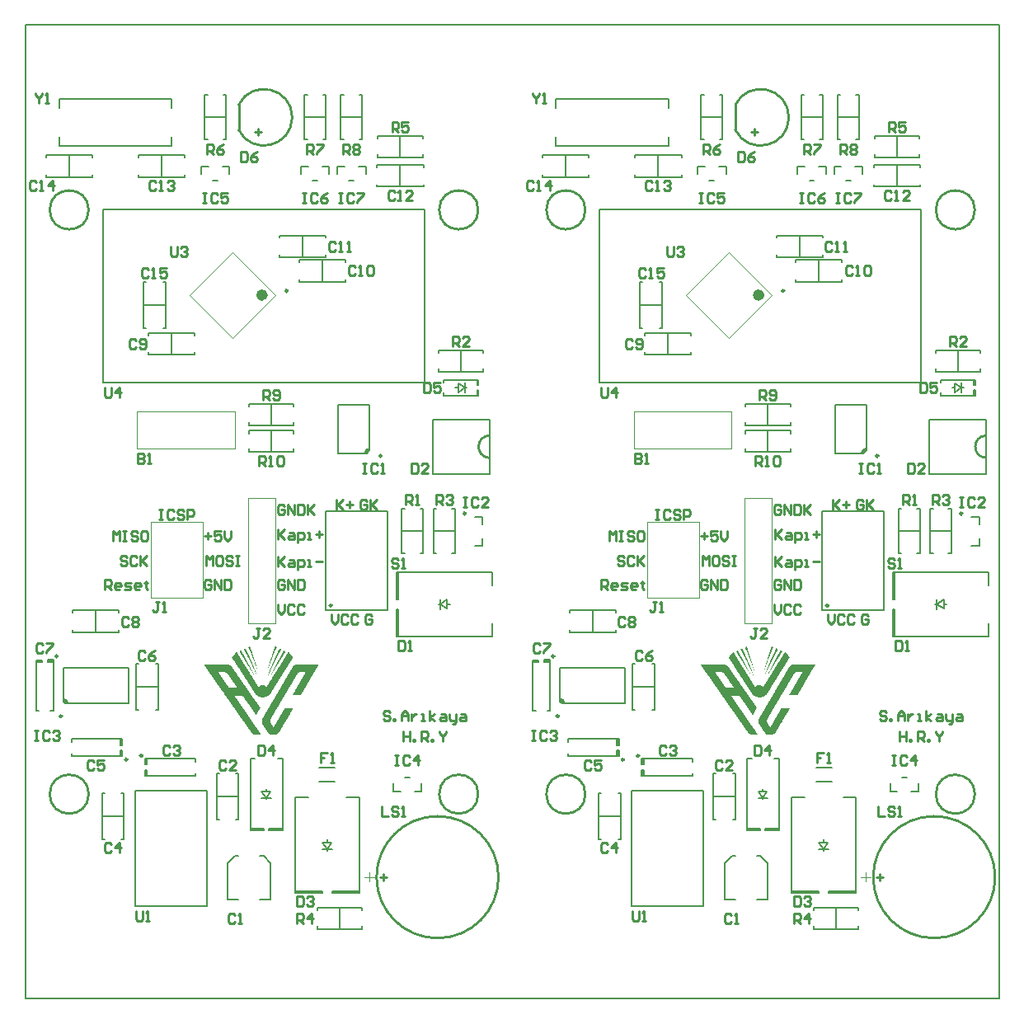
<source format=gto>
G04*
G04 #@! TF.GenerationSoftware,Altium Limited,Altium Designer,21.3.2 (30)*
G04*
G04 Layer_Color=65535*
%FSLAX25Y25*%
%MOIN*%
G70*
G04*
G04 #@! TF.SameCoordinates,6AF4B204-6769-45D0-A42D-1EC1730201C4*
G04*
G04*
G04 #@! TF.FilePolarity,Positive*
G04*
G01*
G75*
%ADD36C,0.01000*%
%ADD38C,0.00787*%
%ADD54C,0.00984*%
%ADD55C,0.02362*%
%ADD56C,0.00591*%
%ADD57C,0.00394*%
%ADD58R,0.00591X0.02362*%
%ADD59R,0.02362X0.00591*%
%ADD60R,0.02362X0.00591*%
G36*
X338779Y220472D02*
X337992D01*
Y220864D01*
X338292Y221587D01*
X338846Y222141D01*
X339569Y222441D01*
X339961D01*
X338779Y220472D01*
D02*
G37*
G36*
X137992D02*
X137205D01*
Y220864D01*
X137504Y221587D01*
X138058Y222141D01*
X138782Y222441D01*
X139173D01*
X137992Y220472D01*
D02*
G37*
G36*
X301772Y142392D02*
X301926D01*
Y142315D01*
X302080D01*
Y142237D01*
X302234D01*
Y142160D01*
X302465D01*
Y142083D01*
X302542D01*
Y142006D01*
X302388D01*
Y141929D01*
Y141852D01*
Y141775D01*
X302311D01*
Y141698D01*
X302234D01*
Y141621D01*
Y141544D01*
Y141467D01*
X302157D01*
Y141390D01*
X302080D01*
Y141313D01*
Y141236D01*
X302003D01*
Y141159D01*
Y141082D01*
X301926D01*
Y141005D01*
Y140928D01*
X301849D01*
Y140851D01*
Y140774D01*
Y140697D01*
X301772D01*
Y140620D01*
X301695D01*
Y140543D01*
Y140466D01*
Y140389D01*
X301618D01*
Y140312D01*
Y140235D01*
X301541D01*
Y140158D01*
X301464D01*
Y140081D01*
Y140004D01*
Y139927D01*
Y139849D01*
X301386D01*
Y139772D01*
Y139696D01*
X301309D01*
Y139618D01*
Y139541D01*
Y139464D01*
X301233D01*
Y139387D01*
Y139310D01*
X301155D01*
Y139233D01*
Y139156D01*
Y139079D01*
X301078D01*
Y139002D01*
X301001D01*
Y138925D01*
Y138848D01*
Y138771D01*
Y138694D01*
X300924D01*
Y138617D01*
Y138540D01*
X300847D01*
Y138463D01*
X300770D01*
Y138386D01*
Y138309D01*
Y138232D01*
Y138155D01*
X300693D01*
Y138078D01*
Y138001D01*
X300616D01*
Y137924D01*
Y137847D01*
Y137770D01*
X300539D01*
Y137693D01*
Y137616D01*
Y137539D01*
X300462D01*
Y137462D01*
Y137385D01*
Y137308D01*
X300385D01*
Y137231D01*
X300308D01*
Y137153D01*
Y137076D01*
Y136999D01*
X300231D01*
Y136922D01*
Y136845D01*
Y136768D01*
X300154D01*
Y136691D01*
Y136614D01*
X300077D01*
Y136537D01*
Y136460D01*
Y136383D01*
Y136306D01*
X300000D01*
Y136229D01*
Y136152D01*
X299923D01*
Y136075D01*
Y135998D01*
Y135921D01*
Y135844D01*
X299846D01*
Y135767D01*
X299769D01*
Y135690D01*
Y135613D01*
Y135536D01*
Y135459D01*
X299692D01*
Y135382D01*
Y135305D01*
Y135228D01*
X299615D01*
Y135151D01*
X299538D01*
Y135074D01*
Y134997D01*
Y134920D01*
Y134843D01*
X299461D01*
Y134766D01*
Y134689D01*
X299384D01*
Y134611D01*
Y134535D01*
Y134458D01*
Y134380D01*
X299307D01*
Y134303D01*
Y134226D01*
X299230D01*
Y134149D01*
Y134072D01*
Y133995D01*
Y133918D01*
X299153D01*
Y133841D01*
X299076D01*
Y133764D01*
Y133687D01*
X298999D01*
Y133764D01*
X298922D01*
Y133841D01*
X298999D01*
Y133918D01*
Y133995D01*
X299076D01*
Y134072D01*
Y134149D01*
Y134226D01*
X299153D01*
Y134303D01*
Y134380D01*
Y134458D01*
Y134535D01*
X299230D01*
Y134611D01*
Y134689D01*
Y134766D01*
X299307D01*
Y134843D01*
Y134920D01*
Y134997D01*
Y135074D01*
Y135151D01*
X299384D01*
Y135228D01*
Y135305D01*
X299461D01*
Y135382D01*
Y135459D01*
X299538D01*
Y135536D01*
X299461D01*
Y135613D01*
X299538D01*
Y135690D01*
Y135767D01*
Y135844D01*
X299615D01*
Y135921D01*
Y135998D01*
X299692D01*
Y136075D01*
Y136152D01*
Y136229D01*
Y136306D01*
X299769D01*
Y136383D01*
Y136460D01*
Y136537D01*
X299846D01*
Y136614D01*
Y136691D01*
Y136768D01*
Y136845D01*
X299923D01*
Y136922D01*
Y136999D01*
X300000D01*
Y137076D01*
Y137153D01*
Y137231D01*
Y137308D01*
Y137385D01*
X300077D01*
Y137462D01*
Y137539D01*
X300154D01*
Y137616D01*
Y137693D01*
X300231D01*
Y137770D01*
Y137847D01*
Y137924D01*
Y138001D01*
X300308D01*
Y138078D01*
Y138155D01*
Y138232D01*
X300385D01*
Y138309D01*
Y138386D01*
Y138463D01*
Y138540D01*
X300462D01*
Y138617D01*
Y138694D01*
X300539D01*
Y138771D01*
Y138848D01*
Y138925D01*
Y139002D01*
X300616D01*
Y139079D01*
Y139156D01*
X300693D01*
Y139233D01*
Y139310D01*
Y139387D01*
X300770D01*
Y139464D01*
X300693D01*
Y139541D01*
X300770D01*
Y139618D01*
Y139696D01*
X300847D01*
Y139772D01*
Y139849D01*
Y139927D01*
X300924D01*
Y140004D01*
Y140081D01*
Y140158D01*
Y140235D01*
X301001D01*
Y140312D01*
Y140389D01*
X301078D01*
Y140466D01*
Y140543D01*
Y140620D01*
Y140697D01*
X301155D01*
Y140774D01*
Y140851D01*
X301233D01*
Y140928D01*
Y141005D01*
Y141082D01*
Y141159D01*
X301309D01*
Y141236D01*
Y141313D01*
X301386D01*
Y141390D01*
Y141467D01*
X301464D01*
Y141544D01*
Y141621D01*
Y141698D01*
Y141775D01*
Y141852D01*
X301541D01*
Y141929D01*
Y142006D01*
X301618D01*
Y142083D01*
Y142160D01*
Y142237D01*
Y142315D01*
X301695D01*
Y142392D01*
Y142469D01*
X301772D01*
Y142392D01*
D02*
G37*
G36*
X100984D02*
X101138D01*
Y142315D01*
X101292D01*
Y142237D01*
X101446D01*
Y142160D01*
X101678D01*
Y142083D01*
X101755D01*
Y142006D01*
X101601D01*
Y141929D01*
Y141852D01*
Y141775D01*
X101523D01*
Y141698D01*
X101446D01*
Y141621D01*
Y141544D01*
Y141467D01*
X101369D01*
Y141390D01*
X101292D01*
Y141313D01*
Y141236D01*
X101215D01*
Y141159D01*
Y141082D01*
X101138D01*
Y141005D01*
Y140928D01*
X101061D01*
Y140851D01*
Y140774D01*
Y140697D01*
X100984D01*
Y140620D01*
X100907D01*
Y140543D01*
Y140466D01*
Y140389D01*
X100830D01*
Y140312D01*
Y140235D01*
X100753D01*
Y140158D01*
X100676D01*
Y140081D01*
Y140004D01*
Y139927D01*
Y139849D01*
X100599D01*
Y139772D01*
Y139696D01*
X100522D01*
Y139618D01*
Y139541D01*
Y139464D01*
X100445D01*
Y139387D01*
Y139310D01*
X100368D01*
Y139233D01*
Y139156D01*
Y139079D01*
X100291D01*
Y139002D01*
X100214D01*
Y138925D01*
Y138848D01*
Y138771D01*
Y138694D01*
X100137D01*
Y138617D01*
Y138540D01*
X100060D01*
Y138463D01*
X99983D01*
Y138386D01*
Y138309D01*
Y138232D01*
Y138155D01*
X99906D01*
Y138078D01*
Y138001D01*
X99829D01*
Y137924D01*
Y137847D01*
Y137770D01*
X99752D01*
Y137693D01*
Y137616D01*
Y137539D01*
X99675D01*
Y137462D01*
Y137385D01*
Y137308D01*
X99598D01*
Y137231D01*
X99521D01*
Y137153D01*
Y137076D01*
Y136999D01*
X99444D01*
Y136922D01*
Y136845D01*
Y136768D01*
X99367D01*
Y136691D01*
Y136614D01*
X99290D01*
Y136537D01*
Y136460D01*
Y136383D01*
Y136306D01*
X99213D01*
Y136229D01*
Y136152D01*
X99136D01*
Y136075D01*
Y135998D01*
Y135921D01*
Y135844D01*
X99059D01*
Y135767D01*
X98981D01*
Y135690D01*
Y135613D01*
Y135536D01*
Y135459D01*
X98905D01*
Y135382D01*
Y135305D01*
Y135228D01*
X98827D01*
Y135151D01*
X98750D01*
Y135074D01*
Y134997D01*
Y134920D01*
Y134843D01*
X98673D01*
Y134766D01*
Y134689D01*
X98596D01*
Y134611D01*
Y134535D01*
Y134458D01*
Y134380D01*
X98519D01*
Y134303D01*
Y134226D01*
X98442D01*
Y134149D01*
Y134072D01*
Y133995D01*
Y133918D01*
X98365D01*
Y133841D01*
X98288D01*
Y133764D01*
Y133687D01*
X98211D01*
Y133764D01*
X98134D01*
Y133841D01*
X98211D01*
Y133918D01*
Y133995D01*
X98288D01*
Y134072D01*
Y134149D01*
Y134226D01*
X98365D01*
Y134303D01*
Y134380D01*
Y134458D01*
Y134535D01*
X98442D01*
Y134611D01*
Y134689D01*
Y134766D01*
X98519D01*
Y134843D01*
Y134920D01*
Y134997D01*
Y135074D01*
Y135151D01*
X98596D01*
Y135228D01*
Y135305D01*
X98673D01*
Y135382D01*
Y135459D01*
X98750D01*
Y135536D01*
X98673D01*
Y135613D01*
X98750D01*
Y135690D01*
Y135767D01*
Y135844D01*
X98827D01*
Y135921D01*
Y135998D01*
X98905D01*
Y136075D01*
Y136152D01*
Y136229D01*
Y136306D01*
X98981D01*
Y136383D01*
Y136460D01*
Y136537D01*
X99059D01*
Y136614D01*
Y136691D01*
Y136768D01*
Y136845D01*
X99136D01*
Y136922D01*
Y136999D01*
X99213D01*
Y137076D01*
Y137153D01*
Y137231D01*
Y137308D01*
Y137385D01*
X99290D01*
Y137462D01*
Y137539D01*
X99367D01*
Y137616D01*
Y137693D01*
X99444D01*
Y137770D01*
Y137847D01*
Y137924D01*
Y138001D01*
X99521D01*
Y138078D01*
Y138155D01*
Y138232D01*
X99598D01*
Y138309D01*
Y138386D01*
Y138463D01*
Y138540D01*
X99675D01*
Y138617D01*
Y138694D01*
X99752D01*
Y138771D01*
Y138848D01*
Y138925D01*
Y139002D01*
X99829D01*
Y139079D01*
Y139156D01*
X99906D01*
Y139233D01*
Y139310D01*
Y139387D01*
X99983D01*
Y139464D01*
X99906D01*
Y139541D01*
X99983D01*
Y139618D01*
Y139696D01*
X100060D01*
Y139772D01*
Y139849D01*
Y139927D01*
X100137D01*
Y140004D01*
Y140081D01*
Y140158D01*
Y140235D01*
X100214D01*
Y140312D01*
Y140389D01*
X100291D01*
Y140466D01*
Y140543D01*
Y140620D01*
Y140697D01*
X100368D01*
Y140774D01*
Y140851D01*
X100445D01*
Y140928D01*
Y141005D01*
Y141082D01*
Y141159D01*
X100522D01*
Y141236D01*
Y141313D01*
X100599D01*
Y141390D01*
Y141467D01*
X100676D01*
Y141544D01*
Y141621D01*
Y141698D01*
Y141775D01*
Y141852D01*
X100753D01*
Y141929D01*
Y142006D01*
X100830D01*
Y142083D01*
Y142160D01*
Y142237D01*
Y142315D01*
X100907D01*
Y142392D01*
Y142469D01*
X100984D01*
Y142392D01*
D02*
G37*
G36*
X298999Y133533D02*
Y133456D01*
Y133379D01*
Y133302D01*
X298922D01*
Y133225D01*
Y133148D01*
X298845D01*
Y133071D01*
Y132994D01*
Y132917D01*
Y132840D01*
X298767D01*
Y132917D01*
Y132994D01*
Y133071D01*
Y133148D01*
Y133225D01*
X298845D01*
Y133302D01*
Y133379D01*
Y133456D01*
X298922D01*
Y133533D01*
Y133610D01*
X298999D01*
Y133533D01*
D02*
G37*
G36*
X98211D02*
Y133456D01*
Y133379D01*
Y133302D01*
X98134D01*
Y133225D01*
Y133148D01*
X98057D01*
Y133071D01*
Y132994D01*
Y132917D01*
Y132840D01*
X97980D01*
Y132917D01*
Y132994D01*
Y133071D01*
Y133148D01*
Y133225D01*
X98057D01*
Y133302D01*
Y133379D01*
Y133456D01*
X98134D01*
Y133533D01*
Y133610D01*
X98211D01*
Y133533D01*
D02*
G37*
G36*
X291681Y142315D02*
Y142237D01*
Y142160D01*
X291758D01*
Y142083D01*
Y142006D01*
X291835D01*
Y141929D01*
Y141852D01*
Y141775D01*
Y141698D01*
Y141621D01*
X291912D01*
Y141544D01*
Y141467D01*
X291989D01*
Y141390D01*
Y141313D01*
Y141236D01*
Y141159D01*
X292066D01*
Y141082D01*
Y141005D01*
X292143D01*
Y140928D01*
Y140851D01*
X292220D01*
Y140774D01*
X292143D01*
Y140697D01*
X292220D01*
Y140620D01*
Y140543D01*
X292297D01*
Y140466D01*
Y140389D01*
X292374D01*
Y140312D01*
Y140235D01*
Y140158D01*
Y140081D01*
X292451D01*
Y140004D01*
Y139927D01*
Y139849D01*
X292528D01*
Y139772D01*
Y139696D01*
Y139618D01*
Y139541D01*
X292605D01*
Y139464D01*
Y139387D01*
X292682D01*
Y139310D01*
Y139233D01*
Y139156D01*
Y139079D01*
Y139002D01*
X292759D01*
Y138925D01*
Y138848D01*
X292836D01*
Y138771D01*
Y138694D01*
X292913D01*
Y138617D01*
X292836D01*
Y138540D01*
X292913D01*
Y138463D01*
Y138386D01*
X292990D01*
Y138309D01*
Y138232D01*
X293067D01*
Y138155D01*
Y138078D01*
Y138001D01*
Y137924D01*
Y137847D01*
X293144D01*
Y137770D01*
Y137693D01*
X293221D01*
Y137616D01*
Y137539D01*
Y137462D01*
Y137385D01*
X293299D01*
Y137308D01*
Y137231D01*
X293375D01*
Y137153D01*
Y137076D01*
Y136999D01*
X293453D01*
Y136922D01*
X293375D01*
Y136845D01*
X293453D01*
Y136768D01*
Y136691D01*
X293530D01*
Y136614D01*
Y136537D01*
X293607D01*
Y136460D01*
Y136383D01*
Y136306D01*
Y136229D01*
Y136152D01*
X293684D01*
Y136075D01*
Y135998D01*
X293761D01*
Y135921D01*
Y135844D01*
Y135767D01*
Y135690D01*
Y135613D01*
X293838D01*
Y135536D01*
Y135459D01*
X293915D01*
Y135382D01*
Y135305D01*
Y135228D01*
Y135151D01*
X293992D01*
Y135074D01*
Y134997D01*
Y134920D01*
X294069D01*
Y134843D01*
Y134766D01*
X294146D01*
Y134689D01*
X294069D01*
Y134611D01*
Y134535D01*
X294146D01*
Y134458D01*
Y134380D01*
X294223D01*
Y134303D01*
Y134226D01*
X294300D01*
Y134149D01*
Y134072D01*
Y133995D01*
Y133918D01*
Y133841D01*
X294377D01*
Y133764D01*
Y133687D01*
Y133610D01*
X294454D01*
Y133533D01*
Y133456D01*
Y133379D01*
Y133302D01*
Y133225D01*
X294531D01*
Y133148D01*
Y133071D01*
X294608D01*
Y132994D01*
Y132917D01*
Y132840D01*
Y132763D01*
X294531D01*
Y132840D01*
Y132917D01*
Y132994D01*
X294454D01*
Y133071D01*
Y133148D01*
X294377D01*
Y133225D01*
Y133302D01*
Y133379D01*
Y133456D01*
Y133533D01*
X294300D01*
Y133610D01*
Y133687D01*
X294223D01*
Y133764D01*
Y133841D01*
Y133918D01*
X294146D01*
Y133995D01*
Y134072D01*
X294069D01*
Y134149D01*
Y134226D01*
Y134303D01*
Y134380D01*
X293992D01*
Y134458D01*
Y134535D01*
X293915D01*
Y134611D01*
Y134689D01*
X293838D01*
Y134766D01*
X293915D01*
Y134843D01*
X293838D01*
Y134920D01*
Y134997D01*
X293761D01*
Y135074D01*
Y135151D01*
X293684D01*
Y135228D01*
Y135305D01*
Y135382D01*
Y135459D01*
X293607D01*
Y135536D01*
Y135613D01*
X293530D01*
Y135690D01*
Y135767D01*
Y135844D01*
X293453D01*
Y135921D01*
Y135998D01*
X293375D01*
Y136075D01*
Y136152D01*
Y136229D01*
Y136306D01*
X293299D01*
Y136383D01*
Y136460D01*
X293221D01*
Y136537D01*
Y136614D01*
X293144D01*
Y136691D01*
Y136768D01*
Y136845D01*
X293067D01*
Y136922D01*
Y136999D01*
X292990D01*
Y137076D01*
Y137153D01*
Y137231D01*
Y137308D01*
X292913D01*
Y137385D01*
Y137462D01*
X292836D01*
Y137539D01*
Y137616D01*
Y137693D01*
X292759D01*
Y137770D01*
Y137847D01*
X292682D01*
Y137924D01*
Y138001D01*
X292605D01*
Y138078D01*
X292682D01*
Y138155D01*
X292605D01*
Y138232D01*
X292528D01*
Y138309D01*
Y138386D01*
Y138463D01*
X292451D01*
Y138540D01*
Y138617D01*
Y138694D01*
X292374D01*
Y138771D01*
X292297D01*
Y138848D01*
Y138925D01*
Y139002D01*
Y139079D01*
X292220D01*
Y139156D01*
Y139233D01*
X292143D01*
Y139310D01*
Y139387D01*
Y139464D01*
X292066D01*
Y139541D01*
Y139618D01*
X291989D01*
Y139696D01*
X291912D01*
Y139772D01*
Y139849D01*
Y139927D01*
Y140004D01*
X291835D01*
Y140081D01*
X291758D01*
Y140158D01*
Y140235D01*
Y140312D01*
Y140389D01*
X291681D01*
Y140466D01*
X291604D01*
Y140543D01*
Y140620D01*
Y140697D01*
X291527D01*
Y140774D01*
Y140851D01*
X291450D01*
Y140928D01*
X291373D01*
Y141005D01*
Y141082D01*
Y141159D01*
X291296D01*
Y141236D01*
X291219D01*
Y141313D01*
Y141390D01*
Y141467D01*
X291142D01*
Y141544D01*
Y141621D01*
X291065D01*
Y141698D01*
Y141775D01*
X290988D01*
Y141852D01*
Y141929D01*
X290911D01*
Y142006D01*
X290833D01*
Y142083D01*
X290911D01*
Y142160D01*
X291142D01*
Y142237D01*
X291296D01*
Y142315D01*
X291450D01*
Y142392D01*
X291681D01*
Y142315D01*
D02*
G37*
G36*
X90893D02*
Y142237D01*
Y142160D01*
X90970D01*
Y142083D01*
Y142006D01*
X91048D01*
Y141929D01*
Y141852D01*
Y141775D01*
Y141698D01*
Y141621D01*
X91124D01*
Y141544D01*
Y141467D01*
X91202D01*
Y141390D01*
Y141313D01*
Y141236D01*
Y141159D01*
X91279D01*
Y141082D01*
Y141005D01*
X91356D01*
Y140928D01*
Y140851D01*
X91433D01*
Y140774D01*
X91356D01*
Y140697D01*
X91433D01*
Y140620D01*
Y140543D01*
X91510D01*
Y140466D01*
Y140389D01*
X91587D01*
Y140312D01*
Y140235D01*
Y140158D01*
Y140081D01*
X91664D01*
Y140004D01*
Y139927D01*
Y139849D01*
X91741D01*
Y139772D01*
Y139696D01*
Y139618D01*
Y139541D01*
X91818D01*
Y139464D01*
Y139387D01*
X91895D01*
Y139310D01*
Y139233D01*
Y139156D01*
Y139079D01*
Y139002D01*
X91972D01*
Y138925D01*
Y138848D01*
X92049D01*
Y138771D01*
Y138694D01*
X92126D01*
Y138617D01*
X92049D01*
Y138540D01*
X92126D01*
Y138463D01*
Y138386D01*
X92203D01*
Y138309D01*
Y138232D01*
X92280D01*
Y138155D01*
Y138078D01*
Y138001D01*
Y137924D01*
Y137847D01*
X92357D01*
Y137770D01*
Y137693D01*
X92434D01*
Y137616D01*
Y137539D01*
Y137462D01*
Y137385D01*
X92511D01*
Y137308D01*
Y137231D01*
X92588D01*
Y137153D01*
Y137076D01*
Y136999D01*
X92665D01*
Y136922D01*
X92588D01*
Y136845D01*
X92665D01*
Y136768D01*
Y136691D01*
X92742D01*
Y136614D01*
Y136537D01*
X92819D01*
Y136460D01*
Y136383D01*
Y136306D01*
Y136229D01*
Y136152D01*
X92896D01*
Y136075D01*
Y135998D01*
X92973D01*
Y135921D01*
Y135844D01*
Y135767D01*
Y135690D01*
Y135613D01*
X93050D01*
Y135536D01*
Y135459D01*
X93127D01*
Y135382D01*
Y135305D01*
Y135228D01*
Y135151D01*
X93204D01*
Y135074D01*
Y134997D01*
Y134920D01*
X93281D01*
Y134843D01*
Y134766D01*
X93358D01*
Y134689D01*
X93281D01*
Y134611D01*
Y134535D01*
X93358D01*
Y134458D01*
Y134380D01*
X93435D01*
Y134303D01*
Y134226D01*
X93512D01*
Y134149D01*
Y134072D01*
Y133995D01*
Y133918D01*
Y133841D01*
X93590D01*
Y133764D01*
Y133687D01*
Y133610D01*
X93666D01*
Y133533D01*
Y133456D01*
Y133379D01*
Y133302D01*
Y133225D01*
X93743D01*
Y133148D01*
Y133071D01*
X93821D01*
Y132994D01*
Y132917D01*
Y132840D01*
Y132763D01*
X93743D01*
Y132840D01*
Y132917D01*
Y132994D01*
X93666D01*
Y133071D01*
Y133148D01*
X93590D01*
Y133225D01*
Y133302D01*
Y133379D01*
Y133456D01*
Y133533D01*
X93512D01*
Y133610D01*
Y133687D01*
X93435D01*
Y133764D01*
Y133841D01*
Y133918D01*
X93358D01*
Y133995D01*
Y134072D01*
X93281D01*
Y134149D01*
Y134226D01*
Y134303D01*
Y134380D01*
X93204D01*
Y134458D01*
Y134535D01*
X93127D01*
Y134611D01*
Y134689D01*
X93050D01*
Y134766D01*
X93127D01*
Y134843D01*
X93050D01*
Y134920D01*
Y134997D01*
X92973D01*
Y135074D01*
Y135151D01*
X92896D01*
Y135228D01*
Y135305D01*
Y135382D01*
Y135459D01*
X92819D01*
Y135536D01*
Y135613D01*
X92742D01*
Y135690D01*
Y135767D01*
Y135844D01*
X92665D01*
Y135921D01*
Y135998D01*
X92588D01*
Y136075D01*
Y136152D01*
Y136229D01*
Y136306D01*
X92511D01*
Y136383D01*
Y136460D01*
X92434D01*
Y136537D01*
Y136614D01*
X92357D01*
Y136691D01*
Y136768D01*
Y136845D01*
X92280D01*
Y136922D01*
Y136999D01*
X92203D01*
Y137076D01*
Y137153D01*
Y137231D01*
Y137308D01*
X92126D01*
Y137385D01*
Y137462D01*
X92049D01*
Y137539D01*
Y137616D01*
Y137693D01*
X91972D01*
Y137770D01*
Y137847D01*
X91895D01*
Y137924D01*
Y138001D01*
X91818D01*
Y138078D01*
X91895D01*
Y138155D01*
X91818D01*
Y138232D01*
X91741D01*
Y138309D01*
Y138386D01*
Y138463D01*
X91664D01*
Y138540D01*
Y138617D01*
Y138694D01*
X91587D01*
Y138771D01*
X91510D01*
Y138848D01*
Y138925D01*
Y139002D01*
Y139079D01*
X91433D01*
Y139156D01*
Y139233D01*
X91356D01*
Y139310D01*
Y139387D01*
Y139464D01*
X91279D01*
Y139541D01*
Y139618D01*
X91202D01*
Y139696D01*
X91124D01*
Y139772D01*
Y139849D01*
Y139927D01*
Y140004D01*
X91048D01*
Y140081D01*
X90970D01*
Y140158D01*
Y140235D01*
Y140312D01*
Y140389D01*
X90893D01*
Y140466D01*
X90816D01*
Y140543D01*
Y140620D01*
Y140697D01*
X90739D01*
Y140774D01*
Y140851D01*
X90662D01*
Y140928D01*
X90585D01*
Y141005D01*
Y141082D01*
Y141159D01*
X90508D01*
Y141236D01*
X90431D01*
Y141313D01*
Y141390D01*
Y141467D01*
X90354D01*
Y141544D01*
Y141621D01*
X90277D01*
Y141698D01*
Y141775D01*
X90200D01*
Y141852D01*
Y141929D01*
X90123D01*
Y142006D01*
X90046D01*
Y142083D01*
X90123D01*
Y142160D01*
X90354D01*
Y142237D01*
X90508D01*
Y142315D01*
X90662D01*
Y142392D01*
X90893D01*
Y142315D01*
D02*
G37*
G36*
X298691Y132609D02*
Y132532D01*
Y132455D01*
X298614D01*
Y132532D01*
Y132609D01*
Y132686D01*
X298691D01*
Y132609D01*
D02*
G37*
G36*
X97903D02*
Y132532D01*
Y132455D01*
X97826D01*
Y132532D01*
Y132609D01*
Y132686D01*
X97903D01*
Y132609D01*
D02*
G37*
G36*
X294839Y132224D02*
Y132147D01*
Y132070D01*
X294762D01*
Y132147D01*
Y132224D01*
Y132301D01*
X294839D01*
Y132224D01*
D02*
G37*
G36*
X94052D02*
Y132147D01*
Y132070D01*
X93975D01*
Y132147D01*
Y132224D01*
Y132301D01*
X94052D01*
Y132224D01*
D02*
G37*
G36*
X298536Y132070D02*
Y131992D01*
Y131915D01*
X298459D01*
Y131992D01*
Y132070D01*
Y132147D01*
X298536D01*
Y132070D01*
D02*
G37*
G36*
X97749D02*
Y131992D01*
Y131915D01*
X97672D01*
Y131992D01*
Y132070D01*
Y132147D01*
X97749D01*
Y132070D01*
D02*
G37*
G36*
X298459Y131839D02*
Y131761D01*
X298382D01*
Y131839D01*
Y131915D01*
X298459D01*
Y131839D01*
D02*
G37*
G36*
X97672D02*
Y131761D01*
X97595D01*
Y131839D01*
Y131915D01*
X97672D01*
Y131839D01*
D02*
G37*
G36*
X305392Y140697D02*
X305469D01*
Y140620D01*
X305623D01*
Y140543D01*
X305777D01*
Y140466D01*
X305931D01*
Y140389D01*
X306008D01*
Y140312D01*
X305931D01*
Y140235D01*
X305854D01*
Y140158D01*
Y140081D01*
X305777D01*
Y140004D01*
X305700D01*
Y139927D01*
Y139849D01*
Y139772D01*
X305546D01*
Y139696D01*
Y139618D01*
Y139541D01*
X305469D01*
Y139464D01*
X305392D01*
Y139387D01*
Y139310D01*
X305315D01*
Y139233D01*
X305238D01*
Y139156D01*
Y139079D01*
X305161D01*
Y139002D01*
X305084D01*
Y138925D01*
Y138848D01*
X305007D01*
Y138771D01*
Y138694D01*
X304930D01*
Y138617D01*
Y138540D01*
X304853D01*
Y138463D01*
Y138386D01*
X304699D01*
Y138309D01*
Y138232D01*
Y138155D01*
X304622D01*
Y138078D01*
X304545D01*
Y138001D01*
X304468D01*
Y137924D01*
Y137847D01*
X304391D01*
Y137770D01*
Y137693D01*
X304314D01*
Y137616D01*
Y137539D01*
X304237D01*
Y137462D01*
X304160D01*
Y137385D01*
Y137308D01*
X304083D01*
Y137231D01*
Y137153D01*
X303928D01*
Y137076D01*
Y136999D01*
X303852D01*
Y136922D01*
Y136845D01*
X303774D01*
Y136768D01*
Y136691D01*
X303697D01*
Y136614D01*
X303620D01*
Y136537D01*
Y136460D01*
X303543D01*
Y136383D01*
Y136306D01*
X303466D01*
Y136229D01*
Y136152D01*
X303389D01*
Y136075D01*
X303312D01*
Y135998D01*
X303235D01*
Y135921D01*
Y135844D01*
Y135767D01*
X303081D01*
Y135690D01*
Y135613D01*
Y135536D01*
X303004D01*
Y135459D01*
X302927D01*
Y135382D01*
Y135305D01*
X302850D01*
Y135228D01*
X302773D01*
Y135151D01*
Y135074D01*
X302696D01*
Y134997D01*
Y134920D01*
X302619D01*
Y134843D01*
Y134766D01*
X302542D01*
Y134689D01*
X302465D01*
Y134611D01*
X302388D01*
Y134535D01*
Y134458D01*
Y134380D01*
X302234D01*
Y134303D01*
Y134226D01*
Y134149D01*
X302157D01*
Y134072D01*
X302080D01*
Y133995D01*
Y133918D01*
X302003D01*
Y133841D01*
X301926D01*
Y133764D01*
Y133687D01*
X301849D01*
Y133610D01*
Y133533D01*
X301772D01*
Y133456D01*
Y133379D01*
X301695D01*
Y133302D01*
X301618D01*
Y133225D01*
Y133148D01*
X301464D01*
Y133071D01*
X301541D01*
Y132994D01*
X301386D01*
Y132917D01*
Y132840D01*
X301309D01*
Y132763D01*
Y132686D01*
X301233D01*
Y132609D01*
X301155D01*
Y132532D01*
Y132455D01*
X301078D01*
Y132378D01*
Y132301D01*
X301001D01*
Y132224D01*
Y132147D01*
X300924D01*
Y132070D01*
Y131992D01*
X300770D01*
Y131915D01*
Y131839D01*
Y131761D01*
X300616D01*
Y131684D01*
Y131607D01*
Y131530D01*
X300539D01*
Y131453D01*
X300462D01*
Y131376D01*
Y131299D01*
X300385D01*
Y131222D01*
X300308D01*
Y131299D01*
Y131376D01*
X300385D01*
Y131453D01*
Y131530D01*
Y131607D01*
X300462D01*
Y131684D01*
X300539D01*
Y131761D01*
Y131839D01*
Y131915D01*
X300616D01*
Y131992D01*
X300693D01*
Y132070D01*
Y132147D01*
Y132224D01*
X300770D01*
Y132301D01*
X300847D01*
Y132378D01*
X300924D01*
Y132455D01*
Y132532D01*
Y132609D01*
X301001D01*
Y132686D01*
X301078D01*
Y132763D01*
Y132840D01*
Y132917D01*
X301155D01*
Y132994D01*
X301233D01*
Y133071D01*
Y133148D01*
Y133225D01*
X301309D01*
Y133302D01*
Y133379D01*
X301386D01*
Y133456D01*
Y133533D01*
X301464D01*
Y133610D01*
Y133687D01*
X301541D01*
Y133764D01*
X301618D01*
Y133841D01*
Y133918D01*
Y133995D01*
X301695D01*
Y134072D01*
X301772D01*
Y134149D01*
Y134226D01*
X301849D01*
Y134303D01*
Y134380D01*
X301926D01*
Y134458D01*
Y134535D01*
Y134611D01*
X302003D01*
Y134689D01*
X302080D01*
Y134766D01*
X302157D01*
Y134843D01*
Y134920D01*
Y134997D01*
X302234D01*
Y135074D01*
Y135151D01*
X302311D01*
Y135228D01*
Y135305D01*
X302388D01*
Y135382D01*
Y135459D01*
X302465D01*
Y135536D01*
Y135613D01*
X302542D01*
Y135690D01*
X302619D01*
Y135767D01*
Y135844D01*
Y135921D01*
X302696D01*
Y135998D01*
X302773D01*
Y136075D01*
Y136152D01*
X302850D01*
Y136229D01*
Y136306D01*
Y136383D01*
X302927D01*
Y136460D01*
X303004D01*
Y136537D01*
Y136614D01*
X303081D01*
Y136691D01*
X303158D01*
Y136768D01*
Y136845D01*
Y136922D01*
X303235D01*
Y136999D01*
Y137076D01*
X303312D01*
Y137153D01*
X303389D01*
Y137231D01*
Y137308D01*
Y137385D01*
X303466D01*
Y137462D01*
X303543D01*
Y137539D01*
Y137616D01*
X303620D01*
Y137693D01*
Y137770D01*
X303697D01*
Y137847D01*
Y137924D01*
X303774D01*
Y138001D01*
Y138078D01*
X303852D01*
Y138155D01*
X303928D01*
Y138232D01*
X303852D01*
Y138309D01*
X304006D01*
Y138386D01*
Y138463D01*
X304083D01*
Y138540D01*
Y138617D01*
X304160D01*
Y138694D01*
Y138771D01*
X304237D01*
Y138848D01*
Y138925D01*
Y139002D01*
X304391D01*
Y139079D01*
Y139156D01*
Y139233D01*
X304468D01*
Y139310D01*
Y139387D01*
X304545D01*
Y139464D01*
X304622D01*
Y139541D01*
Y139618D01*
Y139696D01*
X304776D01*
Y139772D01*
Y139849D01*
Y139927D01*
X304853D01*
Y140004D01*
Y140081D01*
X304930D01*
Y140158D01*
Y140235D01*
X305007D01*
Y140312D01*
Y140389D01*
X305084D01*
Y140466D01*
Y140543D01*
X305161D01*
Y140620D01*
X305238D01*
Y140697D01*
Y140774D01*
X305392D01*
Y140697D01*
D02*
G37*
G36*
X104605D02*
X104682D01*
Y140620D01*
X104836D01*
Y140543D01*
X104990D01*
Y140466D01*
X105144D01*
Y140389D01*
X105221D01*
Y140312D01*
X105144D01*
Y140235D01*
X105067D01*
Y140158D01*
Y140081D01*
X104990D01*
Y140004D01*
X104913D01*
Y139927D01*
Y139849D01*
Y139772D01*
X104759D01*
Y139696D01*
Y139618D01*
Y139541D01*
X104682D01*
Y139464D01*
X104605D01*
Y139387D01*
Y139310D01*
X104528D01*
Y139233D01*
X104451D01*
Y139156D01*
Y139079D01*
X104374D01*
Y139002D01*
X104297D01*
Y138925D01*
Y138848D01*
X104219D01*
Y138771D01*
Y138694D01*
X104142D01*
Y138617D01*
Y138540D01*
X104066D01*
Y138463D01*
Y138386D01*
X103911D01*
Y138309D01*
Y138232D01*
Y138155D01*
X103834D01*
Y138078D01*
X103757D01*
Y138001D01*
X103680D01*
Y137924D01*
Y137847D01*
X103603D01*
Y137770D01*
Y137693D01*
X103526D01*
Y137616D01*
Y137539D01*
X103449D01*
Y137462D01*
X103372D01*
Y137385D01*
Y137308D01*
X103295D01*
Y137231D01*
Y137153D01*
X103141D01*
Y137076D01*
Y136999D01*
X103064D01*
Y136922D01*
Y136845D01*
X102987D01*
Y136768D01*
Y136691D01*
X102910D01*
Y136614D01*
X102833D01*
Y136537D01*
Y136460D01*
X102756D01*
Y136383D01*
Y136306D01*
X102679D01*
Y136229D01*
Y136152D01*
X102602D01*
Y136075D01*
X102525D01*
Y135998D01*
X102448D01*
Y135921D01*
Y135844D01*
Y135767D01*
X102294D01*
Y135690D01*
Y135613D01*
Y135536D01*
X102217D01*
Y135459D01*
X102140D01*
Y135382D01*
Y135305D01*
X102063D01*
Y135228D01*
X101986D01*
Y135151D01*
Y135074D01*
X101909D01*
Y134997D01*
Y134920D01*
X101832D01*
Y134843D01*
Y134766D01*
X101755D01*
Y134689D01*
X101678D01*
Y134611D01*
X101601D01*
Y134535D01*
Y134458D01*
Y134380D01*
X101446D01*
Y134303D01*
Y134226D01*
Y134149D01*
X101369D01*
Y134072D01*
X101292D01*
Y133995D01*
Y133918D01*
X101215D01*
Y133841D01*
X101138D01*
Y133764D01*
Y133687D01*
X101061D01*
Y133610D01*
Y133533D01*
X100984D01*
Y133456D01*
Y133379D01*
X100907D01*
Y133302D01*
X100830D01*
Y133225D01*
Y133148D01*
X100676D01*
Y133071D01*
X100753D01*
Y132994D01*
X100599D01*
Y132917D01*
Y132840D01*
X100522D01*
Y132763D01*
Y132686D01*
X100445D01*
Y132609D01*
X100368D01*
Y132532D01*
Y132455D01*
X100291D01*
Y132378D01*
Y132301D01*
X100214D01*
Y132224D01*
Y132147D01*
X100137D01*
Y132070D01*
Y131992D01*
X99983D01*
Y131915D01*
Y131839D01*
Y131761D01*
X99829D01*
Y131684D01*
Y131607D01*
Y131530D01*
X99752D01*
Y131453D01*
X99675D01*
Y131376D01*
Y131299D01*
X99598D01*
Y131222D01*
X99521D01*
Y131299D01*
Y131376D01*
X99598D01*
Y131453D01*
Y131530D01*
Y131607D01*
X99675D01*
Y131684D01*
X99752D01*
Y131761D01*
Y131839D01*
Y131915D01*
X99829D01*
Y131992D01*
X99906D01*
Y132070D01*
Y132147D01*
Y132224D01*
X99983D01*
Y132301D01*
X100060D01*
Y132378D01*
X100137D01*
Y132455D01*
Y132532D01*
Y132609D01*
X100214D01*
Y132686D01*
X100291D01*
Y132763D01*
Y132840D01*
Y132917D01*
X100368D01*
Y132994D01*
X100445D01*
Y133071D01*
Y133148D01*
Y133225D01*
X100522D01*
Y133302D01*
Y133379D01*
X100599D01*
Y133456D01*
Y133533D01*
X100676D01*
Y133610D01*
Y133687D01*
X100753D01*
Y133764D01*
X100830D01*
Y133841D01*
Y133918D01*
Y133995D01*
X100907D01*
Y134072D01*
X100984D01*
Y134149D01*
Y134226D01*
X101061D01*
Y134303D01*
Y134380D01*
X101138D01*
Y134458D01*
Y134535D01*
Y134611D01*
X101215D01*
Y134689D01*
X101292D01*
Y134766D01*
X101369D01*
Y134843D01*
Y134920D01*
Y134997D01*
X101446D01*
Y135074D01*
Y135151D01*
X101523D01*
Y135228D01*
Y135305D01*
X101601D01*
Y135382D01*
Y135459D01*
X101678D01*
Y135536D01*
Y135613D01*
X101755D01*
Y135690D01*
X101832D01*
Y135767D01*
Y135844D01*
Y135921D01*
X101909D01*
Y135998D01*
X101986D01*
Y136075D01*
Y136152D01*
X102063D01*
Y136229D01*
Y136306D01*
Y136383D01*
X102140D01*
Y136460D01*
X102217D01*
Y136537D01*
Y136614D01*
X102294D01*
Y136691D01*
X102371D01*
Y136768D01*
Y136845D01*
Y136922D01*
X102448D01*
Y136999D01*
Y137076D01*
X102525D01*
Y137153D01*
X102602D01*
Y137231D01*
Y137308D01*
Y137385D01*
X102679D01*
Y137462D01*
X102756D01*
Y137539D01*
Y137616D01*
X102833D01*
Y137693D01*
Y137770D01*
X102910D01*
Y137847D01*
Y137924D01*
X102987D01*
Y138001D01*
Y138078D01*
X103064D01*
Y138155D01*
X103141D01*
Y138232D01*
X103064D01*
Y138309D01*
X103218D01*
Y138386D01*
Y138463D01*
X103295D01*
Y138540D01*
Y138617D01*
X103372D01*
Y138694D01*
Y138771D01*
X103449D01*
Y138848D01*
Y138925D01*
Y139002D01*
X103603D01*
Y139079D01*
Y139156D01*
Y139233D01*
X103680D01*
Y139310D01*
Y139387D01*
X103757D01*
Y139464D01*
X103834D01*
Y139541D01*
Y139618D01*
Y139696D01*
X103988D01*
Y139772D01*
Y139849D01*
Y139927D01*
X104066D01*
Y140004D01*
Y140081D01*
X104142D01*
Y140158D01*
Y140235D01*
X104219D01*
Y140312D01*
Y140389D01*
X104297D01*
Y140466D01*
Y140543D01*
X104374D01*
Y140620D01*
X104451D01*
Y140697D01*
Y140774D01*
X104605D01*
Y140697D01*
D02*
G37*
G36*
X303620Y141544D02*
X303697D01*
Y141467D01*
X303852D01*
Y141390D01*
X304006D01*
Y141313D01*
X304160D01*
Y141236D01*
X304314D01*
Y141159D01*
X304237D01*
Y141082D01*
X304160D01*
Y141005D01*
Y140928D01*
X304083D01*
Y140851D01*
X304006D01*
Y140774D01*
Y140697D01*
X303928D01*
Y140620D01*
Y140543D01*
X303774D01*
Y140466D01*
Y140389D01*
Y140312D01*
X303697D01*
Y140235D01*
X303620D01*
Y140158D01*
Y140081D01*
Y140004D01*
X303543D01*
Y139927D01*
X303466D01*
Y139849D01*
Y139772D01*
X303389D01*
Y139696D01*
X303312D01*
Y139618D01*
Y139541D01*
X303235D01*
Y139464D01*
Y139387D01*
Y139310D01*
X303158D01*
Y139233D01*
X303081D01*
Y139156D01*
Y139079D01*
X303004D01*
Y139002D01*
X302927D01*
Y138925D01*
Y138848D01*
Y138771D01*
X302850D01*
Y138694D01*
Y138617D01*
X302773D01*
Y138540D01*
X302696D01*
Y138463D01*
Y138386D01*
Y138309D01*
X302619D01*
Y138232D01*
X302542D01*
Y138155D01*
Y138078D01*
Y138001D01*
X302465D01*
Y137924D01*
X302388D01*
Y137847D01*
Y137770D01*
Y137693D01*
X302311D01*
Y137616D01*
Y137539D01*
X302234D01*
Y137462D01*
Y137385D01*
X302157D01*
Y137308D01*
Y137231D01*
X302080D01*
Y137153D01*
X302003D01*
Y137076D01*
Y136999D01*
Y136922D01*
X301926D01*
Y136845D01*
X301849D01*
Y136768D01*
Y136691D01*
Y136614D01*
X301772D01*
Y136537D01*
Y136460D01*
X301695D01*
Y136383D01*
Y136306D01*
X301618D01*
Y136229D01*
Y136152D01*
X301541D01*
Y136075D01*
X301464D01*
Y135998D01*
Y135921D01*
Y135844D01*
X301386D01*
Y135767D01*
X301309D01*
Y135690D01*
Y135613D01*
Y135536D01*
X301233D01*
Y135459D01*
X301155D01*
Y135382D01*
Y135305D01*
Y135228D01*
Y135151D01*
X301078D01*
Y135074D01*
X301001D01*
Y134997D01*
Y134920D01*
Y134843D01*
X300924D01*
Y134766D01*
X300847D01*
Y134689D01*
Y134611D01*
X300770D01*
Y134535D01*
Y134458D01*
Y134380D01*
X300693D01*
Y134303D01*
X300616D01*
Y134226D01*
Y134149D01*
Y134072D01*
X300539D01*
Y133995D01*
Y133918D01*
X300462D01*
Y133841D01*
Y133764D01*
Y133687D01*
X300385D01*
Y133610D01*
X300308D01*
Y133533D01*
Y133456D01*
Y133379D01*
X300231D01*
Y133302D01*
X300154D01*
Y133225D01*
Y133148D01*
X300077D01*
Y133071D01*
Y132994D01*
Y132917D01*
X300000D01*
Y132840D01*
Y132763D01*
X299923D01*
Y132686D01*
Y132609D01*
X299846D01*
Y132532D01*
Y132455D01*
X299769D01*
Y132378D01*
X299692D01*
Y132301D01*
X299769D01*
Y132224D01*
X299692D01*
Y132147D01*
Y132070D01*
X299615D01*
Y131992D01*
X299538D01*
Y131915D01*
Y131839D01*
Y131761D01*
X299461D01*
Y131684D01*
X299384D01*
Y131607D01*
Y131530D01*
Y131453D01*
Y131376D01*
X299307D01*
Y131299D01*
X299230D01*
Y131222D01*
Y131145D01*
Y131068D01*
X299153D01*
Y130991D01*
X299076D01*
Y131068D01*
Y131145D01*
X299153D01*
Y131222D01*
Y131299D01*
Y131376D01*
Y131453D01*
X299230D01*
Y131530D01*
Y131607D01*
X299307D01*
Y131684D01*
Y131761D01*
Y131839D01*
Y131915D01*
X299384D01*
Y131992D01*
Y132070D01*
X299461D01*
Y132147D01*
Y132224D01*
Y132301D01*
X299538D01*
Y132378D01*
Y132455D01*
X299615D01*
Y132532D01*
Y132609D01*
X299692D01*
Y132686D01*
Y132763D01*
Y132840D01*
Y132917D01*
X299769D01*
Y132994D01*
X299846D01*
Y133071D01*
Y133148D01*
Y133225D01*
Y133302D01*
Y133379D01*
X299923D01*
Y133456D01*
X300000D01*
Y133533D01*
Y133610D01*
Y133687D01*
X300077D01*
Y133764D01*
Y133841D01*
Y133918D01*
X300154D01*
Y133995D01*
X300231D01*
Y134072D01*
Y134149D01*
Y134226D01*
X300308D01*
Y134303D01*
Y134380D01*
Y134458D01*
X300385D01*
Y134535D01*
Y134611D01*
Y134689D01*
X300462D01*
Y134766D01*
X300539D01*
Y134843D01*
Y134920D01*
Y134997D01*
Y135074D01*
X300616D01*
Y135151D01*
X300693D01*
Y135228D01*
Y135305D01*
Y135382D01*
Y135459D01*
X300770D01*
Y135536D01*
X300847D01*
Y135613D01*
Y135690D01*
X300924D01*
Y135767D01*
Y135844D01*
Y135921D01*
Y135998D01*
X301001D01*
Y136075D01*
X301078D01*
Y136152D01*
Y136229D01*
Y136306D01*
Y136383D01*
X301155D01*
Y136460D01*
X301233D01*
Y136537D01*
Y136614D01*
Y136691D01*
X301309D01*
Y136768D01*
Y136845D01*
X301386D01*
Y136922D01*
X301464D01*
Y136999D01*
Y137076D01*
Y137153D01*
Y137231D01*
X301541D01*
Y137308D01*
X301618D01*
Y137385D01*
Y137462D01*
Y137539D01*
Y137616D01*
X301695D01*
Y137693D01*
X301772D01*
Y137770D01*
Y137847D01*
Y137924D01*
X301849D01*
Y138001D01*
Y138078D01*
X301926D01*
Y138155D01*
Y138232D01*
Y138309D01*
X302003D01*
Y138386D01*
X302080D01*
Y138463D01*
Y138540D01*
X302157D01*
Y138617D01*
Y138694D01*
Y138771D01*
X302234D01*
Y138848D01*
X302311D01*
Y138925D01*
Y139002D01*
Y139079D01*
Y139156D01*
X302388D01*
Y139233D01*
X302465D01*
Y139310D01*
Y139387D01*
Y139464D01*
X302542D01*
Y139541D01*
X302619D01*
Y139618D01*
Y139696D01*
Y139772D01*
Y139849D01*
X302696D01*
Y139927D01*
X302773D01*
Y140004D01*
Y140081D01*
X302850D01*
Y140158D01*
Y140235D01*
X302927D01*
Y140312D01*
Y140389D01*
X303004D01*
Y140466D01*
Y140543D01*
Y140620D01*
X303081D01*
Y140697D01*
Y140774D01*
X303158D01*
Y140851D01*
Y140928D01*
X303235D01*
Y141005D01*
Y141082D01*
X303312D01*
Y141159D01*
X303389D01*
Y141236D01*
Y141313D01*
Y141390D01*
X303466D01*
Y141467D01*
X303543D01*
Y141544D01*
Y141621D01*
X303620D01*
Y141544D01*
D02*
G37*
G36*
X102833D02*
X102910D01*
Y141467D01*
X103064D01*
Y141390D01*
X103218D01*
Y141313D01*
X103372D01*
Y141236D01*
X103526D01*
Y141159D01*
X103449D01*
Y141082D01*
X103372D01*
Y141005D01*
Y140928D01*
X103295D01*
Y140851D01*
X103218D01*
Y140774D01*
Y140697D01*
X103141D01*
Y140620D01*
Y140543D01*
X102987D01*
Y140466D01*
Y140389D01*
Y140312D01*
X102910D01*
Y140235D01*
X102833D01*
Y140158D01*
Y140081D01*
Y140004D01*
X102756D01*
Y139927D01*
X102679D01*
Y139849D01*
Y139772D01*
X102602D01*
Y139696D01*
X102525D01*
Y139618D01*
Y139541D01*
X102448D01*
Y139464D01*
Y139387D01*
Y139310D01*
X102371D01*
Y139233D01*
X102294D01*
Y139156D01*
Y139079D01*
X102217D01*
Y139002D01*
X102140D01*
Y138925D01*
Y138848D01*
Y138771D01*
X102063D01*
Y138694D01*
Y138617D01*
X101986D01*
Y138540D01*
X101909D01*
Y138463D01*
Y138386D01*
Y138309D01*
X101832D01*
Y138232D01*
X101755D01*
Y138155D01*
Y138078D01*
Y138001D01*
X101678D01*
Y137924D01*
X101601D01*
Y137847D01*
Y137770D01*
Y137693D01*
X101523D01*
Y137616D01*
Y137539D01*
X101446D01*
Y137462D01*
Y137385D01*
X101369D01*
Y137308D01*
Y137231D01*
X101292D01*
Y137153D01*
X101215D01*
Y137076D01*
Y136999D01*
Y136922D01*
X101138D01*
Y136845D01*
X101061D01*
Y136768D01*
Y136691D01*
Y136614D01*
X100984D01*
Y136537D01*
Y136460D01*
X100907D01*
Y136383D01*
Y136306D01*
X100830D01*
Y136229D01*
Y136152D01*
X100753D01*
Y136075D01*
X100676D01*
Y135998D01*
Y135921D01*
Y135844D01*
X100599D01*
Y135767D01*
X100522D01*
Y135690D01*
Y135613D01*
Y135536D01*
X100445D01*
Y135459D01*
X100368D01*
Y135382D01*
Y135305D01*
Y135228D01*
Y135151D01*
X100291D01*
Y135074D01*
X100214D01*
Y134997D01*
Y134920D01*
Y134843D01*
X100137D01*
Y134766D01*
X100060D01*
Y134689D01*
Y134611D01*
X99983D01*
Y134535D01*
Y134458D01*
Y134380D01*
X99906D01*
Y134303D01*
X99829D01*
Y134226D01*
Y134149D01*
Y134072D01*
X99752D01*
Y133995D01*
Y133918D01*
X99675D01*
Y133841D01*
Y133764D01*
Y133687D01*
X99598D01*
Y133610D01*
X99521D01*
Y133533D01*
Y133456D01*
Y133379D01*
X99444D01*
Y133302D01*
X99367D01*
Y133225D01*
Y133148D01*
X99290D01*
Y133071D01*
Y132994D01*
Y132917D01*
X99213D01*
Y132840D01*
Y132763D01*
X99136D01*
Y132686D01*
Y132609D01*
X99059D01*
Y132532D01*
Y132455D01*
X98981D01*
Y132378D01*
X98905D01*
Y132301D01*
X98981D01*
Y132224D01*
X98905D01*
Y132147D01*
Y132070D01*
X98827D01*
Y131992D01*
X98750D01*
Y131915D01*
Y131839D01*
Y131761D01*
X98673D01*
Y131684D01*
X98596D01*
Y131607D01*
Y131530D01*
Y131453D01*
Y131376D01*
X98519D01*
Y131299D01*
X98442D01*
Y131222D01*
Y131145D01*
Y131068D01*
X98365D01*
Y130991D01*
X98288D01*
Y131068D01*
Y131145D01*
X98365D01*
Y131222D01*
Y131299D01*
Y131376D01*
Y131453D01*
X98442D01*
Y131530D01*
Y131607D01*
X98519D01*
Y131684D01*
Y131761D01*
Y131839D01*
Y131915D01*
X98596D01*
Y131992D01*
Y132070D01*
X98673D01*
Y132147D01*
Y132224D01*
Y132301D01*
X98750D01*
Y132378D01*
Y132455D01*
X98827D01*
Y132532D01*
Y132609D01*
X98905D01*
Y132686D01*
Y132763D01*
Y132840D01*
Y132917D01*
X98981D01*
Y132994D01*
X99059D01*
Y133071D01*
Y133148D01*
Y133225D01*
Y133302D01*
Y133379D01*
X99136D01*
Y133456D01*
X99213D01*
Y133533D01*
Y133610D01*
Y133687D01*
X99290D01*
Y133764D01*
Y133841D01*
Y133918D01*
X99367D01*
Y133995D01*
X99444D01*
Y134072D01*
Y134149D01*
Y134226D01*
X99521D01*
Y134303D01*
Y134380D01*
Y134458D01*
X99598D01*
Y134535D01*
Y134611D01*
Y134689D01*
X99675D01*
Y134766D01*
X99752D01*
Y134843D01*
Y134920D01*
Y134997D01*
Y135074D01*
X99829D01*
Y135151D01*
X99906D01*
Y135228D01*
Y135305D01*
Y135382D01*
Y135459D01*
X99983D01*
Y135536D01*
X100060D01*
Y135613D01*
Y135690D01*
X100137D01*
Y135767D01*
Y135844D01*
Y135921D01*
Y135998D01*
X100214D01*
Y136075D01*
X100291D01*
Y136152D01*
Y136229D01*
Y136306D01*
Y136383D01*
X100368D01*
Y136460D01*
X100445D01*
Y136537D01*
Y136614D01*
Y136691D01*
X100522D01*
Y136768D01*
Y136845D01*
X100599D01*
Y136922D01*
X100676D01*
Y136999D01*
Y137076D01*
Y137153D01*
Y137231D01*
X100753D01*
Y137308D01*
X100830D01*
Y137385D01*
Y137462D01*
Y137539D01*
Y137616D01*
X100907D01*
Y137693D01*
X100984D01*
Y137770D01*
Y137847D01*
Y137924D01*
X101061D01*
Y138001D01*
Y138078D01*
X101138D01*
Y138155D01*
Y138232D01*
Y138309D01*
X101215D01*
Y138386D01*
X101292D01*
Y138463D01*
Y138540D01*
X101369D01*
Y138617D01*
Y138694D01*
Y138771D01*
X101446D01*
Y138848D01*
X101523D01*
Y138925D01*
Y139002D01*
Y139079D01*
Y139156D01*
X101601D01*
Y139233D01*
X101678D01*
Y139310D01*
Y139387D01*
Y139464D01*
X101755D01*
Y139541D01*
X101832D01*
Y139618D01*
Y139696D01*
Y139772D01*
Y139849D01*
X101909D01*
Y139927D01*
X101986D01*
Y140004D01*
Y140081D01*
X102063D01*
Y140158D01*
Y140235D01*
X102140D01*
Y140312D01*
Y140389D01*
X102217D01*
Y140466D01*
Y140543D01*
Y140620D01*
X102294D01*
Y140697D01*
Y140774D01*
X102371D01*
Y140851D01*
Y140928D01*
X102448D01*
Y141005D01*
Y141082D01*
X102525D01*
Y141159D01*
X102602D01*
Y141236D01*
Y141313D01*
Y141390D01*
X102679D01*
Y141467D01*
X102756D01*
Y141544D01*
Y141621D01*
X102833D01*
Y141544D01*
D02*
G37*
G36*
X300308Y131145D02*
Y131068D01*
X300231D01*
Y130991D01*
Y130914D01*
X300154D01*
Y130991D01*
Y131068D01*
Y131145D01*
X300231D01*
Y131222D01*
X300308D01*
Y131145D01*
D02*
G37*
G36*
X99521D02*
Y131068D01*
X99444D01*
Y130991D01*
Y130914D01*
X99367D01*
Y130991D01*
Y131068D01*
Y131145D01*
X99444D01*
Y131222D01*
X99521D01*
Y131145D01*
D02*
G37*
G36*
X299076Y130914D02*
Y130837D01*
X298999D01*
Y130914D01*
Y130991D01*
X299076D01*
Y130914D01*
D02*
G37*
G36*
X98288D02*
Y130837D01*
X98211D01*
Y130914D01*
Y130991D01*
X98288D01*
Y130914D01*
D02*
G37*
G36*
X298999Y130760D02*
X299076D01*
Y130683D01*
X298999D01*
Y130760D01*
X298922D01*
Y130837D01*
X298999D01*
Y130760D01*
D02*
G37*
G36*
X98211D02*
X98288D01*
Y130683D01*
X98211D01*
Y130760D01*
X98134D01*
Y130837D01*
X98211D01*
Y130760D01*
D02*
G37*
G36*
X300154Y130837D02*
Y130760D01*
X300077D01*
Y130683D01*
Y130606D01*
X300000D01*
Y130683D01*
Y130760D01*
Y130837D01*
X300077D01*
Y130914D01*
X300154D01*
Y130837D01*
D02*
G37*
G36*
X99367D02*
Y130760D01*
X99290D01*
Y130683D01*
Y130606D01*
X99213D01*
Y130683D01*
Y130760D01*
Y130837D01*
X99290D01*
Y130914D01*
X99367D01*
Y130837D01*
D02*
G37*
G36*
X289832Y141544D02*
Y141467D01*
X289909D01*
Y141390D01*
Y141313D01*
X289986D01*
Y141236D01*
Y141159D01*
X290063D01*
Y141082D01*
Y141005D01*
Y140928D01*
X290140D01*
Y140851D01*
X290217D01*
Y140774D01*
Y140697D01*
Y140620D01*
X290294D01*
Y140543D01*
Y140466D01*
X290371D01*
Y140389D01*
X290448D01*
Y140312D01*
Y140235D01*
Y140158D01*
X290525D01*
Y140081D01*
X290602D01*
Y140004D01*
Y139927D01*
Y139849D01*
Y139772D01*
X290680D01*
Y139696D01*
X290757D01*
Y139618D01*
Y139541D01*
Y139464D01*
X290833D01*
Y139387D01*
X290911D01*
Y139310D01*
Y139233D01*
Y139156D01*
Y139079D01*
X290988D01*
Y139002D01*
X291065D01*
Y138925D01*
Y138848D01*
X291142D01*
Y138771D01*
Y138694D01*
X291219D01*
Y138617D01*
Y138540D01*
Y138463D01*
X291296D01*
Y138386D01*
Y138309D01*
X291373D01*
Y138232D01*
Y138155D01*
X291450D01*
Y138078D01*
Y138001D01*
Y137924D01*
X291527D01*
Y137847D01*
Y137770D01*
X291604D01*
Y137693D01*
X291681D01*
Y137616D01*
X291604D01*
Y137539D01*
X291681D01*
Y137462D01*
X291758D01*
Y137385D01*
Y137308D01*
X291835D01*
Y137231D01*
Y137153D01*
Y137076D01*
X291912D01*
Y136999D01*
Y136922D01*
X291989D01*
Y136845D01*
Y136768D01*
Y136691D01*
X292066D01*
Y136614D01*
Y136537D01*
X292143D01*
Y136460D01*
X292220D01*
Y136383D01*
X292143D01*
Y136306D01*
X292220D01*
Y136229D01*
Y136152D01*
X292297D01*
Y136075D01*
X292374D01*
Y135998D01*
Y135921D01*
Y135844D01*
X292451D01*
Y135767D01*
Y135690D01*
X292528D01*
Y135613D01*
Y135536D01*
Y135459D01*
X292605D01*
Y135382D01*
Y135305D01*
X292682D01*
Y135228D01*
Y135151D01*
Y135074D01*
X292759D01*
Y134997D01*
Y134920D01*
X292836D01*
Y134843D01*
Y134766D01*
Y134689D01*
Y134611D01*
X292913D01*
Y134535D01*
X292990D01*
Y134458D01*
Y134380D01*
X293067D01*
Y134303D01*
Y134226D01*
Y134149D01*
X293144D01*
Y134072D01*
Y133995D01*
X293221D01*
Y133918D01*
Y133841D01*
Y133764D01*
X293299D01*
Y133687D01*
Y133610D01*
Y133533D01*
X293375D01*
Y133456D01*
Y133379D01*
Y133302D01*
X293453D01*
Y133225D01*
X293530D01*
Y133148D01*
Y133071D01*
Y132994D01*
X293607D01*
Y132917D01*
Y132840D01*
Y132763D01*
X293684D01*
Y132686D01*
Y132609D01*
X293761D01*
Y132532D01*
Y132455D01*
Y132378D01*
Y132301D01*
X293838D01*
Y132224D01*
Y132147D01*
X293915D01*
Y132070D01*
Y131992D01*
Y131915D01*
X293992D01*
Y131839D01*
Y131761D01*
X294069D01*
Y131684D01*
Y131607D01*
X294146D01*
Y131530D01*
X294069D01*
Y131453D01*
X294146D01*
Y131376D01*
Y131299D01*
X294223D01*
Y131222D01*
Y131145D01*
X294300D01*
Y131068D01*
Y130991D01*
Y130914D01*
Y130837D01*
X294377D01*
Y130760D01*
Y130683D01*
X294454D01*
Y130606D01*
Y130529D01*
X294377D01*
Y130606D01*
Y130683D01*
X294300D01*
Y130760D01*
Y130837D01*
X294223D01*
Y130914D01*
Y130991D01*
Y131068D01*
X294146D01*
Y131145D01*
Y131222D01*
X294069D01*
Y131299D01*
X293992D01*
Y131376D01*
Y131453D01*
Y131530D01*
X293915D01*
Y131607D01*
Y131684D01*
X293838D01*
Y131761D01*
Y131839D01*
Y131915D01*
X293761D01*
Y131992D01*
X293684D01*
Y132070D01*
Y132147D01*
Y132224D01*
X293607D01*
Y132301D01*
Y132378D01*
X293530D01*
Y132455D01*
Y132532D01*
Y132609D01*
X293453D01*
Y132686D01*
X293375D01*
Y132763D01*
Y132840D01*
Y132917D01*
X293299D01*
Y132994D01*
X293221D01*
Y133071D01*
Y133148D01*
X293144D01*
Y133225D01*
Y133302D01*
Y133379D01*
X293067D01*
Y133456D01*
Y133533D01*
X292990D01*
Y133610D01*
Y133687D01*
X292913D01*
Y133764D01*
Y133841D01*
X292836D01*
Y133918D01*
Y133995D01*
Y134072D01*
X292759D01*
Y134149D01*
Y134226D01*
X292682D01*
Y134303D01*
X292605D01*
Y134380D01*
Y134458D01*
Y134535D01*
X292528D01*
Y134611D01*
X292451D01*
Y134689D01*
Y134766D01*
Y134843D01*
X292374D01*
Y134920D01*
X292297D01*
Y134997D01*
Y135074D01*
Y135151D01*
Y135228D01*
X292220D01*
Y135305D01*
X292143D01*
Y135382D01*
Y135459D01*
X292066D01*
Y135536D01*
Y135613D01*
X291989D01*
Y135690D01*
Y135767D01*
X291912D01*
Y135844D01*
Y135921D01*
Y135998D01*
X291835D01*
Y136075D01*
X291758D01*
Y136152D01*
Y136229D01*
Y136306D01*
X291681D01*
Y136383D01*
X291604D01*
Y136460D01*
Y136537D01*
Y136614D01*
X291527D01*
Y136691D01*
X291450D01*
Y136768D01*
Y136845D01*
X291373D01*
Y136922D01*
Y136999D01*
X291296D01*
Y137076D01*
Y137153D01*
X291219D01*
Y137231D01*
Y137308D01*
Y137385D01*
X291142D01*
Y137462D01*
X291065D01*
Y137539D01*
Y137616D01*
Y137693D01*
X290988D01*
Y137770D01*
X290911D01*
Y137847D01*
Y137924D01*
X290833D01*
Y138001D01*
Y138078D01*
X290757D01*
Y138155D01*
Y138232D01*
X290680D01*
Y138309D01*
Y138386D01*
Y138463D01*
X290602D01*
Y138540D01*
X290525D01*
Y138617D01*
Y138694D01*
Y138771D01*
X290448D01*
Y138848D01*
X290371D01*
Y138925D01*
Y139002D01*
Y139079D01*
X290294D01*
Y139156D01*
X290217D01*
Y139233D01*
X290140D01*
Y139310D01*
Y139387D01*
Y139464D01*
X290063D01*
Y139541D01*
X289986D01*
Y139618D01*
Y139696D01*
Y139772D01*
X289832D01*
Y139849D01*
Y139927D01*
Y140004D01*
X289755D01*
Y140081D01*
Y140158D01*
X289678D01*
Y140235D01*
X289601D01*
Y140312D01*
Y140389D01*
X289524D01*
Y140466D01*
Y140543D01*
X289447D01*
Y140620D01*
X289370D01*
Y140697D01*
Y140774D01*
X289293D01*
Y140851D01*
Y140928D01*
X289216D01*
Y141005D01*
Y141082D01*
X289062D01*
Y141159D01*
Y141236D01*
X289139D01*
Y141313D01*
X289370D01*
Y141390D01*
X289447D01*
Y141467D01*
X289678D01*
Y141544D01*
X289755D01*
Y141621D01*
X289832D01*
Y141544D01*
D02*
G37*
G36*
X288138Y140697D02*
Y140620D01*
Y140543D01*
X288214D01*
Y140466D01*
X288292D01*
Y140389D01*
Y140312D01*
Y140235D01*
X288369D01*
Y140158D01*
X288446D01*
Y140081D01*
Y140004D01*
Y139927D01*
X288523D01*
Y139849D01*
X288600D01*
Y139772D01*
X288677D01*
Y139696D01*
Y139618D01*
Y139541D01*
X288754D01*
Y139464D01*
X288831D01*
Y139387D01*
Y139310D01*
Y139233D01*
X288908D01*
Y139156D01*
X288985D01*
Y139079D01*
Y139002D01*
X289062D01*
Y138925D01*
Y138848D01*
X289139D01*
Y138771D01*
X289216D01*
Y138694D01*
Y138617D01*
Y138540D01*
X289293D01*
Y138463D01*
X289370D01*
Y138386D01*
Y138309D01*
X289447D01*
Y138232D01*
Y138155D01*
X289524D01*
Y138078D01*
Y138001D01*
Y137924D01*
X289601D01*
Y137847D01*
X289678D01*
Y137770D01*
Y137693D01*
Y137616D01*
X289755D01*
Y137539D01*
X289832D01*
Y137462D01*
Y137385D01*
X289909D01*
Y137308D01*
X289986D01*
Y137231D01*
Y137153D01*
X290063D01*
Y137076D01*
Y136999D01*
Y136922D01*
X290140D01*
Y136845D01*
X290217D01*
Y136768D01*
Y136691D01*
Y136614D01*
X290294D01*
Y136537D01*
X290371D01*
Y136460D01*
X290448D01*
Y136383D01*
Y136306D01*
Y136229D01*
X290525D01*
Y136152D01*
X290602D01*
Y136075D01*
Y135998D01*
Y135921D01*
X290680D01*
Y135844D01*
X290757D01*
Y135767D01*
Y135690D01*
Y135613D01*
X290833D01*
Y135536D01*
Y135459D01*
X290911D01*
Y135382D01*
X290988D01*
Y135305D01*
Y135228D01*
X291065D01*
Y135151D01*
X291142D01*
Y135074D01*
Y134997D01*
Y134920D01*
X291219D01*
Y134843D01*
Y134766D01*
X291296D01*
Y134689D01*
Y134611D01*
X291373D01*
Y134535D01*
Y134458D01*
X291450D01*
Y134380D01*
Y134303D01*
Y134226D01*
X291527D01*
Y134149D01*
X291604D01*
Y134072D01*
X291681D01*
Y133995D01*
Y133918D01*
X291758D01*
Y133841D01*
Y133764D01*
X291835D01*
Y133687D01*
Y133610D01*
Y133533D01*
X291912D01*
Y133456D01*
X291989D01*
Y133379D01*
Y133302D01*
Y133225D01*
X292066D01*
Y133148D01*
X292143D01*
Y133071D01*
Y132994D01*
Y132917D01*
X292220D01*
Y132840D01*
X292297D01*
Y132763D01*
Y132686D01*
X292374D01*
Y132609D01*
Y132532D01*
Y132455D01*
X292451D01*
Y132378D01*
X292528D01*
Y132301D01*
Y132224D01*
Y132147D01*
X292605D01*
Y132070D01*
X292682D01*
Y131992D01*
Y131915D01*
X292759D01*
Y131839D01*
Y131761D01*
X292836D01*
Y131684D01*
X292913D01*
Y131607D01*
Y131530D01*
Y131453D01*
X292990D01*
Y131376D01*
X293067D01*
Y131299D01*
Y131222D01*
Y131145D01*
X293144D01*
Y131068D01*
X293221D01*
Y130991D01*
Y130914D01*
Y130837D01*
X293299D01*
Y130760D01*
X293375D01*
Y130683D01*
Y130606D01*
X293453D01*
Y130529D01*
X293375D01*
Y130606D01*
X293299D01*
Y130683D01*
Y130760D01*
X293221D01*
Y130837D01*
X293144D01*
Y130914D01*
Y130991D01*
Y131068D01*
X292990D01*
Y131145D01*
Y131222D01*
Y131299D01*
X292913D01*
Y131376D01*
X292836D01*
Y131453D01*
X292759D01*
Y131530D01*
Y131607D01*
X292682D01*
Y131684D01*
Y131761D01*
X292605D01*
Y131839D01*
Y131915D01*
X292528D01*
Y131992D01*
X292451D01*
Y132070D01*
Y132147D01*
X292374D01*
Y132224D01*
Y132301D01*
X292297D01*
Y132378D01*
Y132455D01*
X292143D01*
Y132532D01*
Y132609D01*
X292066D01*
Y132686D01*
X291989D01*
Y132763D01*
Y132840D01*
X291912D01*
Y132917D01*
Y132994D01*
X291835D01*
Y133071D01*
Y133148D01*
X291758D01*
Y133225D01*
X291681D01*
Y133302D01*
Y133379D01*
X291604D01*
Y133456D01*
Y133533D01*
X291527D01*
Y133610D01*
Y133687D01*
X291373D01*
Y133764D01*
Y133841D01*
Y133918D01*
X291296D01*
Y133995D01*
X291219D01*
Y134072D01*
X291142D01*
Y134149D01*
Y134226D01*
X291065D01*
Y134303D01*
Y134380D01*
X290988D01*
Y134458D01*
Y134535D01*
X290911D01*
Y134611D01*
X290833D01*
Y134689D01*
Y134766D01*
X290757D01*
Y134843D01*
X290680D01*
Y134920D01*
Y134997D01*
Y135074D01*
X290525D01*
Y135151D01*
Y135228D01*
Y135305D01*
X290448D01*
Y135382D01*
X290371D01*
Y135459D01*
X290294D01*
Y135536D01*
Y135613D01*
X290217D01*
Y135690D01*
Y135767D01*
X290140D01*
Y135844D01*
Y135921D01*
X290063D01*
Y135998D01*
X289986D01*
Y136075D01*
Y136152D01*
X289909D01*
Y136229D01*
Y136306D01*
X289832D01*
Y136383D01*
Y136460D01*
X289678D01*
Y136537D01*
Y136614D01*
X289601D01*
Y136691D01*
Y136768D01*
X289524D01*
Y136845D01*
X289447D01*
Y136922D01*
Y136999D01*
X289370D01*
Y137076D01*
Y137153D01*
X289293D01*
Y137231D01*
Y137308D01*
X289216D01*
Y137385D01*
X289139D01*
Y137462D01*
Y137539D01*
X289062D01*
Y137616D01*
Y137693D01*
X288985D01*
Y137770D01*
X288908D01*
Y137847D01*
X288831D01*
Y137924D01*
Y138001D01*
X288754D01*
Y138078D01*
Y138155D01*
X288677D01*
Y138232D01*
X288600D01*
Y138309D01*
Y138386D01*
X288523D01*
Y138463D01*
Y138540D01*
X288446D01*
Y138617D01*
Y138694D01*
X288369D01*
Y138771D01*
X288292D01*
Y138848D01*
X288214D01*
Y138925D01*
Y139002D01*
Y139079D01*
X288060D01*
Y139156D01*
Y139233D01*
X287983D01*
Y139310D01*
Y139387D01*
X287906D01*
Y139464D01*
Y139541D01*
X287829D01*
Y139618D01*
Y139696D01*
X287752D01*
Y139772D01*
X287675D01*
Y139849D01*
Y139927D01*
X287598D01*
Y140004D01*
X287521D01*
Y140081D01*
Y140158D01*
Y140235D01*
X287444D01*
Y140312D01*
X287367D01*
Y140389D01*
X287444D01*
Y140466D01*
X287598D01*
Y140543D01*
X287675D01*
Y140620D01*
X287906D01*
Y140697D01*
X287983D01*
Y140774D01*
X288138D01*
Y140697D01*
D02*
G37*
G36*
X89045Y141544D02*
Y141467D01*
X89122D01*
Y141390D01*
Y141313D01*
X89199D01*
Y141236D01*
Y141159D01*
X89276D01*
Y141082D01*
Y141005D01*
Y140928D01*
X89353D01*
Y140851D01*
X89430D01*
Y140774D01*
Y140697D01*
Y140620D01*
X89507D01*
Y140543D01*
Y140466D01*
X89584D01*
Y140389D01*
X89661D01*
Y140312D01*
Y140235D01*
Y140158D01*
X89738D01*
Y140081D01*
X89815D01*
Y140004D01*
Y139927D01*
Y139849D01*
Y139772D01*
X89892D01*
Y139696D01*
X89969D01*
Y139618D01*
Y139541D01*
Y139464D01*
X90046D01*
Y139387D01*
X90123D01*
Y139310D01*
Y139233D01*
Y139156D01*
Y139079D01*
X90200D01*
Y139002D01*
X90277D01*
Y138925D01*
Y138848D01*
X90354D01*
Y138771D01*
Y138694D01*
X90431D01*
Y138617D01*
Y138540D01*
Y138463D01*
X90508D01*
Y138386D01*
Y138309D01*
X90585D01*
Y138232D01*
Y138155D01*
X90662D01*
Y138078D01*
Y138001D01*
Y137924D01*
X90739D01*
Y137847D01*
Y137770D01*
X90816D01*
Y137693D01*
X90893D01*
Y137616D01*
X90816D01*
Y137539D01*
X90893D01*
Y137462D01*
X90970D01*
Y137385D01*
Y137308D01*
X91048D01*
Y137231D01*
Y137153D01*
Y137076D01*
X91124D01*
Y136999D01*
Y136922D01*
X91202D01*
Y136845D01*
Y136768D01*
Y136691D01*
X91279D01*
Y136614D01*
Y136537D01*
X91356D01*
Y136460D01*
X91433D01*
Y136383D01*
X91356D01*
Y136306D01*
X91433D01*
Y136229D01*
Y136152D01*
X91510D01*
Y136075D01*
X91587D01*
Y135998D01*
Y135921D01*
Y135844D01*
X91664D01*
Y135767D01*
Y135690D01*
X91741D01*
Y135613D01*
Y135536D01*
Y135459D01*
X91818D01*
Y135382D01*
Y135305D01*
X91895D01*
Y135228D01*
Y135151D01*
Y135074D01*
X91972D01*
Y134997D01*
Y134920D01*
X92049D01*
Y134843D01*
Y134766D01*
Y134689D01*
Y134611D01*
X92126D01*
Y134535D01*
X92203D01*
Y134458D01*
Y134380D01*
X92280D01*
Y134303D01*
Y134226D01*
Y134149D01*
X92357D01*
Y134072D01*
Y133995D01*
X92434D01*
Y133918D01*
Y133841D01*
Y133764D01*
X92511D01*
Y133687D01*
Y133610D01*
Y133533D01*
X92588D01*
Y133456D01*
Y133379D01*
Y133302D01*
X92665D01*
Y133225D01*
X92742D01*
Y133148D01*
Y133071D01*
Y132994D01*
X92819D01*
Y132917D01*
Y132840D01*
Y132763D01*
X92896D01*
Y132686D01*
Y132609D01*
X92973D01*
Y132532D01*
Y132455D01*
Y132378D01*
Y132301D01*
X93050D01*
Y132224D01*
Y132147D01*
X93127D01*
Y132070D01*
Y131992D01*
Y131915D01*
X93204D01*
Y131839D01*
Y131761D01*
X93281D01*
Y131684D01*
Y131607D01*
X93358D01*
Y131530D01*
X93281D01*
Y131453D01*
X93358D01*
Y131376D01*
Y131299D01*
X93435D01*
Y131222D01*
Y131145D01*
X93512D01*
Y131068D01*
Y130991D01*
Y130914D01*
Y130837D01*
X93590D01*
Y130760D01*
Y130683D01*
X93666D01*
Y130606D01*
Y130529D01*
X93590D01*
Y130606D01*
Y130683D01*
X93512D01*
Y130760D01*
Y130837D01*
X93435D01*
Y130914D01*
Y130991D01*
Y131068D01*
X93358D01*
Y131145D01*
Y131222D01*
X93281D01*
Y131299D01*
X93204D01*
Y131376D01*
Y131453D01*
Y131530D01*
X93127D01*
Y131607D01*
Y131684D01*
X93050D01*
Y131761D01*
Y131839D01*
Y131915D01*
X92973D01*
Y131992D01*
X92896D01*
Y132070D01*
Y132147D01*
Y132224D01*
X92819D01*
Y132301D01*
Y132378D01*
X92742D01*
Y132455D01*
Y132532D01*
Y132609D01*
X92665D01*
Y132686D01*
X92588D01*
Y132763D01*
Y132840D01*
Y132917D01*
X92511D01*
Y132994D01*
X92434D01*
Y133071D01*
Y133148D01*
X92357D01*
Y133225D01*
Y133302D01*
Y133379D01*
X92280D01*
Y133456D01*
Y133533D01*
X92203D01*
Y133610D01*
Y133687D01*
X92126D01*
Y133764D01*
Y133841D01*
X92049D01*
Y133918D01*
Y133995D01*
Y134072D01*
X91972D01*
Y134149D01*
Y134226D01*
X91895D01*
Y134303D01*
X91818D01*
Y134380D01*
Y134458D01*
Y134535D01*
X91741D01*
Y134611D01*
X91664D01*
Y134689D01*
Y134766D01*
Y134843D01*
X91587D01*
Y134920D01*
X91510D01*
Y134997D01*
Y135074D01*
Y135151D01*
Y135228D01*
X91433D01*
Y135305D01*
X91356D01*
Y135382D01*
Y135459D01*
X91279D01*
Y135536D01*
Y135613D01*
X91202D01*
Y135690D01*
Y135767D01*
X91124D01*
Y135844D01*
Y135921D01*
Y135998D01*
X91048D01*
Y136075D01*
X90970D01*
Y136152D01*
Y136229D01*
Y136306D01*
X90893D01*
Y136383D01*
X90816D01*
Y136460D01*
Y136537D01*
Y136614D01*
X90739D01*
Y136691D01*
X90662D01*
Y136768D01*
Y136845D01*
X90585D01*
Y136922D01*
Y136999D01*
X90508D01*
Y137076D01*
Y137153D01*
X90431D01*
Y137231D01*
Y137308D01*
Y137385D01*
X90354D01*
Y137462D01*
X90277D01*
Y137539D01*
Y137616D01*
Y137693D01*
X90200D01*
Y137770D01*
X90123D01*
Y137847D01*
Y137924D01*
X90046D01*
Y138001D01*
Y138078D01*
X89969D01*
Y138155D01*
Y138232D01*
X89892D01*
Y138309D01*
Y138386D01*
Y138463D01*
X89815D01*
Y138540D01*
X89738D01*
Y138617D01*
Y138694D01*
Y138771D01*
X89661D01*
Y138848D01*
X89584D01*
Y138925D01*
Y139002D01*
Y139079D01*
X89507D01*
Y139156D01*
X89430D01*
Y139233D01*
X89353D01*
Y139310D01*
Y139387D01*
Y139464D01*
X89276D01*
Y139541D01*
X89199D01*
Y139618D01*
Y139696D01*
Y139772D01*
X89045D01*
Y139849D01*
Y139927D01*
Y140004D01*
X88968D01*
Y140081D01*
Y140158D01*
X88891D01*
Y140235D01*
X88814D01*
Y140312D01*
Y140389D01*
X88737D01*
Y140466D01*
Y140543D01*
X88660D01*
Y140620D01*
X88583D01*
Y140697D01*
Y140774D01*
X88506D01*
Y140851D01*
Y140928D01*
X88428D01*
Y141005D01*
Y141082D01*
X88275D01*
Y141159D01*
Y141236D01*
X88352D01*
Y141313D01*
X88583D01*
Y141390D01*
X88660D01*
Y141467D01*
X88891D01*
Y141544D01*
X88968D01*
Y141621D01*
X89045D01*
Y141544D01*
D02*
G37*
G36*
X87350Y140697D02*
Y140620D01*
Y140543D01*
X87427D01*
Y140466D01*
X87504D01*
Y140389D01*
Y140312D01*
Y140235D01*
X87581D01*
Y140158D01*
X87658D01*
Y140081D01*
Y140004D01*
Y139927D01*
X87735D01*
Y139849D01*
X87812D01*
Y139772D01*
X87889D01*
Y139696D01*
Y139618D01*
Y139541D01*
X87966D01*
Y139464D01*
X88043D01*
Y139387D01*
Y139310D01*
Y139233D01*
X88120D01*
Y139156D01*
X88197D01*
Y139079D01*
Y139002D01*
X88275D01*
Y138925D01*
Y138848D01*
X88352D01*
Y138771D01*
X88428D01*
Y138694D01*
Y138617D01*
Y138540D01*
X88506D01*
Y138463D01*
X88583D01*
Y138386D01*
Y138309D01*
X88660D01*
Y138232D01*
Y138155D01*
X88737D01*
Y138078D01*
Y138001D01*
Y137924D01*
X88814D01*
Y137847D01*
X88891D01*
Y137770D01*
Y137693D01*
Y137616D01*
X88968D01*
Y137539D01*
X89045D01*
Y137462D01*
Y137385D01*
X89122D01*
Y137308D01*
X89199D01*
Y137231D01*
Y137153D01*
X89276D01*
Y137076D01*
Y136999D01*
Y136922D01*
X89353D01*
Y136845D01*
X89430D01*
Y136768D01*
Y136691D01*
Y136614D01*
X89507D01*
Y136537D01*
X89584D01*
Y136460D01*
X89661D01*
Y136383D01*
Y136306D01*
Y136229D01*
X89738D01*
Y136152D01*
X89815D01*
Y136075D01*
Y135998D01*
Y135921D01*
X89892D01*
Y135844D01*
X89969D01*
Y135767D01*
Y135690D01*
Y135613D01*
X90046D01*
Y135536D01*
Y135459D01*
X90123D01*
Y135382D01*
X90200D01*
Y135305D01*
Y135228D01*
X90277D01*
Y135151D01*
X90354D01*
Y135074D01*
Y134997D01*
Y134920D01*
X90431D01*
Y134843D01*
Y134766D01*
X90508D01*
Y134689D01*
Y134611D01*
X90585D01*
Y134535D01*
Y134458D01*
X90662D01*
Y134380D01*
Y134303D01*
Y134226D01*
X90739D01*
Y134149D01*
X90816D01*
Y134072D01*
X90893D01*
Y133995D01*
Y133918D01*
X90970D01*
Y133841D01*
Y133764D01*
X91048D01*
Y133687D01*
Y133610D01*
Y133533D01*
X91124D01*
Y133456D01*
X91202D01*
Y133379D01*
Y133302D01*
Y133225D01*
X91279D01*
Y133148D01*
X91356D01*
Y133071D01*
Y132994D01*
Y132917D01*
X91433D01*
Y132840D01*
X91510D01*
Y132763D01*
Y132686D01*
X91587D01*
Y132609D01*
Y132532D01*
Y132455D01*
X91664D01*
Y132378D01*
X91741D01*
Y132301D01*
Y132224D01*
Y132147D01*
X91818D01*
Y132070D01*
X91895D01*
Y131992D01*
Y131915D01*
X91972D01*
Y131839D01*
Y131761D01*
X92049D01*
Y131684D01*
X92126D01*
Y131607D01*
Y131530D01*
Y131453D01*
X92203D01*
Y131376D01*
X92280D01*
Y131299D01*
Y131222D01*
Y131145D01*
X92357D01*
Y131068D01*
X92434D01*
Y130991D01*
Y130914D01*
Y130837D01*
X92511D01*
Y130760D01*
X92588D01*
Y130683D01*
Y130606D01*
X92665D01*
Y130529D01*
X92588D01*
Y130606D01*
X92511D01*
Y130683D01*
Y130760D01*
X92434D01*
Y130837D01*
X92357D01*
Y130914D01*
Y130991D01*
Y131068D01*
X92203D01*
Y131145D01*
Y131222D01*
Y131299D01*
X92126D01*
Y131376D01*
X92049D01*
Y131453D01*
X91972D01*
Y131530D01*
Y131607D01*
X91895D01*
Y131684D01*
Y131761D01*
X91818D01*
Y131839D01*
Y131915D01*
X91741D01*
Y131992D01*
X91664D01*
Y132070D01*
Y132147D01*
X91587D01*
Y132224D01*
Y132301D01*
X91510D01*
Y132378D01*
Y132455D01*
X91356D01*
Y132532D01*
Y132609D01*
X91279D01*
Y132686D01*
X91202D01*
Y132763D01*
Y132840D01*
X91124D01*
Y132917D01*
Y132994D01*
X91048D01*
Y133071D01*
Y133148D01*
X90970D01*
Y133225D01*
X90893D01*
Y133302D01*
Y133379D01*
X90816D01*
Y133456D01*
Y133533D01*
X90739D01*
Y133610D01*
Y133687D01*
X90585D01*
Y133764D01*
Y133841D01*
Y133918D01*
X90508D01*
Y133995D01*
X90431D01*
Y134072D01*
X90354D01*
Y134149D01*
Y134226D01*
X90277D01*
Y134303D01*
Y134380D01*
X90200D01*
Y134458D01*
Y134535D01*
X90123D01*
Y134611D01*
X90046D01*
Y134689D01*
Y134766D01*
X89969D01*
Y134843D01*
X89892D01*
Y134920D01*
Y134997D01*
Y135074D01*
X89738D01*
Y135151D01*
Y135228D01*
Y135305D01*
X89661D01*
Y135382D01*
X89584D01*
Y135459D01*
X89507D01*
Y135536D01*
Y135613D01*
X89430D01*
Y135690D01*
Y135767D01*
X89353D01*
Y135844D01*
Y135921D01*
X89276D01*
Y135998D01*
X89199D01*
Y136075D01*
Y136152D01*
X89122D01*
Y136229D01*
Y136306D01*
X89045D01*
Y136383D01*
Y136460D01*
X88891D01*
Y136537D01*
Y136614D01*
X88814D01*
Y136691D01*
Y136768D01*
X88737D01*
Y136845D01*
X88660D01*
Y136922D01*
Y136999D01*
X88583D01*
Y137076D01*
Y137153D01*
X88506D01*
Y137231D01*
Y137308D01*
X88428D01*
Y137385D01*
X88352D01*
Y137462D01*
Y137539D01*
X88275D01*
Y137616D01*
Y137693D01*
X88197D01*
Y137770D01*
X88120D01*
Y137847D01*
X88043D01*
Y137924D01*
Y138001D01*
X87966D01*
Y138078D01*
Y138155D01*
X87889D01*
Y138232D01*
X87812D01*
Y138309D01*
Y138386D01*
X87735D01*
Y138463D01*
Y138540D01*
X87658D01*
Y138617D01*
Y138694D01*
X87581D01*
Y138771D01*
X87504D01*
Y138848D01*
X87427D01*
Y138925D01*
Y139002D01*
Y139079D01*
X87273D01*
Y139156D01*
Y139233D01*
X87196D01*
Y139310D01*
Y139387D01*
X87119D01*
Y139464D01*
Y139541D01*
X87042D01*
Y139618D01*
Y139696D01*
X86965D01*
Y139772D01*
X86888D01*
Y139849D01*
Y139927D01*
X86811D01*
Y140004D01*
X86734D01*
Y140081D01*
Y140158D01*
Y140235D01*
X86657D01*
Y140312D01*
X86580D01*
Y140389D01*
X86657D01*
Y140466D01*
X86811D01*
Y140543D01*
X86888D01*
Y140620D01*
X87119D01*
Y140697D01*
X87196D01*
Y140774D01*
X87350D01*
Y140697D01*
D02*
G37*
G36*
X299923Y130452D02*
Y130375D01*
X299846D01*
Y130452D01*
Y130529D01*
X299923D01*
Y130452D01*
D02*
G37*
G36*
X298922D02*
Y130375D01*
X298845D01*
Y130452D01*
Y130529D01*
X298922D01*
Y130452D01*
D02*
G37*
G36*
X99136D02*
Y130375D01*
X99059D01*
Y130452D01*
Y130529D01*
X99136D01*
Y130452D01*
D02*
G37*
G36*
X98134D02*
Y130375D01*
X98057D01*
Y130452D01*
Y130529D01*
X98134D01*
Y130452D01*
D02*
G37*
G36*
X307241Y140081D02*
X307318D01*
Y140004D01*
Y139927D01*
X307395D01*
Y139849D01*
X307472D01*
Y139772D01*
X307549D01*
Y139696D01*
Y139618D01*
X307626D01*
Y139541D01*
X307703D01*
Y139464D01*
X307780D01*
Y139387D01*
X307857D01*
Y139310D01*
X307934D01*
Y139233D01*
X308011D01*
Y139156D01*
X308088D01*
Y139079D01*
X308165D01*
Y139002D01*
Y138925D01*
X308242D01*
Y138848D01*
X308319D01*
Y138771D01*
Y138694D01*
X308396D01*
Y138617D01*
X308473D01*
Y138540D01*
X308550D01*
Y138463D01*
Y138386D01*
X308627D01*
Y138309D01*
X308704D01*
Y138232D01*
X308781D01*
Y138155D01*
X308858D01*
Y138078D01*
X308935D01*
Y138001D01*
X309012D01*
Y137924D01*
X308935D01*
Y137847D01*
Y137770D01*
X308858D01*
Y137693D01*
X308781D01*
Y137616D01*
Y137539D01*
X308704D01*
Y137462D01*
Y137385D01*
X308550D01*
Y137308D01*
Y137231D01*
Y137153D01*
X308473D01*
Y137076D01*
X308396D01*
Y136999D01*
X308319D01*
Y136922D01*
X308396D01*
Y136845D01*
X308242D01*
Y136768D01*
Y136691D01*
X308165D01*
Y136614D01*
Y136537D01*
X308088D01*
Y136460D01*
Y136383D01*
X308011D01*
Y136306D01*
X307934D01*
Y136229D01*
X307857D01*
Y136152D01*
Y136075D01*
Y135998D01*
X307703D01*
Y135921D01*
Y135844D01*
X307626D01*
Y135767D01*
Y135690D01*
X307549D01*
Y135613D01*
Y135536D01*
X307472D01*
Y135459D01*
Y135382D01*
X307318D01*
Y135305D01*
Y135228D01*
Y135151D01*
X307241D01*
Y135074D01*
X307164D01*
Y134997D01*
Y134920D01*
X307087D01*
Y134843D01*
X307010D01*
Y134766D01*
Y134689D01*
X306933D01*
Y134611D01*
Y134535D01*
X306856D01*
Y134458D01*
X306779D01*
Y134380D01*
Y134303D01*
X306702D01*
Y134226D01*
X306625D01*
Y134149D01*
Y134072D01*
Y133995D01*
X306470D01*
Y133918D01*
Y133841D01*
X306393D01*
Y133764D01*
Y133687D01*
X306316D01*
Y133610D01*
Y133533D01*
X306239D01*
Y133456D01*
X306162D01*
Y133379D01*
X306085D01*
Y133302D01*
Y133225D01*
Y133148D01*
X305931D01*
Y133071D01*
Y132994D01*
X305854D01*
Y132917D01*
Y132840D01*
X305777D01*
Y132763D01*
Y132686D01*
X305700D01*
Y132609D01*
X305623D01*
Y132532D01*
X305546D01*
Y132455D01*
Y132378D01*
Y132301D01*
X305392D01*
Y132224D01*
Y132147D01*
Y132070D01*
X305315D01*
Y131992D01*
X305238D01*
Y131915D01*
Y131839D01*
X305161D01*
Y131761D01*
X305084D01*
Y131684D01*
Y131607D01*
X305007D01*
Y131530D01*
Y131453D01*
X304930D01*
Y131376D01*
X304853D01*
Y131299D01*
Y131222D01*
X304776D01*
Y131145D01*
X304699D01*
Y131068D01*
Y130991D01*
X304622D01*
Y130914D01*
Y130837D01*
X304545D01*
Y130760D01*
Y130683D01*
X304468D01*
Y130606D01*
X304391D01*
Y130529D01*
X304314D01*
Y130452D01*
Y130375D01*
Y130298D01*
X304160D01*
Y130221D01*
Y130144D01*
X304083D01*
Y130067D01*
Y129990D01*
X304006D01*
Y129913D01*
Y129836D01*
X303928D01*
Y129759D01*
X303852D01*
Y129682D01*
X303774D01*
Y129605D01*
Y129528D01*
Y129451D01*
X303620D01*
Y129374D01*
Y129297D01*
Y129219D01*
X303543D01*
Y129142D01*
X303466D01*
Y129065D01*
Y128988D01*
X303389D01*
Y128911D01*
X303312D01*
Y128834D01*
Y128757D01*
X303235D01*
Y128680D01*
Y128603D01*
X303158D01*
Y128526D01*
X303081D01*
Y128449D01*
Y128372D01*
X303004D01*
Y128295D01*
X302927D01*
Y128218D01*
Y128141D01*
X302850D01*
Y128064D01*
X302773D01*
Y127987D01*
Y127910D01*
X302696D01*
Y127833D01*
Y127756D01*
X302619D01*
Y127679D01*
X302542D01*
Y127602D01*
Y127525D01*
Y127448D01*
X302388D01*
Y127371D01*
Y127294D01*
X302311D01*
Y127217D01*
Y127140D01*
X302234D01*
Y127063D01*
Y126986D01*
X302157D01*
Y126909D01*
X302080D01*
Y126832D01*
Y126754D01*
X302003D01*
Y126678D01*
Y126601D01*
X301849D01*
Y126523D01*
Y126446D01*
Y126369D01*
X301772D01*
Y126292D01*
X301695D01*
Y126215D01*
Y126138D01*
X301618D01*
Y126061D01*
X301541D01*
Y125984D01*
Y125907D01*
X301464D01*
Y125830D01*
Y125753D01*
X301309D01*
Y125676D01*
Y125599D01*
Y125522D01*
X301233D01*
Y125445D01*
X301155D01*
Y125368D01*
Y125291D01*
X301078D01*
Y125214D01*
X301001D01*
Y125137D01*
Y125060D01*
X300924D01*
Y124983D01*
Y124906D01*
X300847D01*
Y124829D01*
X300770D01*
Y124752D01*
Y124675D01*
X300693D01*
Y124598D01*
X300616D01*
Y124521D01*
Y124444D01*
Y124367D01*
X300462D01*
Y124290D01*
Y124213D01*
Y124135D01*
X300385D01*
Y124058D01*
X300308D01*
Y123981D01*
Y123905D01*
X300231D01*
Y123827D01*
Y123750D01*
X300077D01*
Y123673D01*
Y123596D01*
Y123519D01*
X300000D01*
Y123442D01*
X299923D01*
Y123365D01*
Y123288D01*
X299846D01*
Y123211D01*
X299769D01*
Y123134D01*
X299692D01*
Y123057D01*
Y122980D01*
X299615D01*
Y122903D01*
X299538D01*
Y122826D01*
X299461D01*
Y122749D01*
X299384D01*
Y122672D01*
X299307D01*
Y122595D01*
X299230D01*
Y122518D01*
X299076D01*
Y122441D01*
X298922D01*
Y122364D01*
X298845D01*
Y122287D01*
X298691D01*
Y122210D01*
X298459D01*
Y122133D01*
X298305D01*
Y122056D01*
X297920D01*
Y121979D01*
X297612D01*
Y121902D01*
X295994D01*
Y121979D01*
X295686D01*
Y122056D01*
X295301D01*
Y122133D01*
X295147D01*
Y122210D01*
X294916D01*
Y122287D01*
X294762D01*
Y122364D01*
X294685D01*
Y122441D01*
X294531D01*
Y122518D01*
X294377D01*
Y122595D01*
X294300D01*
Y122672D01*
X294223D01*
Y122749D01*
X294146D01*
Y122826D01*
X294069D01*
Y122903D01*
X293992D01*
Y122980D01*
X293915D01*
Y123057D01*
Y123134D01*
X293838D01*
Y123211D01*
Y123288D01*
X293684D01*
Y123365D01*
Y123442D01*
X293607D01*
Y123519D01*
Y123596D01*
X293530D01*
Y123673D01*
Y123750D01*
X293453D01*
Y123827D01*
X293375D01*
Y123905D01*
X293299D01*
Y123981D01*
Y124058D01*
X293221D01*
Y124135D01*
X293144D01*
Y124213D01*
Y124290D01*
Y124367D01*
X292990D01*
Y124444D01*
Y124521D01*
X292913D01*
Y124598D01*
Y124675D01*
X292836D01*
Y124752D01*
X292759D01*
Y124829D01*
Y124906D01*
X292682D01*
Y124983D01*
X292605D01*
Y125060D01*
Y125137D01*
X292528D01*
Y125214D01*
X292451D01*
Y125291D01*
Y125368D01*
X292374D01*
Y125445D01*
X292297D01*
Y125522D01*
Y125599D01*
Y125676D01*
X292143D01*
Y125753D01*
Y125830D01*
X292066D01*
Y125907D01*
Y125984D01*
X291989D01*
Y126061D01*
X291912D01*
Y126138D01*
Y126215D01*
X291835D01*
Y126292D01*
X291758D01*
Y126369D01*
Y126446D01*
X291681D01*
Y126523D01*
Y126601D01*
X291604D01*
Y126678D01*
Y126754D01*
X291450D01*
Y126832D01*
Y126909D01*
X291373D01*
Y126986D01*
Y127063D01*
X291296D01*
Y127140D01*
X291219D01*
Y127217D01*
X291142D01*
Y127294D01*
Y127371D01*
X291065D01*
Y127448D01*
Y127525D01*
X290988D01*
Y127602D01*
Y127679D01*
X290911D01*
Y127756D01*
Y127833D01*
X290757D01*
Y127910D01*
Y127987D01*
X290680D01*
Y128064D01*
Y128141D01*
X290602D01*
Y128218D01*
X290525D01*
Y128295D01*
Y128372D01*
X290448D01*
Y128449D01*
X290371D01*
Y128526D01*
Y128603D01*
X290294D01*
Y128680D01*
Y128757D01*
X290140D01*
Y128834D01*
Y128911D01*
X290063D01*
Y128988D01*
Y129065D01*
X289986D01*
Y129142D01*
Y129219D01*
X289909D01*
Y129297D01*
X289832D01*
Y129374D01*
Y129451D01*
X289755D01*
Y129528D01*
X289678D01*
Y129605D01*
Y129682D01*
X289601D01*
Y129759D01*
Y129836D01*
X289447D01*
Y129913D01*
Y129990D01*
X289370D01*
Y130067D01*
Y130144D01*
X289293D01*
Y130221D01*
X289216D01*
Y130298D01*
Y130375D01*
X289139D01*
Y130452D01*
Y130529D01*
X289062D01*
Y130606D01*
X288985D01*
Y130683D01*
X288908D01*
Y130760D01*
Y130837D01*
X288831D01*
Y130914D01*
X288754D01*
Y130991D01*
Y131068D01*
Y131145D01*
X288600D01*
Y131222D01*
Y131299D01*
X288523D01*
Y131376D01*
Y131453D01*
X288446D01*
Y131530D01*
X288369D01*
Y131607D01*
Y131684D01*
X288292D01*
Y131761D01*
X288214D01*
Y131839D01*
Y131915D01*
X288138D01*
Y131992D01*
Y132070D01*
X288060D01*
Y132147D01*
Y132224D01*
X287906D01*
Y132301D01*
Y132378D01*
X287829D01*
Y132455D01*
Y132532D01*
X287752D01*
Y132609D01*
X287675D01*
Y132686D01*
X287598D01*
Y132763D01*
Y132840D01*
X287521D01*
Y132917D01*
Y132994D01*
X287444D01*
Y133071D01*
Y133148D01*
X287367D01*
Y133225D01*
Y133302D01*
X287213D01*
Y133379D01*
Y133456D01*
X287136D01*
Y133533D01*
Y133610D01*
X287059D01*
Y133687D01*
X286982D01*
Y133764D01*
Y133841D01*
X286905D01*
Y133918D01*
X286828D01*
Y133995D01*
Y134072D01*
X286751D01*
Y134149D01*
Y134226D01*
X286674D01*
Y134303D01*
Y134380D01*
X286520D01*
Y134458D01*
Y134535D01*
X286443D01*
Y134611D01*
Y134689D01*
X286366D01*
Y134766D01*
X286289D01*
Y134843D01*
Y134920D01*
X286212D01*
Y134997D01*
X286135D01*
Y135074D01*
Y135151D01*
X286058D01*
Y135228D01*
X285981D01*
Y135305D01*
X285904D01*
Y135382D01*
X285981D01*
Y135459D01*
X285827D01*
Y135536D01*
Y135613D01*
X285750D01*
Y135690D01*
X285673D01*
Y135767D01*
Y135844D01*
X285596D01*
Y135921D01*
Y135998D01*
X285519D01*
Y136075D01*
X285441D01*
Y136152D01*
X285365D01*
Y136229D01*
Y136306D01*
X285287D01*
Y136383D01*
X285210D01*
Y136460D01*
Y136537D01*
Y136614D01*
X285056D01*
Y136691D01*
Y136768D01*
X284979D01*
Y136845D01*
Y136922D01*
X284902D01*
Y136999D01*
Y137076D01*
X284825D01*
Y137153D01*
X284748D01*
Y137231D01*
X284671D01*
Y137308D01*
Y137385D01*
X284594D01*
Y137462D01*
Y137539D01*
X284517D01*
Y137616D01*
Y137693D01*
X284363D01*
Y137770D01*
Y137847D01*
X284286D01*
Y137924D01*
X284363D01*
Y138001D01*
X284440D01*
Y138078D01*
Y138155D01*
X284517D01*
Y138232D01*
X284594D01*
Y138309D01*
X284671D01*
Y138386D01*
X284748D01*
Y138463D01*
Y138540D01*
X284825D01*
Y138617D01*
X284902D01*
Y138694D01*
X285056D01*
Y138771D01*
Y138848D01*
X285133D01*
Y138925D01*
X285210D01*
Y139002D01*
Y139079D01*
X285287D01*
Y139156D01*
X285365D01*
Y139233D01*
X285441D01*
Y139310D01*
X285519D01*
Y139387D01*
X285596D01*
Y139464D01*
Y139541D01*
X285673D01*
Y139618D01*
X285750D01*
Y139696D01*
X285827D01*
Y139772D01*
X285904D01*
Y139849D01*
X285981D01*
Y139927D01*
X286058D01*
Y140004D01*
X286135D01*
Y140081D01*
Y140158D01*
X286212D01*
Y140081D01*
X286289D01*
Y140004D01*
Y139927D01*
X286366D01*
Y139849D01*
Y139772D01*
X286443D01*
Y139696D01*
X286520D01*
Y139618D01*
X286597D01*
Y139541D01*
Y139464D01*
X286674D01*
Y139387D01*
X286751D01*
Y139310D01*
Y139233D01*
X286828D01*
Y139156D01*
Y139079D01*
X286905D01*
Y139002D01*
Y138925D01*
X286982D01*
Y138848D01*
X287059D01*
Y138771D01*
Y138694D01*
X287136D01*
Y138617D01*
X287213D01*
Y138540D01*
Y138463D01*
X287290D01*
Y138386D01*
X287367D01*
Y138309D01*
Y138232D01*
X287444D01*
Y138155D01*
Y138078D01*
X287521D01*
Y138001D01*
Y137924D01*
X287598D01*
Y137847D01*
Y137770D01*
X287752D01*
Y137693D01*
Y137616D01*
Y137539D01*
X287829D01*
Y137462D01*
X287906D01*
Y137385D01*
X287983D01*
Y137308D01*
Y137231D01*
X288060D01*
Y137153D01*
Y137076D01*
X288138D01*
Y136999D01*
Y136922D01*
X288214D01*
Y136845D01*
X288292D01*
Y136768D01*
Y136691D01*
X288369D01*
Y136614D01*
X288446D01*
Y136537D01*
X288523D01*
Y136460D01*
X288446D01*
Y136383D01*
X288600D01*
Y136306D01*
Y136229D01*
X288677D01*
Y136152D01*
Y136075D01*
X288754D01*
Y135998D01*
X288831D01*
Y135921D01*
Y135844D01*
X288908D01*
Y135767D01*
X288985D01*
Y135690D01*
Y135613D01*
Y135536D01*
X289139D01*
Y135459D01*
Y135382D01*
X289216D01*
Y135305D01*
Y135228D01*
X289293D01*
Y135151D01*
X289370D01*
Y135074D01*
Y134997D01*
X289447D01*
Y134920D01*
X289524D01*
Y134843D01*
Y134766D01*
Y134689D01*
X289678D01*
Y134611D01*
Y134535D01*
X289755D01*
Y134458D01*
Y134380D01*
X289832D01*
Y134303D01*
Y134226D01*
X289909D01*
Y134149D01*
Y134072D01*
X290063D01*
Y133995D01*
Y133918D01*
Y133841D01*
X290140D01*
Y133764D01*
X290217D01*
Y133687D01*
X290294D01*
Y133610D01*
Y133533D01*
X290371D01*
Y133456D01*
Y133379D01*
X290448D01*
Y133302D01*
Y133225D01*
X290602D01*
Y133148D01*
Y133071D01*
Y132994D01*
X290680D01*
Y132917D01*
X290757D01*
Y132840D01*
Y132763D01*
X290833D01*
Y132686D01*
X290911D01*
Y132609D01*
Y132532D01*
X290988D01*
Y132455D01*
Y132378D01*
X291065D01*
Y132301D01*
X291142D01*
Y132224D01*
Y132147D01*
X291219D01*
Y132070D01*
X291296D01*
Y131992D01*
Y131915D01*
X291373D01*
Y131839D01*
Y131761D01*
X291450D01*
Y131684D01*
X291527D01*
Y131607D01*
Y131530D01*
X291604D01*
Y131453D01*
X291681D01*
Y131376D01*
Y131299D01*
Y131222D01*
X291835D01*
Y131145D01*
Y131068D01*
Y130991D01*
X291912D01*
Y130914D01*
X291989D01*
Y130837D01*
X292066D01*
Y130760D01*
Y130683D01*
X292143D01*
Y130606D01*
Y130529D01*
X292220D01*
Y130452D01*
Y130375D01*
X292374D01*
Y130298D01*
Y130221D01*
Y130144D01*
X292451D01*
Y130067D01*
X292528D01*
Y129990D01*
X292605D01*
Y129913D01*
Y129836D01*
X292682D01*
Y129759D01*
Y129682D01*
X292759D01*
Y129605D01*
Y129528D01*
X292913D01*
Y129451D01*
Y129374D01*
Y129297D01*
X292990D01*
Y129219D01*
X293067D01*
Y129142D01*
Y129065D01*
X293144D01*
Y128988D01*
X293221D01*
Y128911D01*
Y128834D01*
X293299D01*
Y128757D01*
Y128680D01*
X293375D01*
Y128603D01*
Y128526D01*
X293453D01*
Y128449D01*
X293530D01*
Y128372D01*
X293607D01*
Y128295D01*
Y128218D01*
X293684D01*
Y128141D01*
Y128064D01*
X293761D01*
Y127987D01*
X293838D01*
Y127910D01*
Y127833D01*
X293915D01*
Y127756D01*
Y127679D01*
X293992D01*
Y127602D01*
Y127525D01*
X294146D01*
Y127448D01*
Y127371D01*
X294223D01*
Y127294D01*
Y127217D01*
X294300D01*
Y127140D01*
X294377D01*
Y127063D01*
Y126986D01*
X294454D01*
Y126909D01*
Y126832D01*
X294531D01*
Y126754D01*
Y126678D01*
X294608D01*
Y126601D01*
Y126523D01*
X294685D01*
Y126446D01*
X294762D01*
Y126369D01*
X294839D01*
Y126292D01*
Y126215D01*
X294916D01*
Y126138D01*
X294993D01*
Y126061D01*
X295070D01*
Y125984D01*
X295147D01*
Y126061D01*
X295224D01*
Y126138D01*
X295301D01*
Y126215D01*
X295378D01*
Y126292D01*
X295455D01*
Y126369D01*
X295532D01*
Y126446D01*
X295686D01*
Y126523D01*
X295840D01*
Y126601D01*
X295918D01*
Y126678D01*
X296226D01*
Y126754D01*
X296457D01*
Y126832D01*
X296919D01*
Y126754D01*
X297150D01*
Y126678D01*
X297381D01*
Y126601D01*
X297535D01*
Y126523D01*
X297612D01*
Y126446D01*
X297766D01*
Y126369D01*
X297843D01*
Y126292D01*
X297920D01*
Y126215D01*
X297997D01*
Y126138D01*
X298151D01*
Y126061D01*
X298228D01*
Y125984D01*
X298305D01*
Y126061D01*
X298382D01*
Y126138D01*
X298459D01*
Y126215D01*
Y126292D01*
Y126369D01*
X298614D01*
Y126446D01*
Y126523D01*
X298691D01*
Y126601D01*
Y126678D01*
X298767D01*
Y126754D01*
Y126832D01*
X298845D01*
Y126909D01*
X298922D01*
Y126986D01*
Y127063D01*
X298999D01*
Y127140D01*
Y127217D01*
X299153D01*
Y127294D01*
Y127371D01*
Y127448D01*
X299230D01*
Y127525D01*
X299307D01*
Y127602D01*
Y127679D01*
X299384D01*
Y127756D01*
X299461D01*
Y127833D01*
Y127910D01*
X299538D01*
Y127987D01*
Y128064D01*
X299692D01*
Y128141D01*
Y128218D01*
Y128295D01*
X299769D01*
Y128372D01*
X299846D01*
Y128449D01*
Y128526D01*
X299923D01*
Y128603D01*
Y128680D01*
X300000D01*
Y128757D01*
X300077D01*
Y128834D01*
Y128911D01*
X300154D01*
Y128988D01*
Y129065D01*
X300231D01*
Y129142D01*
Y129219D01*
X300385D01*
Y129297D01*
Y129374D01*
X300462D01*
Y129451D01*
Y129528D01*
X300539D01*
Y129605D01*
Y129682D01*
X300616D01*
Y129759D01*
X300693D01*
Y129836D01*
Y129913D01*
X300770D01*
Y129990D01*
Y130067D01*
X300924D01*
Y130144D01*
Y130221D01*
X301001D01*
Y130298D01*
Y130375D01*
X301078D01*
Y130452D01*
Y130529D01*
X301155D01*
Y130606D01*
Y130683D01*
X301233D01*
Y130760D01*
X301309D01*
Y130837D01*
Y130914D01*
X301464D01*
Y130991D01*
X301386D01*
Y131068D01*
X301541D01*
Y131145D01*
Y131222D01*
X301618D01*
Y131299D01*
Y131376D01*
X301695D01*
Y131453D01*
Y131530D01*
X301772D01*
Y131607D01*
X301849D01*
Y131684D01*
Y131761D01*
X301926D01*
Y131839D01*
Y131915D01*
X302003D01*
Y131992D01*
X302080D01*
Y132070D01*
X302157D01*
Y132147D01*
Y132224D01*
X302234D01*
Y132301D01*
Y132378D01*
X302311D01*
Y132455D01*
X302388D01*
Y132532D01*
Y132609D01*
X302465D01*
Y132686D01*
Y132763D01*
X302542D01*
Y132840D01*
X302619D01*
Y132917D01*
Y132994D01*
X302696D01*
Y133071D01*
X302773D01*
Y133148D01*
Y133225D01*
X302850D01*
Y133302D01*
Y133379D01*
X302927D01*
Y133456D01*
X303004D01*
Y133533D01*
Y133610D01*
X303081D01*
Y133687D01*
X303158D01*
Y133764D01*
Y133841D01*
Y133918D01*
X303312D01*
Y133995D01*
Y134072D01*
X303389D01*
Y134149D01*
Y134226D01*
X303466D01*
Y134303D01*
Y134380D01*
X303543D01*
Y134458D01*
X303620D01*
Y134535D01*
X303697D01*
Y134611D01*
Y134689D01*
Y134766D01*
X303852D01*
Y134843D01*
Y134920D01*
X303928D01*
Y134997D01*
Y135074D01*
X304006D01*
Y135151D01*
Y135228D01*
X304083D01*
Y135305D01*
Y135382D01*
X304237D01*
Y135459D01*
Y135536D01*
Y135613D01*
X304314D01*
Y135690D01*
X304391D01*
Y135767D01*
Y135844D01*
X304468D01*
Y135921D01*
X304545D01*
Y135998D01*
Y136075D01*
X304622D01*
Y136152D01*
Y136229D01*
X304776D01*
Y136306D01*
Y136383D01*
Y136460D01*
X304853D01*
Y136537D01*
X304930D01*
Y136614D01*
Y136691D01*
X305007D01*
Y136768D01*
X305084D01*
Y136845D01*
Y136922D01*
X305161D01*
Y136999D01*
Y137076D01*
X305238D01*
Y137153D01*
Y137231D01*
X305315D01*
Y137308D01*
X305392D01*
Y137385D01*
X305469D01*
Y137462D01*
Y137539D01*
Y137616D01*
X305623D01*
Y137693D01*
Y137770D01*
X305700D01*
Y137847D01*
Y137924D01*
X305777D01*
Y138001D01*
Y138078D01*
X305854D01*
Y138155D01*
X305931D01*
Y138232D01*
X306008D01*
Y138309D01*
Y138386D01*
X306085D01*
Y138463D01*
X306162D01*
Y138540D01*
Y138617D01*
X306239D01*
Y138694D01*
Y138771D01*
X306316D01*
Y138848D01*
Y138925D01*
X306393D01*
Y139002D01*
Y139079D01*
X306547D01*
Y139156D01*
Y139233D01*
Y139310D01*
X306625D01*
Y139387D01*
X306702D01*
Y139464D01*
Y139541D01*
X306779D01*
Y139618D01*
X306856D01*
Y139696D01*
Y139772D01*
X306933D01*
Y139849D01*
Y139927D01*
X307087D01*
Y140004D01*
Y140081D01*
Y140158D01*
X307241D01*
Y140081D01*
D02*
G37*
G36*
X106453D02*
X106530D01*
Y140004D01*
Y139927D01*
X106607D01*
Y139849D01*
X106684D01*
Y139772D01*
X106762D01*
Y139696D01*
Y139618D01*
X106839D01*
Y139541D01*
X106915D01*
Y139464D01*
X106993D01*
Y139387D01*
X107070D01*
Y139310D01*
X107147D01*
Y139233D01*
X107224D01*
Y139156D01*
X107301D01*
Y139079D01*
X107378D01*
Y139002D01*
Y138925D01*
X107455D01*
Y138848D01*
X107532D01*
Y138771D01*
Y138694D01*
X107609D01*
Y138617D01*
X107686D01*
Y138540D01*
X107763D01*
Y138463D01*
Y138386D01*
X107840D01*
Y138309D01*
X107917D01*
Y138232D01*
X107994D01*
Y138155D01*
X108071D01*
Y138078D01*
X108148D01*
Y138001D01*
X108225D01*
Y137924D01*
X108148D01*
Y137847D01*
Y137770D01*
X108071D01*
Y137693D01*
X107994D01*
Y137616D01*
Y137539D01*
X107917D01*
Y137462D01*
Y137385D01*
X107763D01*
Y137308D01*
Y137231D01*
Y137153D01*
X107686D01*
Y137076D01*
X107609D01*
Y136999D01*
X107532D01*
Y136922D01*
X107609D01*
Y136845D01*
X107455D01*
Y136768D01*
Y136691D01*
X107378D01*
Y136614D01*
Y136537D01*
X107301D01*
Y136460D01*
Y136383D01*
X107224D01*
Y136306D01*
X107147D01*
Y136229D01*
X107070D01*
Y136152D01*
Y136075D01*
Y135998D01*
X106915D01*
Y135921D01*
Y135844D01*
X106839D01*
Y135767D01*
Y135690D01*
X106762D01*
Y135613D01*
Y135536D01*
X106684D01*
Y135459D01*
Y135382D01*
X106530D01*
Y135305D01*
Y135228D01*
Y135151D01*
X106453D01*
Y135074D01*
X106376D01*
Y134997D01*
Y134920D01*
X106299D01*
Y134843D01*
X106222D01*
Y134766D01*
Y134689D01*
X106145D01*
Y134611D01*
Y134535D01*
X106068D01*
Y134458D01*
X105991D01*
Y134380D01*
Y134303D01*
X105914D01*
Y134226D01*
X105837D01*
Y134149D01*
Y134072D01*
Y133995D01*
X105683D01*
Y133918D01*
Y133841D01*
X105606D01*
Y133764D01*
Y133687D01*
X105529D01*
Y133610D01*
Y133533D01*
X105452D01*
Y133456D01*
X105375D01*
Y133379D01*
X105298D01*
Y133302D01*
Y133225D01*
Y133148D01*
X105144D01*
Y133071D01*
Y132994D01*
X105067D01*
Y132917D01*
Y132840D01*
X104990D01*
Y132763D01*
Y132686D01*
X104913D01*
Y132609D01*
X104836D01*
Y132532D01*
X104759D01*
Y132455D01*
Y132378D01*
Y132301D01*
X104605D01*
Y132224D01*
Y132147D01*
Y132070D01*
X104528D01*
Y131992D01*
X104451D01*
Y131915D01*
Y131839D01*
X104374D01*
Y131761D01*
X104297D01*
Y131684D01*
Y131607D01*
X104219D01*
Y131530D01*
Y131453D01*
X104142D01*
Y131376D01*
X104066D01*
Y131299D01*
Y131222D01*
X103988D01*
Y131145D01*
X103911D01*
Y131068D01*
Y130991D01*
X103834D01*
Y130914D01*
Y130837D01*
X103757D01*
Y130760D01*
Y130683D01*
X103680D01*
Y130606D01*
X103603D01*
Y130529D01*
X103526D01*
Y130452D01*
Y130375D01*
Y130298D01*
X103372D01*
Y130221D01*
Y130144D01*
X103295D01*
Y130067D01*
Y129990D01*
X103218D01*
Y129913D01*
Y129836D01*
X103141D01*
Y129759D01*
X103064D01*
Y129682D01*
X102987D01*
Y129605D01*
Y129528D01*
Y129451D01*
X102833D01*
Y129374D01*
Y129297D01*
Y129219D01*
X102756D01*
Y129142D01*
X102679D01*
Y129065D01*
Y128988D01*
X102602D01*
Y128911D01*
X102525D01*
Y128834D01*
Y128757D01*
X102448D01*
Y128680D01*
Y128603D01*
X102371D01*
Y128526D01*
X102294D01*
Y128449D01*
Y128372D01*
X102217D01*
Y128295D01*
X102140D01*
Y128218D01*
Y128141D01*
X102063D01*
Y128064D01*
X101986D01*
Y127987D01*
Y127910D01*
X101909D01*
Y127833D01*
Y127756D01*
X101832D01*
Y127679D01*
X101755D01*
Y127602D01*
Y127525D01*
Y127448D01*
X101601D01*
Y127371D01*
Y127294D01*
X101523D01*
Y127217D01*
Y127140D01*
X101446D01*
Y127063D01*
Y126986D01*
X101369D01*
Y126909D01*
X101292D01*
Y126832D01*
Y126754D01*
X101215D01*
Y126678D01*
Y126601D01*
X101061D01*
Y126523D01*
Y126446D01*
Y126369D01*
X100984D01*
Y126292D01*
X100907D01*
Y126215D01*
Y126138D01*
X100830D01*
Y126061D01*
X100753D01*
Y125984D01*
Y125907D01*
X100676D01*
Y125830D01*
Y125753D01*
X100522D01*
Y125676D01*
Y125599D01*
Y125522D01*
X100445D01*
Y125445D01*
X100368D01*
Y125368D01*
Y125291D01*
X100291D01*
Y125214D01*
X100214D01*
Y125137D01*
Y125060D01*
X100137D01*
Y124983D01*
Y124906D01*
X100060D01*
Y124829D01*
X99983D01*
Y124752D01*
Y124675D01*
X99906D01*
Y124598D01*
X99829D01*
Y124521D01*
Y124444D01*
Y124367D01*
X99675D01*
Y124290D01*
Y124213D01*
Y124135D01*
X99598D01*
Y124058D01*
X99521D01*
Y123981D01*
Y123905D01*
X99444D01*
Y123827D01*
Y123750D01*
X99290D01*
Y123673D01*
Y123596D01*
Y123519D01*
X99213D01*
Y123442D01*
X99136D01*
Y123365D01*
Y123288D01*
X99059D01*
Y123211D01*
X98981D01*
Y123134D01*
X98905D01*
Y123057D01*
Y122980D01*
X98827D01*
Y122903D01*
X98750D01*
Y122826D01*
X98673D01*
Y122749D01*
X98596D01*
Y122672D01*
X98519D01*
Y122595D01*
X98442D01*
Y122518D01*
X98288D01*
Y122441D01*
X98134D01*
Y122364D01*
X98057D01*
Y122287D01*
X97903D01*
Y122210D01*
X97672D01*
Y122133D01*
X97518D01*
Y122056D01*
X97133D01*
Y121979D01*
X96825D01*
Y121902D01*
X95207D01*
Y121979D01*
X94899D01*
Y122056D01*
X94514D01*
Y122133D01*
X94360D01*
Y122210D01*
X94129D01*
Y122287D01*
X93975D01*
Y122364D01*
X93898D01*
Y122441D01*
X93743D01*
Y122518D01*
X93590D01*
Y122595D01*
X93512D01*
Y122672D01*
X93435D01*
Y122749D01*
X93358D01*
Y122826D01*
X93281D01*
Y122903D01*
X93204D01*
Y122980D01*
X93127D01*
Y123057D01*
Y123134D01*
X93050D01*
Y123211D01*
Y123288D01*
X92896D01*
Y123365D01*
Y123442D01*
X92819D01*
Y123519D01*
Y123596D01*
X92742D01*
Y123673D01*
Y123750D01*
X92665D01*
Y123827D01*
X92588D01*
Y123905D01*
X92511D01*
Y123981D01*
Y124058D01*
X92434D01*
Y124135D01*
X92357D01*
Y124213D01*
Y124290D01*
Y124367D01*
X92203D01*
Y124444D01*
Y124521D01*
X92126D01*
Y124598D01*
Y124675D01*
X92049D01*
Y124752D01*
X91972D01*
Y124829D01*
Y124906D01*
X91895D01*
Y124983D01*
X91818D01*
Y125060D01*
Y125137D01*
X91741D01*
Y125214D01*
X91664D01*
Y125291D01*
Y125368D01*
X91587D01*
Y125445D01*
X91510D01*
Y125522D01*
Y125599D01*
Y125676D01*
X91356D01*
Y125753D01*
Y125830D01*
X91279D01*
Y125907D01*
Y125984D01*
X91202D01*
Y126061D01*
X91124D01*
Y126138D01*
Y126215D01*
X91048D01*
Y126292D01*
X90970D01*
Y126369D01*
Y126446D01*
X90893D01*
Y126523D01*
Y126601D01*
X90816D01*
Y126678D01*
Y126754D01*
X90662D01*
Y126832D01*
Y126909D01*
X90585D01*
Y126986D01*
Y127063D01*
X90508D01*
Y127140D01*
X90431D01*
Y127217D01*
X90354D01*
Y127294D01*
Y127371D01*
X90277D01*
Y127448D01*
Y127525D01*
X90200D01*
Y127602D01*
Y127679D01*
X90123D01*
Y127756D01*
Y127833D01*
X89969D01*
Y127910D01*
Y127987D01*
X89892D01*
Y128064D01*
Y128141D01*
X89815D01*
Y128218D01*
X89738D01*
Y128295D01*
Y128372D01*
X89661D01*
Y128449D01*
X89584D01*
Y128526D01*
Y128603D01*
X89507D01*
Y128680D01*
Y128757D01*
X89353D01*
Y128834D01*
Y128911D01*
X89276D01*
Y128988D01*
Y129065D01*
X89199D01*
Y129142D01*
Y129219D01*
X89122D01*
Y129297D01*
X89045D01*
Y129374D01*
Y129451D01*
X88968D01*
Y129528D01*
X88891D01*
Y129605D01*
Y129682D01*
X88814D01*
Y129759D01*
Y129836D01*
X88660D01*
Y129913D01*
Y129990D01*
X88583D01*
Y130067D01*
Y130144D01*
X88506D01*
Y130221D01*
X88428D01*
Y130298D01*
Y130375D01*
X88352D01*
Y130452D01*
Y130529D01*
X88275D01*
Y130606D01*
X88197D01*
Y130683D01*
X88120D01*
Y130760D01*
Y130837D01*
X88043D01*
Y130914D01*
X87966D01*
Y130991D01*
Y131068D01*
Y131145D01*
X87812D01*
Y131222D01*
Y131299D01*
X87735D01*
Y131376D01*
Y131453D01*
X87658D01*
Y131530D01*
X87581D01*
Y131607D01*
Y131684D01*
X87504D01*
Y131761D01*
X87427D01*
Y131839D01*
Y131915D01*
X87350D01*
Y131992D01*
Y132070D01*
X87273D01*
Y132147D01*
Y132224D01*
X87119D01*
Y132301D01*
Y132378D01*
X87042D01*
Y132455D01*
Y132532D01*
X86965D01*
Y132609D01*
X86888D01*
Y132686D01*
X86811D01*
Y132763D01*
Y132840D01*
X86734D01*
Y132917D01*
Y132994D01*
X86657D01*
Y133071D01*
Y133148D01*
X86580D01*
Y133225D01*
Y133302D01*
X86426D01*
Y133379D01*
Y133456D01*
X86349D01*
Y133533D01*
Y133610D01*
X86272D01*
Y133687D01*
X86195D01*
Y133764D01*
Y133841D01*
X86118D01*
Y133918D01*
X86041D01*
Y133995D01*
Y134072D01*
X85964D01*
Y134149D01*
Y134226D01*
X85887D01*
Y134303D01*
Y134380D01*
X85733D01*
Y134458D01*
Y134535D01*
X85655D01*
Y134611D01*
Y134689D01*
X85578D01*
Y134766D01*
X85501D01*
Y134843D01*
Y134920D01*
X85424D01*
Y134997D01*
X85347D01*
Y135074D01*
Y135151D01*
X85270D01*
Y135228D01*
X85193D01*
Y135305D01*
X85116D01*
Y135382D01*
X85193D01*
Y135459D01*
X85039D01*
Y135536D01*
Y135613D01*
X84962D01*
Y135690D01*
X84885D01*
Y135767D01*
Y135844D01*
X84808D01*
Y135921D01*
Y135998D01*
X84731D01*
Y136075D01*
X84654D01*
Y136152D01*
X84577D01*
Y136229D01*
Y136306D01*
X84500D01*
Y136383D01*
X84423D01*
Y136460D01*
Y136537D01*
Y136614D01*
X84269D01*
Y136691D01*
Y136768D01*
X84192D01*
Y136845D01*
Y136922D01*
X84115D01*
Y136999D01*
Y137076D01*
X84038D01*
Y137153D01*
X83961D01*
Y137231D01*
X83884D01*
Y137308D01*
Y137385D01*
X83807D01*
Y137462D01*
Y137539D01*
X83730D01*
Y137616D01*
Y137693D01*
X83576D01*
Y137770D01*
Y137847D01*
X83499D01*
Y137924D01*
X83576D01*
Y138001D01*
X83653D01*
Y138078D01*
Y138155D01*
X83730D01*
Y138232D01*
X83807D01*
Y138309D01*
X83884D01*
Y138386D01*
X83961D01*
Y138463D01*
Y138540D01*
X84038D01*
Y138617D01*
X84115D01*
Y138694D01*
X84269D01*
Y138771D01*
Y138848D01*
X84346D01*
Y138925D01*
X84423D01*
Y139002D01*
Y139079D01*
X84500D01*
Y139156D01*
X84577D01*
Y139233D01*
X84654D01*
Y139310D01*
X84731D01*
Y139387D01*
X84808D01*
Y139464D01*
Y139541D01*
X84885D01*
Y139618D01*
X84962D01*
Y139696D01*
X85039D01*
Y139772D01*
X85116D01*
Y139849D01*
X85193D01*
Y139927D01*
X85270D01*
Y140004D01*
X85347D01*
Y140081D01*
Y140158D01*
X85424D01*
Y140081D01*
X85501D01*
Y140004D01*
Y139927D01*
X85578D01*
Y139849D01*
Y139772D01*
X85655D01*
Y139696D01*
X85733D01*
Y139618D01*
X85809D01*
Y139541D01*
Y139464D01*
X85887D01*
Y139387D01*
X85964D01*
Y139310D01*
Y139233D01*
X86041D01*
Y139156D01*
Y139079D01*
X86118D01*
Y139002D01*
Y138925D01*
X86195D01*
Y138848D01*
X86272D01*
Y138771D01*
Y138694D01*
X86349D01*
Y138617D01*
X86426D01*
Y138540D01*
Y138463D01*
X86503D01*
Y138386D01*
X86580D01*
Y138309D01*
Y138232D01*
X86657D01*
Y138155D01*
Y138078D01*
X86734D01*
Y138001D01*
Y137924D01*
X86811D01*
Y137847D01*
Y137770D01*
X86965D01*
Y137693D01*
Y137616D01*
Y137539D01*
X87042D01*
Y137462D01*
X87119D01*
Y137385D01*
X87196D01*
Y137308D01*
Y137231D01*
X87273D01*
Y137153D01*
Y137076D01*
X87350D01*
Y136999D01*
Y136922D01*
X87427D01*
Y136845D01*
X87504D01*
Y136768D01*
Y136691D01*
X87581D01*
Y136614D01*
X87658D01*
Y136537D01*
X87735D01*
Y136460D01*
X87658D01*
Y136383D01*
X87812D01*
Y136306D01*
Y136229D01*
X87889D01*
Y136152D01*
Y136075D01*
X87966D01*
Y135998D01*
X88043D01*
Y135921D01*
Y135844D01*
X88120D01*
Y135767D01*
X88197D01*
Y135690D01*
Y135613D01*
Y135536D01*
X88352D01*
Y135459D01*
Y135382D01*
X88428D01*
Y135305D01*
Y135228D01*
X88506D01*
Y135151D01*
X88583D01*
Y135074D01*
Y134997D01*
X88660D01*
Y134920D01*
X88737D01*
Y134843D01*
Y134766D01*
Y134689D01*
X88891D01*
Y134611D01*
Y134535D01*
X88968D01*
Y134458D01*
Y134380D01*
X89045D01*
Y134303D01*
Y134226D01*
X89122D01*
Y134149D01*
Y134072D01*
X89276D01*
Y133995D01*
Y133918D01*
Y133841D01*
X89353D01*
Y133764D01*
X89430D01*
Y133687D01*
X89507D01*
Y133610D01*
Y133533D01*
X89584D01*
Y133456D01*
Y133379D01*
X89661D01*
Y133302D01*
Y133225D01*
X89815D01*
Y133148D01*
Y133071D01*
Y132994D01*
X89892D01*
Y132917D01*
X89969D01*
Y132840D01*
Y132763D01*
X90046D01*
Y132686D01*
X90123D01*
Y132609D01*
Y132532D01*
X90200D01*
Y132455D01*
Y132378D01*
X90277D01*
Y132301D01*
X90354D01*
Y132224D01*
Y132147D01*
X90431D01*
Y132070D01*
X90508D01*
Y131992D01*
Y131915D01*
X90585D01*
Y131839D01*
Y131761D01*
X90662D01*
Y131684D01*
X90739D01*
Y131607D01*
Y131530D01*
X90816D01*
Y131453D01*
X90893D01*
Y131376D01*
Y131299D01*
Y131222D01*
X91048D01*
Y131145D01*
Y131068D01*
Y130991D01*
X91124D01*
Y130914D01*
X91202D01*
Y130837D01*
X91279D01*
Y130760D01*
Y130683D01*
X91356D01*
Y130606D01*
Y130529D01*
X91433D01*
Y130452D01*
Y130375D01*
X91587D01*
Y130298D01*
Y130221D01*
Y130144D01*
X91664D01*
Y130067D01*
X91741D01*
Y129990D01*
X91818D01*
Y129913D01*
Y129836D01*
X91895D01*
Y129759D01*
Y129682D01*
X91972D01*
Y129605D01*
Y129528D01*
X92126D01*
Y129451D01*
Y129374D01*
Y129297D01*
X92203D01*
Y129219D01*
X92280D01*
Y129142D01*
Y129065D01*
X92357D01*
Y128988D01*
X92434D01*
Y128911D01*
Y128834D01*
X92511D01*
Y128757D01*
Y128680D01*
X92588D01*
Y128603D01*
Y128526D01*
X92665D01*
Y128449D01*
X92742D01*
Y128372D01*
X92819D01*
Y128295D01*
Y128218D01*
X92896D01*
Y128141D01*
Y128064D01*
X92973D01*
Y127987D01*
X93050D01*
Y127910D01*
Y127833D01*
X93127D01*
Y127756D01*
Y127679D01*
X93204D01*
Y127602D01*
Y127525D01*
X93358D01*
Y127448D01*
Y127371D01*
X93435D01*
Y127294D01*
Y127217D01*
X93512D01*
Y127140D01*
X93590D01*
Y127063D01*
Y126986D01*
X93666D01*
Y126909D01*
Y126832D01*
X93743D01*
Y126754D01*
Y126678D01*
X93821D01*
Y126601D01*
Y126523D01*
X93898D01*
Y126446D01*
X93975D01*
Y126369D01*
X94052D01*
Y126292D01*
Y126215D01*
X94129D01*
Y126138D01*
X94206D01*
Y126061D01*
X94283D01*
Y125984D01*
X94360D01*
Y126061D01*
X94437D01*
Y126138D01*
X94514D01*
Y126215D01*
X94591D01*
Y126292D01*
X94668D01*
Y126369D01*
X94745D01*
Y126446D01*
X94899D01*
Y126523D01*
X95053D01*
Y126601D01*
X95130D01*
Y126678D01*
X95438D01*
Y126754D01*
X95669D01*
Y126832D01*
X96131D01*
Y126754D01*
X96363D01*
Y126678D01*
X96594D01*
Y126601D01*
X96748D01*
Y126523D01*
X96825D01*
Y126446D01*
X96979D01*
Y126369D01*
X97056D01*
Y126292D01*
X97133D01*
Y126215D01*
X97210D01*
Y126138D01*
X97364D01*
Y126061D01*
X97441D01*
Y125984D01*
X97518D01*
Y126061D01*
X97595D01*
Y126138D01*
X97672D01*
Y126215D01*
Y126292D01*
Y126369D01*
X97826D01*
Y126446D01*
Y126523D01*
X97903D01*
Y126601D01*
Y126678D01*
X97980D01*
Y126754D01*
Y126832D01*
X98057D01*
Y126909D01*
X98134D01*
Y126986D01*
Y127063D01*
X98211D01*
Y127140D01*
Y127217D01*
X98365D01*
Y127294D01*
Y127371D01*
Y127448D01*
X98442D01*
Y127525D01*
X98519D01*
Y127602D01*
Y127679D01*
X98596D01*
Y127756D01*
X98673D01*
Y127833D01*
Y127910D01*
X98750D01*
Y127987D01*
Y128064D01*
X98905D01*
Y128141D01*
Y128218D01*
Y128295D01*
X98981D01*
Y128372D01*
X99059D01*
Y128449D01*
Y128526D01*
X99136D01*
Y128603D01*
Y128680D01*
X99213D01*
Y128757D01*
X99290D01*
Y128834D01*
Y128911D01*
X99367D01*
Y128988D01*
Y129065D01*
X99444D01*
Y129142D01*
Y129219D01*
X99598D01*
Y129297D01*
Y129374D01*
X99675D01*
Y129451D01*
Y129528D01*
X99752D01*
Y129605D01*
Y129682D01*
X99829D01*
Y129759D01*
X99906D01*
Y129836D01*
Y129913D01*
X99983D01*
Y129990D01*
Y130067D01*
X100137D01*
Y130144D01*
Y130221D01*
X100214D01*
Y130298D01*
Y130375D01*
X100291D01*
Y130452D01*
Y130529D01*
X100368D01*
Y130606D01*
Y130683D01*
X100445D01*
Y130760D01*
X100522D01*
Y130837D01*
Y130914D01*
X100676D01*
Y130991D01*
X100599D01*
Y131068D01*
X100753D01*
Y131145D01*
Y131222D01*
X100830D01*
Y131299D01*
Y131376D01*
X100907D01*
Y131453D01*
Y131530D01*
X100984D01*
Y131607D01*
X101061D01*
Y131684D01*
Y131761D01*
X101138D01*
Y131839D01*
Y131915D01*
X101215D01*
Y131992D01*
X101292D01*
Y132070D01*
X101369D01*
Y132147D01*
Y132224D01*
X101446D01*
Y132301D01*
Y132378D01*
X101523D01*
Y132455D01*
X101601D01*
Y132532D01*
Y132609D01*
X101678D01*
Y132686D01*
Y132763D01*
X101755D01*
Y132840D01*
X101832D01*
Y132917D01*
Y132994D01*
X101909D01*
Y133071D01*
X101986D01*
Y133148D01*
Y133225D01*
X102063D01*
Y133302D01*
Y133379D01*
X102140D01*
Y133456D01*
X102217D01*
Y133533D01*
Y133610D01*
X102294D01*
Y133687D01*
X102371D01*
Y133764D01*
Y133841D01*
Y133918D01*
X102525D01*
Y133995D01*
Y134072D01*
X102602D01*
Y134149D01*
Y134226D01*
X102679D01*
Y134303D01*
Y134380D01*
X102756D01*
Y134458D01*
X102833D01*
Y134535D01*
X102910D01*
Y134611D01*
Y134689D01*
Y134766D01*
X103064D01*
Y134843D01*
Y134920D01*
X103141D01*
Y134997D01*
Y135074D01*
X103218D01*
Y135151D01*
Y135228D01*
X103295D01*
Y135305D01*
Y135382D01*
X103449D01*
Y135459D01*
Y135536D01*
Y135613D01*
X103526D01*
Y135690D01*
X103603D01*
Y135767D01*
Y135844D01*
X103680D01*
Y135921D01*
X103757D01*
Y135998D01*
Y136075D01*
X103834D01*
Y136152D01*
Y136229D01*
X103988D01*
Y136306D01*
Y136383D01*
Y136460D01*
X104066D01*
Y136537D01*
X104142D01*
Y136614D01*
Y136691D01*
X104219D01*
Y136768D01*
X104297D01*
Y136845D01*
Y136922D01*
X104374D01*
Y136999D01*
Y137076D01*
X104451D01*
Y137153D01*
Y137231D01*
X104528D01*
Y137308D01*
X104605D01*
Y137385D01*
X104682D01*
Y137462D01*
Y137539D01*
Y137616D01*
X104836D01*
Y137693D01*
Y137770D01*
X104913D01*
Y137847D01*
Y137924D01*
X104990D01*
Y138001D01*
Y138078D01*
X105067D01*
Y138155D01*
X105144D01*
Y138232D01*
X105221D01*
Y138309D01*
Y138386D01*
X105298D01*
Y138463D01*
X105375D01*
Y138540D01*
Y138617D01*
X105452D01*
Y138694D01*
Y138771D01*
X105529D01*
Y138848D01*
Y138925D01*
X105606D01*
Y139002D01*
Y139079D01*
X105760D01*
Y139156D01*
Y139233D01*
Y139310D01*
X105837D01*
Y139387D01*
X105914D01*
Y139464D01*
Y139541D01*
X105991D01*
Y139618D01*
X106068D01*
Y139696D01*
Y139772D01*
X106145D01*
Y139849D01*
Y139927D01*
X106299D01*
Y140004D01*
Y140081D01*
Y140158D01*
X106453D01*
Y140081D01*
D02*
G37*
G36*
X319411Y135074D02*
X319334D01*
Y134997D01*
X319257D01*
Y134920D01*
Y134843D01*
X319180D01*
Y134766D01*
X319103D01*
Y134689D01*
Y134611D01*
Y134535D01*
X319026D01*
Y134458D01*
X318949D01*
Y134380D01*
X318872D01*
Y134303D01*
X318949D01*
Y134226D01*
X318872D01*
Y134149D01*
X318795D01*
Y134072D01*
Y133995D01*
X318718D01*
Y133918D01*
Y133841D01*
X318641D01*
Y133764D01*
X318564D01*
Y133687D01*
Y133610D01*
X318487D01*
Y133533D01*
X318410D01*
Y133456D01*
Y133379D01*
Y133302D01*
X318333D01*
Y133225D01*
X318256D01*
Y133148D01*
X318179D01*
Y133071D01*
Y132994D01*
X318102D01*
Y132917D01*
Y132840D01*
X318025D01*
Y132763D01*
Y132686D01*
Y132609D01*
X317871D01*
Y132532D01*
Y132455D01*
Y132378D01*
X317794D01*
Y132301D01*
X317717D01*
Y132224D01*
X317640D01*
Y132147D01*
Y132070D01*
Y131992D01*
X317563D01*
Y131915D01*
X317486D01*
Y131839D01*
Y131761D01*
Y131684D01*
X317332D01*
Y131607D01*
Y131530D01*
Y131453D01*
X317255D01*
Y131376D01*
Y131299D01*
X317178D01*
Y131222D01*
X317101D01*
Y131145D01*
Y131068D01*
X317023D01*
Y130991D01*
Y130914D01*
X316947D01*
Y130837D01*
X316869D01*
Y130760D01*
Y130683D01*
X316792D01*
Y130606D01*
Y130529D01*
X316715D01*
Y130452D01*
Y130375D01*
X316638D01*
Y130298D01*
X316561D01*
Y130221D01*
Y130144D01*
X316484D01*
Y130067D01*
Y129990D01*
X316407D01*
Y129913D01*
X316330D01*
Y129836D01*
Y129759D01*
X316253D01*
Y129682D01*
Y129605D01*
X316176D01*
Y129528D01*
X316099D01*
Y129451D01*
Y129374D01*
X316022D01*
Y129297D01*
X315945D01*
Y129219D01*
Y129142D01*
Y129065D01*
X315868D01*
Y128988D01*
X315791D01*
Y128911D01*
X315714D01*
Y128834D01*
Y128757D01*
X315637D01*
Y128680D01*
Y128603D01*
X315560D01*
Y128526D01*
Y128449D01*
X315483D01*
Y128372D01*
X315406D01*
Y128295D01*
Y128218D01*
Y128141D01*
X315329D01*
Y128064D01*
X315252D01*
Y127987D01*
Y127910D01*
X315175D01*
Y127833D01*
X315098D01*
Y127756D01*
Y127679D01*
X315021D01*
Y127602D01*
Y127525D01*
Y127448D01*
X314867D01*
Y127371D01*
Y127294D01*
Y127217D01*
X314790D01*
Y127140D01*
X314713D01*
Y127063D01*
Y126986D01*
X314636D01*
Y126909D01*
Y126832D01*
X314559D01*
Y126754D01*
Y126678D01*
X314481D01*
Y126601D01*
X314405D01*
Y126523D01*
X314328D01*
Y126446D01*
Y126369D01*
Y126292D01*
X314250D01*
Y126215D01*
Y126138D01*
X314173D01*
Y126061D01*
X314096D01*
Y125984D01*
Y125907D01*
X313942D01*
Y125830D01*
X314019D01*
Y125753D01*
X313942D01*
Y125676D01*
X313865D01*
Y125599D01*
Y125522D01*
X313788D01*
Y125445D01*
Y125368D01*
X313711D01*
Y125291D01*
X313634D01*
Y125214D01*
Y125137D01*
X313557D01*
Y125060D01*
X313480D01*
Y124983D01*
Y124906D01*
X313403D01*
Y124829D01*
Y124752D01*
X313326D01*
Y124675D01*
Y124598D01*
X313249D01*
Y124521D01*
X313172D01*
Y124444D01*
Y124367D01*
X313095D01*
Y124290D01*
Y124213D01*
X313018D01*
Y124135D01*
X312941D01*
Y124058D01*
Y123981D01*
X312864D01*
Y123905D01*
Y123827D01*
X312787D01*
Y123750D01*
Y123673D01*
X312710D01*
Y123596D01*
X312633D01*
Y123519D01*
Y123442D01*
X312556D01*
Y123365D01*
Y123288D01*
X312479D01*
Y123211D01*
X312402D01*
Y123134D01*
Y123057D01*
Y122980D01*
X312325D01*
Y122903D01*
X312248D01*
Y122826D01*
Y122749D01*
X308781D01*
Y122826D01*
X308858D01*
Y122903D01*
Y122980D01*
X308935D01*
Y123057D01*
X309012D01*
Y123134D01*
Y123211D01*
X309089D01*
Y123288D01*
Y123365D01*
X309167D01*
Y123442D01*
Y123519D01*
X309243D01*
Y123596D01*
X309321D01*
Y123673D01*
Y123750D01*
Y123827D01*
X309475D01*
Y123905D01*
Y123981D01*
Y124058D01*
X309552D01*
Y124135D01*
Y124213D01*
X309706D01*
Y124290D01*
Y124367D01*
Y124444D01*
X309783D01*
Y124521D01*
X309860D01*
Y124598D01*
Y124675D01*
Y124752D01*
X309937D01*
Y124829D01*
X310014D01*
Y124906D01*
Y124983D01*
X310091D01*
Y125060D01*
X310168D01*
Y125137D01*
Y125214D01*
X310245D01*
Y125291D01*
Y125368D01*
X310322D01*
Y125445D01*
Y125522D01*
X310399D01*
Y125599D01*
X310476D01*
Y125676D01*
Y125753D01*
X310553D01*
Y125830D01*
Y125907D01*
X310630D01*
Y125984D01*
X310707D01*
Y126061D01*
Y126138D01*
Y126215D01*
X310784D01*
Y126292D01*
X310861D01*
Y126369D01*
X310938D01*
Y126446D01*
Y126523D01*
X311015D01*
Y126601D01*
Y126678D01*
X311092D01*
Y126754D01*
Y126832D01*
Y126909D01*
X311246D01*
Y126986D01*
Y127063D01*
Y127140D01*
X311323D01*
Y127217D01*
X311400D01*
Y127294D01*
X311477D01*
Y127371D01*
Y127448D01*
Y127525D01*
X311631D01*
Y127602D01*
Y127679D01*
Y127756D01*
X311708D01*
Y127833D01*
Y127910D01*
X311786D01*
Y127987D01*
Y128064D01*
X311862D01*
Y128141D01*
X311940D01*
Y128218D01*
Y128295D01*
X312017D01*
Y128372D01*
Y128449D01*
X312094D01*
Y128526D01*
Y128603D01*
X312171D01*
Y128680D01*
X312248D01*
Y128757D01*
Y128834D01*
X312325D01*
Y128911D01*
Y128988D01*
X312402D01*
Y129065D01*
X312479D01*
Y129142D01*
Y129219D01*
X312556D01*
Y129297D01*
X312633D01*
Y129374D01*
Y129451D01*
X312710D01*
Y129528D01*
Y129605D01*
X312787D01*
Y129682D01*
X312864D01*
Y129759D01*
Y129836D01*
X312941D01*
Y129913D01*
Y129990D01*
X313018D01*
Y130067D01*
Y130144D01*
Y130221D01*
X313172D01*
Y130298D01*
Y130375D01*
Y130452D01*
X313249D01*
Y130529D01*
X313326D01*
Y130606D01*
X313403D01*
Y130683D01*
Y130760D01*
Y130837D01*
X313480D01*
Y130914D01*
X313557D01*
Y130991D01*
Y131068D01*
Y131145D01*
X313711D01*
Y131222D01*
Y131299D01*
Y131376D01*
X313788D01*
Y131453D01*
Y131530D01*
X313942D01*
Y131607D01*
Y131684D01*
Y131761D01*
X314019D01*
Y131839D01*
Y131915D01*
X314096D01*
Y131992D01*
Y132070D01*
X312017D01*
Y131992D01*
X311708D01*
Y131915D01*
X311477D01*
Y131839D01*
X311323D01*
Y131761D01*
X311169D01*
Y131684D01*
X311092D01*
Y131607D01*
X311015D01*
Y131530D01*
X310938D01*
Y131453D01*
X310861D01*
Y131376D01*
X310784D01*
Y131299D01*
X310707D01*
Y131222D01*
X310630D01*
Y131145D01*
Y131068D01*
X310553D01*
Y130991D01*
Y130914D01*
X310476D01*
Y130837D01*
Y130760D01*
X310399D01*
Y130683D01*
Y130606D01*
X310322D01*
Y130529D01*
X310245D01*
Y130452D01*
Y130375D01*
X310168D01*
Y130298D01*
X310091D01*
Y130221D01*
Y130144D01*
X310014D01*
Y130067D01*
Y129990D01*
X309937D01*
Y129913D01*
Y129836D01*
X309860D01*
Y129759D01*
Y129682D01*
X309783D01*
Y129605D01*
X309706D01*
Y129528D01*
Y129451D01*
X309552D01*
Y129374D01*
X309629D01*
Y129297D01*
X309552D01*
Y129219D01*
X309475D01*
Y129142D01*
X309398D01*
Y129065D01*
Y128988D01*
Y128911D01*
X309321D01*
Y128834D01*
X309243D01*
Y128757D01*
Y128680D01*
X309167D01*
Y128603D01*
Y128526D01*
X309089D01*
Y128449D01*
Y128372D01*
X309012D01*
Y128295D01*
X308935D01*
Y128218D01*
X308858D01*
Y128141D01*
Y128064D01*
Y127987D01*
X308704D01*
Y127910D01*
Y127833D01*
Y127756D01*
X308627D01*
Y127679D01*
Y127602D01*
X308550D01*
Y127525D01*
X308473D01*
Y127448D01*
Y127371D01*
X308396D01*
Y127294D01*
Y127217D01*
X308319D01*
Y127140D01*
X308242D01*
Y127063D01*
X308165D01*
Y126986D01*
Y126909D01*
Y126832D01*
X308011D01*
Y126754D01*
Y126678D01*
Y126601D01*
X307934D01*
Y126523D01*
Y126446D01*
X307857D01*
Y126369D01*
Y126292D01*
X307780D01*
Y126215D01*
X307703D01*
Y126138D01*
Y126061D01*
X307626D01*
Y125984D01*
Y125907D01*
X307472D01*
Y125830D01*
Y125753D01*
Y125676D01*
X307395D01*
Y125599D01*
X307318D01*
Y125522D01*
Y125445D01*
Y125368D01*
X307241D01*
Y125291D01*
X307164D01*
Y125214D01*
Y125137D01*
X307087D01*
Y125060D01*
Y124983D01*
X306933D01*
Y124906D01*
Y124829D01*
Y124752D01*
X306856D01*
Y124675D01*
X306779D01*
Y124598D01*
Y124521D01*
X306702D01*
Y124444D01*
Y124367D01*
X306625D01*
Y124290D01*
Y124213D01*
X306547D01*
Y124135D01*
Y124058D01*
X306393D01*
Y123981D01*
Y123905D01*
Y123827D01*
X306239D01*
Y123750D01*
Y123673D01*
Y123596D01*
X306162D01*
Y123519D01*
X306085D01*
Y123442D01*
Y123365D01*
Y123288D01*
X306008D01*
Y123211D01*
X305931D01*
Y123134D01*
Y123057D01*
X305854D01*
Y122980D01*
Y122903D01*
X305700D01*
Y122826D01*
Y122749D01*
Y122672D01*
X305623D01*
Y122595D01*
X305546D01*
Y122518D01*
Y122441D01*
Y122364D01*
X305392D01*
Y122287D01*
Y122210D01*
Y122133D01*
X305315D01*
Y122056D01*
Y121979D01*
X305161D01*
Y121902D01*
Y121825D01*
Y121748D01*
X305084D01*
Y121671D01*
X305007D01*
Y121594D01*
Y121517D01*
X304930D01*
Y121440D01*
X304853D01*
Y121362D01*
Y121285D01*
Y121208D01*
X304776D01*
Y121131D01*
X304699D01*
Y121054D01*
Y120977D01*
X304622D01*
Y120900D01*
Y120823D01*
X304468D01*
Y120746D01*
Y120669D01*
Y120592D01*
X304391D01*
Y120515D01*
X304314D01*
Y120438D01*
Y120361D01*
Y120284D01*
X304160D01*
Y120207D01*
Y120130D01*
Y120053D01*
X304083D01*
Y119976D01*
X304006D01*
Y119899D01*
X303928D01*
Y119822D01*
Y119745D01*
Y119668D01*
X303852D01*
Y119591D01*
X303774D01*
Y119514D01*
Y119437D01*
Y119360D01*
X303620D01*
Y119283D01*
Y119206D01*
Y119129D01*
X303543D01*
Y119052D01*
X303466D01*
Y118975D01*
Y118898D01*
X303389D01*
Y118821D01*
X303312D01*
Y118744D01*
Y118667D01*
X303235D01*
Y118589D01*
Y118512D01*
X303158D01*
Y118435D01*
X303081D01*
Y118358D01*
Y118281D01*
Y118204D01*
X302927D01*
Y118127D01*
Y118050D01*
Y117973D01*
X302850D01*
Y117896D01*
X302773D01*
Y117819D01*
X302696D01*
Y117742D01*
X302773D01*
Y117665D01*
X302619D01*
Y117588D01*
Y117511D01*
X302542D01*
Y117434D01*
Y117357D01*
Y117280D01*
X302388D01*
Y117203D01*
Y117126D01*
Y117049D01*
X302311D01*
Y116972D01*
X302234D01*
Y116895D01*
Y116818D01*
Y116741D01*
X302080D01*
Y116664D01*
Y116587D01*
X302003D01*
Y116510D01*
Y116433D01*
X301926D01*
Y116356D01*
X301849D01*
Y116279D01*
Y116201D01*
Y116124D01*
X301772D01*
Y116048D01*
X301695D01*
Y115971D01*
Y115893D01*
X301618D01*
Y115816D01*
X301541D01*
Y115739D01*
Y115662D01*
Y115585D01*
X301464D01*
Y115508D01*
X301386D01*
Y115431D01*
X301309D01*
Y115354D01*
Y115277D01*
Y115200D01*
X301155D01*
Y115123D01*
Y115046D01*
Y114969D01*
X301078D01*
Y114892D01*
X301001D01*
Y114815D01*
Y114738D01*
Y114661D01*
X300847D01*
Y114584D01*
Y114507D01*
X300770D01*
Y114430D01*
Y114353D01*
Y114276D01*
X300616D01*
Y114199D01*
Y114122D01*
Y114045D01*
X300539D01*
Y113968D01*
X300462D01*
Y113891D01*
Y113814D01*
Y113737D01*
X300308D01*
Y113660D01*
Y113583D01*
Y113505D01*
X300231D01*
Y113428D01*
X300154D01*
Y113352D01*
X300077D01*
Y113274D01*
Y113197D01*
Y113120D01*
X300000D01*
Y113043D01*
X299923D01*
Y112966D01*
Y112889D01*
X299846D01*
Y112812D01*
Y112735D01*
X299769D01*
Y112658D01*
Y112581D01*
Y112504D01*
Y112427D01*
Y112350D01*
Y112273D01*
Y112196D01*
Y112119D01*
Y112042D01*
Y111965D01*
Y111888D01*
Y111811D01*
X299846D01*
Y111734D01*
Y111657D01*
Y111580D01*
X299923D01*
Y111503D01*
Y111426D01*
Y111349D01*
X300000D01*
Y111272D01*
X300077D01*
Y111195D01*
X300154D01*
Y111118D01*
Y111041D01*
X300231D01*
Y110963D01*
X300308D01*
Y110887D01*
Y110810D01*
X300385D01*
Y110732D01*
X300462D01*
Y110655D01*
Y110578D01*
X300539D01*
Y110501D01*
X300616D01*
Y110424D01*
X300693D01*
Y110347D01*
Y110270D01*
X300770D01*
Y110193D01*
Y110116D01*
X300847D01*
Y110039D01*
X300924D01*
Y109962D01*
Y109885D01*
X301001D01*
Y109808D01*
Y109731D01*
X301233D01*
Y109808D01*
Y109885D01*
X301309D01*
Y109962D01*
X301386D01*
Y110039D01*
Y110116D01*
X301464D01*
Y110193D01*
Y110270D01*
X301541D01*
Y110347D01*
X301618D01*
Y110424D01*
Y110501D01*
X301695D01*
Y110578D01*
Y110655D01*
X301772D01*
Y110732D01*
Y110810D01*
X301849D01*
Y110887D01*
X301926D01*
Y110963D01*
Y111041D01*
Y111118D01*
X302003D01*
Y111195D01*
X302080D01*
Y111272D01*
X302157D01*
Y111349D01*
Y111426D01*
X302234D01*
Y111503D01*
X302311D01*
Y111580D01*
Y111657D01*
Y111734D01*
X302388D01*
Y111811D01*
X302465D01*
Y111888D01*
Y111965D01*
Y112042D01*
X302619D01*
Y112119D01*
Y112196D01*
Y112273D01*
X302696D01*
Y112350D01*
Y112427D01*
X302850D01*
Y112504D01*
Y112581D01*
Y112658D01*
X302927D01*
Y112735D01*
X303004D01*
Y112812D01*
Y112889D01*
X303081D01*
Y112966D01*
Y113043D01*
X303158D01*
Y113120D01*
Y113197D01*
X303235D01*
Y113274D01*
Y113352D01*
X303389D01*
Y113428D01*
Y113505D01*
Y113583D01*
X303466D01*
Y113660D01*
Y113737D01*
X303543D01*
Y113814D01*
X303620D01*
Y113891D01*
Y113968D01*
X303697D01*
Y114045D01*
Y114122D01*
X303774D01*
Y114199D01*
X303852D01*
Y114276D01*
Y114353D01*
X303928D01*
Y114430D01*
Y114507D01*
X304006D01*
Y114584D01*
Y114661D01*
X304083D01*
Y114738D01*
X304160D01*
Y114815D01*
Y114892D01*
X304237D01*
Y114969D01*
Y115046D01*
X304314D01*
Y115123D01*
X304391D01*
Y115200D01*
Y115277D01*
Y115354D01*
X304468D01*
Y115431D01*
X304545D01*
Y115508D01*
X304622D01*
Y115585D01*
Y115662D01*
Y115739D01*
X304776D01*
Y115816D01*
Y115893D01*
Y115971D01*
X304853D01*
Y116048D01*
Y116124D01*
X304930D01*
Y116201D01*
Y116279D01*
X305007D01*
Y116356D01*
X305084D01*
Y116433D01*
Y116510D01*
X305161D01*
Y116587D01*
Y116664D01*
X305238D01*
Y116741D01*
X305315D01*
Y116818D01*
Y116895D01*
X305392D01*
Y116972D01*
X305469D01*
Y117049D01*
Y117126D01*
Y117203D01*
X305546D01*
Y117280D01*
X305623D01*
Y117357D01*
Y117434D01*
Y117511D01*
X309167D01*
Y117434D01*
X309089D01*
Y117357D01*
Y117280D01*
X309012D01*
Y117203D01*
Y117126D01*
X308935D01*
Y117049D01*
Y116972D01*
X308858D01*
Y116895D01*
X308781D01*
Y116818D01*
Y116741D01*
X308704D01*
Y116664D01*
Y116587D01*
X308627D01*
Y116510D01*
X308550D01*
Y116433D01*
Y116356D01*
X308473D01*
Y116279D01*
Y116201D01*
X308396D01*
Y116124D01*
Y116048D01*
X308319D01*
Y115971D01*
X308242D01*
Y115893D01*
Y115816D01*
X308165D01*
Y115739D01*
X308088D01*
Y115662D01*
Y115585D01*
X308011D01*
Y115508D01*
Y115431D01*
X307934D01*
Y115354D01*
X307857D01*
Y115277D01*
Y115200D01*
X307780D01*
Y115123D01*
Y115046D01*
X307703D01*
Y114969D01*
Y114892D01*
X307626D01*
Y114815D01*
X307549D01*
Y114738D01*
Y114661D01*
X307472D01*
Y114584D01*
Y114507D01*
X307395D01*
Y114430D01*
Y114353D01*
X307318D01*
Y114276D01*
X307241D01*
Y114199D01*
Y114122D01*
X307164D01*
Y114045D01*
Y113968D01*
X307087D01*
Y113891D01*
X307010D01*
Y113814D01*
Y113737D01*
X306933D01*
Y113660D01*
Y113583D01*
X306856D01*
Y113505D01*
X306779D01*
Y113428D01*
Y113352D01*
X306702D01*
Y113274D01*
Y113197D01*
X306625D01*
Y113120D01*
Y113043D01*
X306547D01*
Y112966D01*
X306470D01*
Y112889D01*
Y112812D01*
X306393D01*
Y112735D01*
Y112658D01*
X306239D01*
Y112581D01*
Y112504D01*
Y112427D01*
X306162D01*
Y112350D01*
X306085D01*
Y112273D01*
Y112196D01*
Y112119D01*
X305931D01*
Y112042D01*
Y111965D01*
Y111888D01*
X305854D01*
Y111811D01*
X305777D01*
Y111734D01*
X305700D01*
Y111657D01*
Y111580D01*
X305623D01*
Y111503D01*
X305546D01*
Y111426D01*
Y111349D01*
Y111272D01*
X305469D01*
Y111195D01*
X305392D01*
Y111118D01*
Y111041D01*
Y110963D01*
X305238D01*
Y110887D01*
Y110810D01*
Y110732D01*
X305161D01*
Y110655D01*
X305084D01*
Y110578D01*
X305007D01*
Y110501D01*
Y110424D01*
X304930D01*
Y110347D01*
Y110270D01*
X304853D01*
Y110193D01*
Y110116D01*
Y110039D01*
X304699D01*
Y109962D01*
Y109885D01*
Y109808D01*
X304622D01*
Y109731D01*
X304545D01*
Y109654D01*
X304468D01*
Y109577D01*
Y109500D01*
X304391D01*
Y109423D01*
Y109346D01*
X304314D01*
Y109269D01*
Y109192D01*
X304237D01*
Y109115D01*
X304160D01*
Y109038D01*
Y108961D01*
X304083D01*
Y108884D01*
Y108807D01*
X304006D01*
Y108730D01*
X303928D01*
Y108653D01*
Y108576D01*
X303852D01*
Y108499D01*
X303774D01*
Y108422D01*
Y108345D01*
Y108267D01*
X303697D01*
Y108191D01*
X303620D01*
Y108114D01*
Y108036D01*
Y107959D01*
X303543D01*
Y107882D01*
X303466D01*
Y107805D01*
X303389D01*
Y107728D01*
X303312D01*
Y107651D01*
Y107574D01*
X303235D01*
Y107497D01*
X303158D01*
Y107420D01*
X303081D01*
Y107343D01*
X303004D01*
Y107266D01*
X302927D01*
Y107189D01*
X302773D01*
Y107112D01*
X302696D01*
Y107035D01*
X302542D01*
Y106958D01*
X302388D01*
Y106881D01*
X302080D01*
Y106804D01*
X301772D01*
Y106727D01*
X299461D01*
Y106804D01*
X299384D01*
Y106881D01*
Y106958D01*
X299307D01*
Y107035D01*
X299230D01*
Y107112D01*
Y107189D01*
X299153D01*
Y107266D01*
Y107343D01*
X298999D01*
Y107420D01*
Y107497D01*
X298922D01*
Y107574D01*
Y107651D01*
X298845D01*
Y107728D01*
X298767D01*
Y107805D01*
Y107882D01*
X298691D01*
Y107959D01*
X298614D01*
Y108036D01*
Y108114D01*
X298536D01*
Y108191D01*
X298459D01*
Y108267D01*
Y108345D01*
X298382D01*
Y108422D01*
X298305D01*
Y108499D01*
X298228D01*
Y108576D01*
Y108653D01*
X298151D01*
Y108730D01*
X298074D01*
Y108807D01*
Y108884D01*
X297997D01*
Y108961D01*
X297920D01*
Y109038D01*
X297843D01*
Y109115D01*
Y109192D01*
X297766D01*
Y109269D01*
X297689D01*
Y109346D01*
Y109423D01*
X297612D01*
Y109500D01*
Y109577D01*
X297535D01*
Y109654D01*
X297458D01*
Y109731D01*
X297381D01*
Y109808D01*
Y109885D01*
X297304D01*
Y109962D01*
X297227D01*
Y110039D01*
Y110116D01*
X297150D01*
Y110193D01*
Y110270D01*
X296996D01*
Y110347D01*
Y110424D01*
X296919D01*
Y110501D01*
Y110578D01*
X296842D01*
Y110655D01*
X296765D01*
Y110732D01*
Y110810D01*
X296688D01*
Y110887D01*
Y110963D01*
X296534D01*
Y111041D01*
Y111118D01*
Y111195D01*
Y111272D01*
X296457D01*
Y111349D01*
Y111426D01*
X296380D01*
Y111503D01*
Y111580D01*
Y111657D01*
X296303D01*
Y111734D01*
X296380D01*
Y111811D01*
Y111888D01*
Y111965D01*
Y112042D01*
X296303D01*
Y112119D01*
X296380D01*
Y112196D01*
Y112273D01*
Y112350D01*
Y112427D01*
X296303D01*
Y112504D01*
X296380D01*
Y112581D01*
Y112658D01*
Y112735D01*
X296457D01*
Y112812D01*
Y112889D01*
Y112966D01*
X296534D01*
Y113043D01*
Y113120D01*
X296611D01*
Y113197D01*
X296688D01*
Y113274D01*
Y113352D01*
Y113428D01*
X296842D01*
Y113505D01*
Y113583D01*
Y113660D01*
X296919D01*
Y113737D01*
X296996D01*
Y113814D01*
Y113891D01*
X297073D01*
Y113968D01*
X297150D01*
Y114045D01*
Y114122D01*
X297227D01*
Y114199D01*
Y114276D01*
X297304D01*
Y114353D01*
X297381D01*
Y114430D01*
Y114507D01*
X297458D01*
Y114584D01*
Y114661D01*
X297535D01*
Y114738D01*
Y114815D01*
X297612D01*
Y114892D01*
X297689D01*
Y114969D01*
Y115046D01*
Y115123D01*
X297766D01*
Y115200D01*
X297843D01*
Y115277D01*
X297920D01*
Y115354D01*
Y115431D01*
X297997D01*
Y115508D01*
Y115585D01*
X298074D01*
Y115662D01*
Y115739D01*
X298151D01*
Y115816D01*
X298228D01*
Y115893D01*
Y115971D01*
Y116048D01*
X298305D01*
Y116124D01*
X298382D01*
Y116201D01*
X298459D01*
Y116279D01*
Y116356D01*
X298536D01*
Y116433D01*
X298614D01*
Y116510D01*
Y116587D01*
Y116664D01*
X298691D01*
Y116741D01*
X298767D01*
Y116818D01*
Y116895D01*
Y116972D01*
X298922D01*
Y117049D01*
Y117126D01*
Y117203D01*
X298999D01*
Y117280D01*
Y117357D01*
X299153D01*
Y117434D01*
Y117511D01*
Y117588D01*
X299230D01*
Y117665D01*
X299307D01*
Y117742D01*
Y117819D01*
Y117896D01*
X299384D01*
Y117973D01*
X299461D01*
Y118050D01*
Y118127D01*
X299538D01*
Y118204D01*
Y118281D01*
X299692D01*
Y118358D01*
Y118435D01*
Y118512D01*
X299769D01*
Y118589D01*
X299846D01*
Y118667D01*
Y118744D01*
X299923D01*
Y118821D01*
Y118898D01*
X300000D01*
Y118975D01*
Y119052D01*
X300077D01*
Y119129D01*
Y119206D01*
X300154D01*
Y119283D01*
X300231D01*
Y119360D01*
Y119437D01*
X300308D01*
Y119514D01*
Y119591D01*
X300385D01*
Y119668D01*
X300462D01*
Y119745D01*
Y119822D01*
X300539D01*
Y119899D01*
Y119976D01*
X300616D01*
Y120053D01*
X300693D01*
Y120130D01*
Y120207D01*
X300770D01*
Y120284D01*
Y120361D01*
X300847D01*
Y120438D01*
X300924D01*
Y120515D01*
Y120592D01*
X301001D01*
Y120669D01*
Y120746D01*
X301078D01*
Y120823D01*
X301155D01*
Y120900D01*
Y120977D01*
X301233D01*
Y121054D01*
Y121131D01*
X301309D01*
Y121208D01*
X301386D01*
Y121285D01*
Y121362D01*
X301464D01*
Y121440D01*
Y121517D01*
X301541D01*
Y121594D01*
X301618D01*
Y121671D01*
Y121748D01*
X301695D01*
Y121825D01*
Y121902D01*
X301772D01*
Y121979D01*
Y122056D01*
X301849D01*
Y122133D01*
X301926D01*
Y122210D01*
Y122287D01*
Y122364D01*
X302003D01*
Y122441D01*
X302080D01*
Y122518D01*
X302157D01*
Y122595D01*
Y122672D01*
X302234D01*
Y122749D01*
Y122826D01*
X302311D01*
Y122903D01*
Y122980D01*
X302388D01*
Y123057D01*
X302465D01*
Y123134D01*
Y123211D01*
Y123288D01*
X302619D01*
Y123365D01*
Y123442D01*
Y123519D01*
X302696D01*
Y123596D01*
X302773D01*
Y123673D01*
X302850D01*
Y123750D01*
Y123827D01*
Y123905D01*
X302927D01*
Y123981D01*
X303004D01*
Y124058D01*
Y124135D01*
Y124213D01*
X303158D01*
Y124290D01*
Y124367D01*
Y124444D01*
X303235D01*
Y124521D01*
Y124598D01*
X303389D01*
Y124675D01*
Y124752D01*
Y124829D01*
X303466D01*
Y124906D01*
X303543D01*
Y124983D01*
Y125060D01*
X303620D01*
Y125137D01*
Y125214D01*
X303697D01*
Y125291D01*
Y125368D01*
X303774D01*
Y125445D01*
Y125522D01*
X303852D01*
Y125599D01*
X303928D01*
Y125676D01*
Y125753D01*
X304006D01*
Y125830D01*
Y125907D01*
X304083D01*
Y125984D01*
X304160D01*
Y126061D01*
Y126138D01*
X304237D01*
Y126215D01*
Y126292D01*
X304314D01*
Y126369D01*
X304391D01*
Y126446D01*
Y126523D01*
X304468D01*
Y126601D01*
Y126678D01*
X304545D01*
Y126754D01*
Y126832D01*
X304622D01*
Y126909D01*
X304699D01*
Y126986D01*
Y127063D01*
X304776D01*
Y127140D01*
Y127217D01*
X304853D01*
Y127294D01*
X304930D01*
Y127371D01*
Y127448D01*
X305007D01*
Y127525D01*
X305084D01*
Y127602D01*
Y127679D01*
X305161D01*
Y127756D01*
Y127833D01*
X305238D01*
Y127910D01*
X305315D01*
Y127987D01*
Y128064D01*
X305392D01*
Y128141D01*
Y128218D01*
X305469D01*
Y128295D01*
Y128372D01*
X305546D01*
Y128449D01*
X305623D01*
Y128526D01*
Y128603D01*
Y128680D01*
X305700D01*
Y128757D01*
X305777D01*
Y128834D01*
X305854D01*
Y128911D01*
Y128988D01*
X305931D01*
Y129065D01*
Y129142D01*
X306008D01*
Y129219D01*
Y129297D01*
Y129374D01*
X306162D01*
Y129451D01*
Y129528D01*
Y129605D01*
X306239D01*
Y129682D01*
X306316D01*
Y129759D01*
Y129836D01*
X306393D01*
Y129913D01*
X306470D01*
Y129990D01*
Y130067D01*
X306547D01*
Y130144D01*
Y130221D01*
X306625D01*
Y130298D01*
X306702D01*
Y130375D01*
Y130452D01*
Y130529D01*
X306856D01*
Y130606D01*
Y130683D01*
Y130760D01*
X306933D01*
Y130837D01*
Y130914D01*
X307087D01*
Y130991D01*
Y131068D01*
Y131145D01*
X307164D01*
Y131222D01*
X307241D01*
Y131299D01*
Y131376D01*
Y131453D01*
X307395D01*
Y131530D01*
Y131607D01*
Y131684D01*
X307472D01*
Y131761D01*
Y131839D01*
X307549D01*
Y131915D01*
X307626D01*
Y131992D01*
Y132070D01*
X307703D01*
Y132147D01*
X307780D01*
Y132224D01*
Y132301D01*
X307857D01*
Y132378D01*
Y132455D01*
X307934D01*
Y132532D01*
Y132609D01*
X308011D01*
Y132686D01*
Y132763D01*
X308088D01*
Y132840D01*
X308165D01*
Y132917D01*
Y132994D01*
X308242D01*
Y133071D01*
Y133148D01*
X308319D01*
Y133225D01*
X308396D01*
Y133302D01*
Y133379D01*
X308473D01*
Y133456D01*
Y133533D01*
X308550D01*
Y133610D01*
X308627D01*
Y133687D01*
Y133764D01*
Y133841D01*
X308704D01*
Y133918D01*
Y133995D01*
X308781D01*
Y134072D01*
X308858D01*
Y134149D01*
X308935D01*
Y134226D01*
X309012D01*
Y134303D01*
X309089D01*
Y134380D01*
X309167D01*
Y134458D01*
X309243D01*
Y134535D01*
X309321D01*
Y134611D01*
X309398D01*
Y134689D01*
X309475D01*
Y134766D01*
X309706D01*
Y134843D01*
X309783D01*
Y134920D01*
X310014D01*
Y134997D01*
X310322D01*
Y135074D01*
X310707D01*
Y135151D01*
X319411D01*
Y135074D01*
D02*
G37*
G36*
X118624D02*
X118547D01*
Y134997D01*
X118470D01*
Y134920D01*
Y134843D01*
X118393D01*
Y134766D01*
X118316D01*
Y134689D01*
Y134611D01*
Y134535D01*
X118239D01*
Y134458D01*
X118162D01*
Y134380D01*
X118085D01*
Y134303D01*
X118162D01*
Y134226D01*
X118085D01*
Y134149D01*
X118008D01*
Y134072D01*
Y133995D01*
X117931D01*
Y133918D01*
Y133841D01*
X117854D01*
Y133764D01*
X117777D01*
Y133687D01*
Y133610D01*
X117700D01*
Y133533D01*
X117623D01*
Y133456D01*
Y133379D01*
Y133302D01*
X117546D01*
Y133225D01*
X117469D01*
Y133148D01*
X117392D01*
Y133071D01*
Y132994D01*
X117315D01*
Y132917D01*
Y132840D01*
X117237D01*
Y132763D01*
Y132686D01*
Y132609D01*
X117083D01*
Y132532D01*
Y132455D01*
Y132378D01*
X117006D01*
Y132301D01*
X116929D01*
Y132224D01*
X116852D01*
Y132147D01*
Y132070D01*
Y131992D01*
X116775D01*
Y131915D01*
X116698D01*
Y131839D01*
Y131761D01*
Y131684D01*
X116544D01*
Y131607D01*
Y131530D01*
Y131453D01*
X116467D01*
Y131376D01*
Y131299D01*
X116390D01*
Y131222D01*
X116313D01*
Y131145D01*
Y131068D01*
X116236D01*
Y130991D01*
Y130914D01*
X116159D01*
Y130837D01*
X116082D01*
Y130760D01*
Y130683D01*
X116005D01*
Y130606D01*
Y130529D01*
X115928D01*
Y130452D01*
Y130375D01*
X115851D01*
Y130298D01*
X115774D01*
Y130221D01*
Y130144D01*
X115697D01*
Y130067D01*
Y129990D01*
X115620D01*
Y129913D01*
X115543D01*
Y129836D01*
Y129759D01*
X115466D01*
Y129682D01*
Y129605D01*
X115389D01*
Y129528D01*
X115312D01*
Y129451D01*
Y129374D01*
X115235D01*
Y129297D01*
X115158D01*
Y129219D01*
Y129142D01*
Y129065D01*
X115081D01*
Y128988D01*
X115004D01*
Y128911D01*
X114927D01*
Y128834D01*
Y128757D01*
X114849D01*
Y128680D01*
Y128603D01*
X114772D01*
Y128526D01*
Y128449D01*
X114696D01*
Y128372D01*
X114619D01*
Y128295D01*
Y128218D01*
Y128141D01*
X114541D01*
Y128064D01*
X114464D01*
Y127987D01*
Y127910D01*
X114387D01*
Y127833D01*
X114310D01*
Y127756D01*
Y127679D01*
X114233D01*
Y127602D01*
Y127525D01*
Y127448D01*
X114079D01*
Y127371D01*
Y127294D01*
Y127217D01*
X114002D01*
Y127140D01*
X113925D01*
Y127063D01*
Y126986D01*
X113848D01*
Y126909D01*
Y126832D01*
X113771D01*
Y126754D01*
Y126678D01*
X113694D01*
Y126601D01*
X113617D01*
Y126523D01*
X113540D01*
Y126446D01*
Y126369D01*
Y126292D01*
X113463D01*
Y126215D01*
Y126138D01*
X113386D01*
Y126061D01*
X113309D01*
Y125984D01*
Y125907D01*
X113155D01*
Y125830D01*
X113232D01*
Y125753D01*
X113155D01*
Y125676D01*
X113078D01*
Y125599D01*
Y125522D01*
X113001D01*
Y125445D01*
Y125368D01*
X112924D01*
Y125291D01*
X112847D01*
Y125214D01*
Y125137D01*
X112770D01*
Y125060D01*
X112693D01*
Y124983D01*
Y124906D01*
X112616D01*
Y124829D01*
Y124752D01*
X112539D01*
Y124675D01*
Y124598D01*
X112462D01*
Y124521D01*
X112385D01*
Y124444D01*
Y124367D01*
X112308D01*
Y124290D01*
Y124213D01*
X112231D01*
Y124135D01*
X112153D01*
Y124058D01*
Y123981D01*
X112076D01*
Y123905D01*
Y123827D01*
X111999D01*
Y123750D01*
Y123673D01*
X111922D01*
Y123596D01*
X111845D01*
Y123519D01*
Y123442D01*
X111768D01*
Y123365D01*
Y123288D01*
X111691D01*
Y123211D01*
X111614D01*
Y123134D01*
Y123057D01*
Y122980D01*
X111537D01*
Y122903D01*
X111460D01*
Y122826D01*
Y122749D01*
X107994D01*
Y122826D01*
X108071D01*
Y122903D01*
Y122980D01*
X108148D01*
Y123057D01*
X108225D01*
Y123134D01*
Y123211D01*
X108302D01*
Y123288D01*
Y123365D01*
X108379D01*
Y123442D01*
Y123519D01*
X108456D01*
Y123596D01*
X108533D01*
Y123673D01*
Y123750D01*
Y123827D01*
X108687D01*
Y123905D01*
Y123981D01*
Y124058D01*
X108764D01*
Y124135D01*
Y124213D01*
X108918D01*
Y124290D01*
Y124367D01*
Y124444D01*
X108995D01*
Y124521D01*
X109072D01*
Y124598D01*
Y124675D01*
Y124752D01*
X109149D01*
Y124829D01*
X109226D01*
Y124906D01*
Y124983D01*
X109303D01*
Y125060D01*
X109380D01*
Y125137D01*
Y125214D01*
X109458D01*
Y125291D01*
Y125368D01*
X109535D01*
Y125445D01*
Y125522D01*
X109612D01*
Y125599D01*
X109689D01*
Y125676D01*
Y125753D01*
X109766D01*
Y125830D01*
Y125907D01*
X109843D01*
Y125984D01*
X109920D01*
Y126061D01*
Y126138D01*
Y126215D01*
X109997D01*
Y126292D01*
X110074D01*
Y126369D01*
X110151D01*
Y126446D01*
Y126523D01*
X110228D01*
Y126601D01*
Y126678D01*
X110305D01*
Y126754D01*
Y126832D01*
Y126909D01*
X110459D01*
Y126986D01*
Y127063D01*
Y127140D01*
X110536D01*
Y127217D01*
X110613D01*
Y127294D01*
X110690D01*
Y127371D01*
Y127448D01*
Y127525D01*
X110844D01*
Y127602D01*
Y127679D01*
Y127756D01*
X110921D01*
Y127833D01*
Y127910D01*
X110998D01*
Y127987D01*
Y128064D01*
X111075D01*
Y128141D01*
X111152D01*
Y128218D01*
Y128295D01*
X111229D01*
Y128372D01*
Y128449D01*
X111306D01*
Y128526D01*
Y128603D01*
X111383D01*
Y128680D01*
X111460D01*
Y128757D01*
Y128834D01*
X111537D01*
Y128911D01*
Y128988D01*
X111614D01*
Y129065D01*
X111691D01*
Y129142D01*
Y129219D01*
X111768D01*
Y129297D01*
X111845D01*
Y129374D01*
Y129451D01*
X111922D01*
Y129528D01*
Y129605D01*
X111999D01*
Y129682D01*
X112076D01*
Y129759D01*
Y129836D01*
X112153D01*
Y129913D01*
Y129990D01*
X112231D01*
Y130067D01*
Y130144D01*
Y130221D01*
X112385D01*
Y130298D01*
Y130375D01*
Y130452D01*
X112462D01*
Y130529D01*
X112539D01*
Y130606D01*
X112616D01*
Y130683D01*
Y130760D01*
Y130837D01*
X112693D01*
Y130914D01*
X112770D01*
Y130991D01*
Y131068D01*
Y131145D01*
X112924D01*
Y131222D01*
Y131299D01*
Y131376D01*
X113001D01*
Y131453D01*
Y131530D01*
X113155D01*
Y131607D01*
Y131684D01*
Y131761D01*
X113232D01*
Y131839D01*
Y131915D01*
X113309D01*
Y131992D01*
Y132070D01*
X111229D01*
Y131992D01*
X110921D01*
Y131915D01*
X110690D01*
Y131839D01*
X110536D01*
Y131761D01*
X110382D01*
Y131684D01*
X110305D01*
Y131607D01*
X110228D01*
Y131530D01*
X110151D01*
Y131453D01*
X110074D01*
Y131376D01*
X109997D01*
Y131299D01*
X109920D01*
Y131222D01*
X109843D01*
Y131145D01*
Y131068D01*
X109766D01*
Y130991D01*
Y130914D01*
X109689D01*
Y130837D01*
Y130760D01*
X109612D01*
Y130683D01*
Y130606D01*
X109535D01*
Y130529D01*
X109458D01*
Y130452D01*
Y130375D01*
X109380D01*
Y130298D01*
X109303D01*
Y130221D01*
Y130144D01*
X109226D01*
Y130067D01*
Y129990D01*
X109149D01*
Y129913D01*
Y129836D01*
X109072D01*
Y129759D01*
Y129682D01*
X108995D01*
Y129605D01*
X108918D01*
Y129528D01*
Y129451D01*
X108764D01*
Y129374D01*
X108841D01*
Y129297D01*
X108764D01*
Y129219D01*
X108687D01*
Y129142D01*
X108610D01*
Y129065D01*
Y128988D01*
Y128911D01*
X108533D01*
Y128834D01*
X108456D01*
Y128757D01*
Y128680D01*
X108379D01*
Y128603D01*
Y128526D01*
X108302D01*
Y128449D01*
Y128372D01*
X108225D01*
Y128295D01*
X108148D01*
Y128218D01*
X108071D01*
Y128141D01*
Y128064D01*
Y127987D01*
X107917D01*
Y127910D01*
Y127833D01*
Y127756D01*
X107840D01*
Y127679D01*
Y127602D01*
X107763D01*
Y127525D01*
X107686D01*
Y127448D01*
Y127371D01*
X107609D01*
Y127294D01*
Y127217D01*
X107532D01*
Y127140D01*
X107455D01*
Y127063D01*
X107378D01*
Y126986D01*
Y126909D01*
Y126832D01*
X107224D01*
Y126754D01*
Y126678D01*
Y126601D01*
X107147D01*
Y126523D01*
Y126446D01*
X107070D01*
Y126369D01*
Y126292D01*
X106993D01*
Y126215D01*
X106915D01*
Y126138D01*
Y126061D01*
X106839D01*
Y125984D01*
Y125907D01*
X106684D01*
Y125830D01*
Y125753D01*
Y125676D01*
X106607D01*
Y125599D01*
X106530D01*
Y125522D01*
Y125445D01*
Y125368D01*
X106453D01*
Y125291D01*
X106376D01*
Y125214D01*
Y125137D01*
X106299D01*
Y125060D01*
Y124983D01*
X106145D01*
Y124906D01*
Y124829D01*
Y124752D01*
X106068D01*
Y124675D01*
X105991D01*
Y124598D01*
Y124521D01*
X105914D01*
Y124444D01*
Y124367D01*
X105837D01*
Y124290D01*
Y124213D01*
X105760D01*
Y124135D01*
Y124058D01*
X105606D01*
Y123981D01*
Y123905D01*
Y123827D01*
X105452D01*
Y123750D01*
Y123673D01*
Y123596D01*
X105375D01*
Y123519D01*
X105298D01*
Y123442D01*
Y123365D01*
Y123288D01*
X105221D01*
Y123211D01*
X105144D01*
Y123134D01*
Y123057D01*
X105067D01*
Y122980D01*
Y122903D01*
X104913D01*
Y122826D01*
Y122749D01*
Y122672D01*
X104836D01*
Y122595D01*
X104759D01*
Y122518D01*
Y122441D01*
Y122364D01*
X104605D01*
Y122287D01*
Y122210D01*
Y122133D01*
X104528D01*
Y122056D01*
Y121979D01*
X104374D01*
Y121902D01*
Y121825D01*
Y121748D01*
X104297D01*
Y121671D01*
X104219D01*
Y121594D01*
Y121517D01*
X104142D01*
Y121440D01*
X104066D01*
Y121362D01*
Y121285D01*
Y121208D01*
X103988D01*
Y121131D01*
X103911D01*
Y121054D01*
Y120977D01*
X103834D01*
Y120900D01*
Y120823D01*
X103680D01*
Y120746D01*
Y120669D01*
Y120592D01*
X103603D01*
Y120515D01*
X103526D01*
Y120438D01*
Y120361D01*
Y120284D01*
X103372D01*
Y120207D01*
Y120130D01*
Y120053D01*
X103295D01*
Y119976D01*
X103218D01*
Y119899D01*
X103141D01*
Y119822D01*
Y119745D01*
Y119668D01*
X103064D01*
Y119591D01*
X102987D01*
Y119514D01*
Y119437D01*
Y119360D01*
X102833D01*
Y119283D01*
Y119206D01*
Y119129D01*
X102756D01*
Y119052D01*
X102679D01*
Y118975D01*
Y118898D01*
X102602D01*
Y118821D01*
X102525D01*
Y118744D01*
Y118667D01*
X102448D01*
Y118589D01*
Y118512D01*
X102371D01*
Y118435D01*
X102294D01*
Y118358D01*
Y118281D01*
Y118204D01*
X102140D01*
Y118127D01*
Y118050D01*
Y117973D01*
X102063D01*
Y117896D01*
X101986D01*
Y117819D01*
X101909D01*
Y117742D01*
X101986D01*
Y117665D01*
X101832D01*
Y117588D01*
Y117511D01*
X101755D01*
Y117434D01*
Y117357D01*
Y117280D01*
X101601D01*
Y117203D01*
Y117126D01*
Y117049D01*
X101523D01*
Y116972D01*
X101446D01*
Y116895D01*
Y116818D01*
Y116741D01*
X101292D01*
Y116664D01*
Y116587D01*
X101215D01*
Y116510D01*
Y116433D01*
X101138D01*
Y116356D01*
X101061D01*
Y116279D01*
Y116201D01*
Y116124D01*
X100984D01*
Y116048D01*
X100907D01*
Y115971D01*
Y115893D01*
X100830D01*
Y115816D01*
X100753D01*
Y115739D01*
Y115662D01*
Y115585D01*
X100676D01*
Y115508D01*
X100599D01*
Y115431D01*
X100522D01*
Y115354D01*
Y115277D01*
Y115200D01*
X100368D01*
Y115123D01*
Y115046D01*
Y114969D01*
X100291D01*
Y114892D01*
X100214D01*
Y114815D01*
Y114738D01*
Y114661D01*
X100060D01*
Y114584D01*
Y114507D01*
X99983D01*
Y114430D01*
Y114353D01*
Y114276D01*
X99829D01*
Y114199D01*
Y114122D01*
Y114045D01*
X99752D01*
Y113968D01*
X99675D01*
Y113891D01*
Y113814D01*
Y113737D01*
X99521D01*
Y113660D01*
Y113583D01*
Y113505D01*
X99444D01*
Y113428D01*
X99367D01*
Y113352D01*
X99290D01*
Y113274D01*
Y113197D01*
Y113120D01*
X99213D01*
Y113043D01*
X99136D01*
Y112966D01*
Y112889D01*
X99059D01*
Y112812D01*
Y112735D01*
X98981D01*
Y112658D01*
Y112581D01*
Y112504D01*
Y112427D01*
Y112350D01*
Y112273D01*
Y112196D01*
Y112119D01*
Y112042D01*
Y111965D01*
Y111888D01*
Y111811D01*
X99059D01*
Y111734D01*
Y111657D01*
Y111580D01*
X99136D01*
Y111503D01*
Y111426D01*
Y111349D01*
X99213D01*
Y111272D01*
X99290D01*
Y111195D01*
X99367D01*
Y111118D01*
Y111041D01*
X99444D01*
Y110963D01*
X99521D01*
Y110887D01*
Y110810D01*
X99598D01*
Y110732D01*
X99675D01*
Y110655D01*
Y110578D01*
X99752D01*
Y110501D01*
X99829D01*
Y110424D01*
X99906D01*
Y110347D01*
Y110270D01*
X99983D01*
Y110193D01*
Y110116D01*
X100060D01*
Y110039D01*
X100137D01*
Y109962D01*
Y109885D01*
X100214D01*
Y109808D01*
Y109731D01*
X100445D01*
Y109808D01*
Y109885D01*
X100522D01*
Y109962D01*
X100599D01*
Y110039D01*
Y110116D01*
X100676D01*
Y110193D01*
Y110270D01*
X100753D01*
Y110347D01*
X100830D01*
Y110424D01*
Y110501D01*
X100907D01*
Y110578D01*
Y110655D01*
X100984D01*
Y110732D01*
Y110810D01*
X101061D01*
Y110887D01*
X101138D01*
Y110963D01*
Y111041D01*
Y111118D01*
X101215D01*
Y111195D01*
X101292D01*
Y111272D01*
X101369D01*
Y111349D01*
Y111426D01*
X101446D01*
Y111503D01*
X101523D01*
Y111580D01*
Y111657D01*
Y111734D01*
X101601D01*
Y111811D01*
X101678D01*
Y111888D01*
Y111965D01*
Y112042D01*
X101832D01*
Y112119D01*
Y112196D01*
Y112273D01*
X101909D01*
Y112350D01*
Y112427D01*
X102063D01*
Y112504D01*
Y112581D01*
Y112658D01*
X102140D01*
Y112735D01*
X102217D01*
Y112812D01*
Y112889D01*
X102294D01*
Y112966D01*
Y113043D01*
X102371D01*
Y113120D01*
Y113197D01*
X102448D01*
Y113274D01*
Y113352D01*
X102602D01*
Y113428D01*
Y113505D01*
Y113583D01*
X102679D01*
Y113660D01*
Y113737D01*
X102756D01*
Y113814D01*
X102833D01*
Y113891D01*
Y113968D01*
X102910D01*
Y114045D01*
Y114122D01*
X102987D01*
Y114199D01*
X103064D01*
Y114276D01*
Y114353D01*
X103141D01*
Y114430D01*
Y114507D01*
X103218D01*
Y114584D01*
Y114661D01*
X103295D01*
Y114738D01*
X103372D01*
Y114815D01*
Y114892D01*
X103449D01*
Y114969D01*
Y115046D01*
X103526D01*
Y115123D01*
X103603D01*
Y115200D01*
Y115277D01*
Y115354D01*
X103680D01*
Y115431D01*
X103757D01*
Y115508D01*
X103834D01*
Y115585D01*
Y115662D01*
Y115739D01*
X103988D01*
Y115816D01*
Y115893D01*
Y115971D01*
X104066D01*
Y116048D01*
Y116124D01*
X104142D01*
Y116201D01*
Y116279D01*
X104219D01*
Y116356D01*
X104297D01*
Y116433D01*
Y116510D01*
X104374D01*
Y116587D01*
Y116664D01*
X104451D01*
Y116741D01*
X104528D01*
Y116818D01*
Y116895D01*
X104605D01*
Y116972D01*
X104682D01*
Y117049D01*
Y117126D01*
Y117203D01*
X104759D01*
Y117280D01*
X104836D01*
Y117357D01*
Y117434D01*
Y117511D01*
X108379D01*
Y117434D01*
X108302D01*
Y117357D01*
Y117280D01*
X108225D01*
Y117203D01*
Y117126D01*
X108148D01*
Y117049D01*
Y116972D01*
X108071D01*
Y116895D01*
X107994D01*
Y116818D01*
Y116741D01*
X107917D01*
Y116664D01*
Y116587D01*
X107840D01*
Y116510D01*
X107763D01*
Y116433D01*
Y116356D01*
X107686D01*
Y116279D01*
Y116201D01*
X107609D01*
Y116124D01*
Y116048D01*
X107532D01*
Y115971D01*
X107455D01*
Y115893D01*
Y115816D01*
X107378D01*
Y115739D01*
X107301D01*
Y115662D01*
Y115585D01*
X107224D01*
Y115508D01*
Y115431D01*
X107147D01*
Y115354D01*
X107070D01*
Y115277D01*
Y115200D01*
X106993D01*
Y115123D01*
Y115046D01*
X106915D01*
Y114969D01*
Y114892D01*
X106839D01*
Y114815D01*
X106762D01*
Y114738D01*
Y114661D01*
X106684D01*
Y114584D01*
Y114507D01*
X106607D01*
Y114430D01*
Y114353D01*
X106530D01*
Y114276D01*
X106453D01*
Y114199D01*
Y114122D01*
X106376D01*
Y114045D01*
Y113968D01*
X106299D01*
Y113891D01*
X106222D01*
Y113814D01*
Y113737D01*
X106145D01*
Y113660D01*
Y113583D01*
X106068D01*
Y113505D01*
X105991D01*
Y113428D01*
Y113352D01*
X105914D01*
Y113274D01*
Y113197D01*
X105837D01*
Y113120D01*
Y113043D01*
X105760D01*
Y112966D01*
X105683D01*
Y112889D01*
Y112812D01*
X105606D01*
Y112735D01*
Y112658D01*
X105452D01*
Y112581D01*
Y112504D01*
Y112427D01*
X105375D01*
Y112350D01*
X105298D01*
Y112273D01*
Y112196D01*
Y112119D01*
X105144D01*
Y112042D01*
Y111965D01*
Y111888D01*
X105067D01*
Y111811D01*
X104990D01*
Y111734D01*
X104913D01*
Y111657D01*
Y111580D01*
X104836D01*
Y111503D01*
X104759D01*
Y111426D01*
Y111349D01*
Y111272D01*
X104682D01*
Y111195D01*
X104605D01*
Y111118D01*
Y111041D01*
Y110963D01*
X104451D01*
Y110887D01*
Y110810D01*
Y110732D01*
X104374D01*
Y110655D01*
X104297D01*
Y110578D01*
X104219D01*
Y110501D01*
Y110424D01*
X104142D01*
Y110347D01*
Y110270D01*
X104066D01*
Y110193D01*
Y110116D01*
Y110039D01*
X103911D01*
Y109962D01*
Y109885D01*
Y109808D01*
X103834D01*
Y109731D01*
X103757D01*
Y109654D01*
X103680D01*
Y109577D01*
Y109500D01*
X103603D01*
Y109423D01*
Y109346D01*
X103526D01*
Y109269D01*
Y109192D01*
X103449D01*
Y109115D01*
X103372D01*
Y109038D01*
Y108961D01*
X103295D01*
Y108884D01*
Y108807D01*
X103218D01*
Y108730D01*
X103141D01*
Y108653D01*
Y108576D01*
X103064D01*
Y108499D01*
X102987D01*
Y108422D01*
Y108345D01*
Y108267D01*
X102910D01*
Y108191D01*
X102833D01*
Y108114D01*
Y108036D01*
Y107959D01*
X102756D01*
Y107882D01*
X102679D01*
Y107805D01*
X102602D01*
Y107728D01*
X102525D01*
Y107651D01*
Y107574D01*
X102448D01*
Y107497D01*
X102371D01*
Y107420D01*
X102294D01*
Y107343D01*
X102217D01*
Y107266D01*
X102140D01*
Y107189D01*
X101986D01*
Y107112D01*
X101909D01*
Y107035D01*
X101755D01*
Y106958D01*
X101601D01*
Y106881D01*
X101292D01*
Y106804D01*
X100984D01*
Y106727D01*
X98673D01*
Y106804D01*
X98596D01*
Y106881D01*
Y106958D01*
X98519D01*
Y107035D01*
X98442D01*
Y107112D01*
Y107189D01*
X98365D01*
Y107266D01*
Y107343D01*
X98211D01*
Y107420D01*
Y107497D01*
X98134D01*
Y107574D01*
Y107651D01*
X98057D01*
Y107728D01*
X97980D01*
Y107805D01*
Y107882D01*
X97903D01*
Y107959D01*
X97826D01*
Y108036D01*
Y108114D01*
X97749D01*
Y108191D01*
X97672D01*
Y108267D01*
Y108345D01*
X97595D01*
Y108422D01*
X97518D01*
Y108499D01*
X97441D01*
Y108576D01*
Y108653D01*
X97364D01*
Y108730D01*
X97287D01*
Y108807D01*
Y108884D01*
X97210D01*
Y108961D01*
X97133D01*
Y109038D01*
X97056D01*
Y109115D01*
Y109192D01*
X96979D01*
Y109269D01*
X96902D01*
Y109346D01*
Y109423D01*
X96825D01*
Y109500D01*
Y109577D01*
X96748D01*
Y109654D01*
X96671D01*
Y109731D01*
X96594D01*
Y109808D01*
Y109885D01*
X96517D01*
Y109962D01*
X96439D01*
Y110039D01*
Y110116D01*
X96363D01*
Y110193D01*
Y110270D01*
X96209D01*
Y110347D01*
Y110424D01*
X96131D01*
Y110501D01*
Y110578D01*
X96054D01*
Y110655D01*
X95977D01*
Y110732D01*
Y110810D01*
X95900D01*
Y110887D01*
Y110963D01*
X95746D01*
Y111041D01*
Y111118D01*
Y111195D01*
Y111272D01*
X95669D01*
Y111349D01*
Y111426D01*
X95592D01*
Y111503D01*
Y111580D01*
Y111657D01*
X95515D01*
Y111734D01*
X95592D01*
Y111811D01*
Y111888D01*
Y111965D01*
Y112042D01*
X95515D01*
Y112119D01*
X95592D01*
Y112196D01*
Y112273D01*
Y112350D01*
Y112427D01*
X95515D01*
Y112504D01*
X95592D01*
Y112581D01*
Y112658D01*
Y112735D01*
X95669D01*
Y112812D01*
Y112889D01*
Y112966D01*
X95746D01*
Y113043D01*
Y113120D01*
X95823D01*
Y113197D01*
X95900D01*
Y113274D01*
Y113352D01*
Y113428D01*
X96054D01*
Y113505D01*
Y113583D01*
Y113660D01*
X96131D01*
Y113737D01*
X96209D01*
Y113814D01*
Y113891D01*
X96285D01*
Y113968D01*
X96363D01*
Y114045D01*
Y114122D01*
X96439D01*
Y114199D01*
Y114276D01*
X96517D01*
Y114353D01*
X96594D01*
Y114430D01*
Y114507D01*
X96671D01*
Y114584D01*
Y114661D01*
X96748D01*
Y114738D01*
Y114815D01*
X96825D01*
Y114892D01*
X96902D01*
Y114969D01*
Y115046D01*
Y115123D01*
X96979D01*
Y115200D01*
X97056D01*
Y115277D01*
X97133D01*
Y115354D01*
Y115431D01*
X97210D01*
Y115508D01*
Y115585D01*
X97287D01*
Y115662D01*
Y115739D01*
X97364D01*
Y115816D01*
X97441D01*
Y115893D01*
Y115971D01*
Y116048D01*
X97518D01*
Y116124D01*
X97595D01*
Y116201D01*
X97672D01*
Y116279D01*
Y116356D01*
X97749D01*
Y116433D01*
X97826D01*
Y116510D01*
Y116587D01*
Y116664D01*
X97903D01*
Y116741D01*
X97980D01*
Y116818D01*
Y116895D01*
Y116972D01*
X98134D01*
Y117049D01*
Y117126D01*
Y117203D01*
X98211D01*
Y117280D01*
Y117357D01*
X98365D01*
Y117434D01*
Y117511D01*
Y117588D01*
X98442D01*
Y117665D01*
X98519D01*
Y117742D01*
Y117819D01*
Y117896D01*
X98596D01*
Y117973D01*
X98673D01*
Y118050D01*
Y118127D01*
X98750D01*
Y118204D01*
Y118281D01*
X98905D01*
Y118358D01*
Y118435D01*
Y118512D01*
X98981D01*
Y118589D01*
X99059D01*
Y118667D01*
Y118744D01*
X99136D01*
Y118821D01*
Y118898D01*
X99213D01*
Y118975D01*
Y119052D01*
X99290D01*
Y119129D01*
Y119206D01*
X99367D01*
Y119283D01*
X99444D01*
Y119360D01*
Y119437D01*
X99521D01*
Y119514D01*
Y119591D01*
X99598D01*
Y119668D01*
X99675D01*
Y119745D01*
Y119822D01*
X99752D01*
Y119899D01*
Y119976D01*
X99829D01*
Y120053D01*
X99906D01*
Y120130D01*
Y120207D01*
X99983D01*
Y120284D01*
Y120361D01*
X100060D01*
Y120438D01*
X100137D01*
Y120515D01*
Y120592D01*
X100214D01*
Y120669D01*
Y120746D01*
X100291D01*
Y120823D01*
X100368D01*
Y120900D01*
Y120977D01*
X100445D01*
Y121054D01*
Y121131D01*
X100522D01*
Y121208D01*
X100599D01*
Y121285D01*
Y121362D01*
X100676D01*
Y121440D01*
Y121517D01*
X100753D01*
Y121594D01*
X100830D01*
Y121671D01*
Y121748D01*
X100907D01*
Y121825D01*
Y121902D01*
X100984D01*
Y121979D01*
Y122056D01*
X101061D01*
Y122133D01*
X101138D01*
Y122210D01*
Y122287D01*
Y122364D01*
X101215D01*
Y122441D01*
X101292D01*
Y122518D01*
X101369D01*
Y122595D01*
Y122672D01*
X101446D01*
Y122749D01*
Y122826D01*
X101523D01*
Y122903D01*
Y122980D01*
X101601D01*
Y123057D01*
X101678D01*
Y123134D01*
Y123211D01*
Y123288D01*
X101832D01*
Y123365D01*
Y123442D01*
Y123519D01*
X101909D01*
Y123596D01*
X101986D01*
Y123673D01*
X102063D01*
Y123750D01*
Y123827D01*
Y123905D01*
X102140D01*
Y123981D01*
X102217D01*
Y124058D01*
Y124135D01*
Y124213D01*
X102371D01*
Y124290D01*
Y124367D01*
Y124444D01*
X102448D01*
Y124521D01*
Y124598D01*
X102602D01*
Y124675D01*
Y124752D01*
Y124829D01*
X102679D01*
Y124906D01*
X102756D01*
Y124983D01*
Y125060D01*
X102833D01*
Y125137D01*
Y125214D01*
X102910D01*
Y125291D01*
Y125368D01*
X102987D01*
Y125445D01*
Y125522D01*
X103064D01*
Y125599D01*
X103141D01*
Y125676D01*
Y125753D01*
X103218D01*
Y125830D01*
Y125907D01*
X103295D01*
Y125984D01*
X103372D01*
Y126061D01*
Y126138D01*
X103449D01*
Y126215D01*
Y126292D01*
X103526D01*
Y126369D01*
X103603D01*
Y126446D01*
Y126523D01*
X103680D01*
Y126601D01*
Y126678D01*
X103757D01*
Y126754D01*
Y126832D01*
X103834D01*
Y126909D01*
X103911D01*
Y126986D01*
Y127063D01*
X103988D01*
Y127140D01*
Y127217D01*
X104066D01*
Y127294D01*
X104142D01*
Y127371D01*
Y127448D01*
X104219D01*
Y127525D01*
X104297D01*
Y127602D01*
Y127679D01*
X104374D01*
Y127756D01*
Y127833D01*
X104451D01*
Y127910D01*
X104528D01*
Y127987D01*
Y128064D01*
X104605D01*
Y128141D01*
Y128218D01*
X104682D01*
Y128295D01*
Y128372D01*
X104759D01*
Y128449D01*
X104836D01*
Y128526D01*
Y128603D01*
Y128680D01*
X104913D01*
Y128757D01*
X104990D01*
Y128834D01*
X105067D01*
Y128911D01*
Y128988D01*
X105144D01*
Y129065D01*
Y129142D01*
X105221D01*
Y129219D01*
Y129297D01*
Y129374D01*
X105375D01*
Y129451D01*
Y129528D01*
Y129605D01*
X105452D01*
Y129682D01*
X105529D01*
Y129759D01*
Y129836D01*
X105606D01*
Y129913D01*
X105683D01*
Y129990D01*
Y130067D01*
X105760D01*
Y130144D01*
Y130221D01*
X105837D01*
Y130298D01*
X105914D01*
Y130375D01*
Y130452D01*
Y130529D01*
X106068D01*
Y130606D01*
Y130683D01*
Y130760D01*
X106145D01*
Y130837D01*
Y130914D01*
X106299D01*
Y130991D01*
Y131068D01*
Y131145D01*
X106376D01*
Y131222D01*
X106453D01*
Y131299D01*
Y131376D01*
Y131453D01*
X106607D01*
Y131530D01*
Y131607D01*
Y131684D01*
X106684D01*
Y131761D01*
Y131839D01*
X106762D01*
Y131915D01*
X106839D01*
Y131992D01*
Y132070D01*
X106915D01*
Y132147D01*
X106993D01*
Y132224D01*
Y132301D01*
X107070D01*
Y132378D01*
Y132455D01*
X107147D01*
Y132532D01*
Y132609D01*
X107224D01*
Y132686D01*
Y132763D01*
X107301D01*
Y132840D01*
X107378D01*
Y132917D01*
Y132994D01*
X107455D01*
Y133071D01*
Y133148D01*
X107532D01*
Y133225D01*
X107609D01*
Y133302D01*
Y133379D01*
X107686D01*
Y133456D01*
Y133533D01*
X107763D01*
Y133610D01*
X107840D01*
Y133687D01*
Y133764D01*
Y133841D01*
X107917D01*
Y133918D01*
Y133995D01*
X107994D01*
Y134072D01*
X108071D01*
Y134149D01*
X108148D01*
Y134226D01*
X108225D01*
Y134303D01*
X108302D01*
Y134380D01*
X108379D01*
Y134458D01*
X108456D01*
Y134535D01*
X108533D01*
Y134611D01*
X108610D01*
Y134689D01*
X108687D01*
Y134766D01*
X108918D01*
Y134843D01*
X108995D01*
Y134920D01*
X109226D01*
Y134997D01*
X109535D01*
Y135074D01*
X109920D01*
Y135151D01*
X118624D01*
Y135074D01*
D02*
G37*
G36*
X217913Y120079D02*
Y119291D01*
X216437Y120079D01*
X216142Y121260D01*
X216732D01*
X217913Y120079D01*
D02*
G37*
G36*
X17126D02*
Y119291D01*
X15650Y120079D01*
X15354Y121260D01*
X15945D01*
X17126Y120079D01*
D02*
G37*
G36*
X283054Y134843D02*
X283285D01*
Y134766D01*
X283516D01*
Y134689D01*
X283593D01*
Y134611D01*
X283747D01*
Y134535D01*
X283824D01*
Y134458D01*
X283978D01*
Y134380D01*
X284055D01*
Y134303D01*
X284132D01*
Y134226D01*
X284209D01*
Y134149D01*
X284286D01*
Y134072D01*
Y133995D01*
X284363D01*
Y133918D01*
X284440D01*
Y133841D01*
Y133764D01*
X284517D01*
Y133687D01*
X284594D01*
Y133610D01*
Y133533D01*
X284671D01*
Y133456D01*
Y133379D01*
X284825D01*
Y133302D01*
Y133225D01*
X284902D01*
Y133148D01*
Y133071D01*
X284979D01*
Y132994D01*
Y132917D01*
X285133D01*
Y132840D01*
Y132763D01*
X285210D01*
Y132686D01*
X285287D01*
Y132609D01*
Y132532D01*
X285365D01*
Y132455D01*
Y132378D01*
X285441D01*
Y132301D01*
X285519D01*
Y132224D01*
X285596D01*
Y132147D01*
X285673D01*
Y132070D01*
Y131992D01*
X285750D01*
Y131915D01*
Y131839D01*
X285827D01*
Y131761D01*
Y131684D01*
X285981D01*
Y131607D01*
X286058D01*
Y131530D01*
X285981D01*
Y131453D01*
X286135D01*
Y131376D01*
Y131299D01*
X286212D01*
Y131222D01*
Y131145D01*
X286366D01*
Y131068D01*
Y130991D01*
Y130914D01*
X286520D01*
Y130837D01*
Y130760D01*
X286597D01*
Y130683D01*
Y130606D01*
X286674D01*
Y130529D01*
X286751D01*
Y130452D01*
Y130375D01*
X286905D01*
Y130298D01*
Y130221D01*
X286982D01*
Y130144D01*
Y130067D01*
X287059D01*
Y129990D01*
X287136D01*
Y129913D01*
Y129836D01*
X287290D01*
Y129759D01*
X287213D01*
Y129682D01*
X287367D01*
Y129605D01*
Y129528D01*
X287444D01*
Y129451D01*
Y129374D01*
X287598D01*
Y129297D01*
Y129219D01*
Y129142D01*
X287752D01*
Y129065D01*
Y128988D01*
X287829D01*
Y128911D01*
Y128834D01*
X287983D01*
Y128757D01*
Y128680D01*
Y128603D01*
X288138D01*
Y128526D01*
Y128449D01*
X288214D01*
Y128372D01*
Y128295D01*
X288292D01*
Y128218D01*
X288369D01*
Y128141D01*
Y128064D01*
X288523D01*
Y127987D01*
X288446D01*
Y127910D01*
X288600D01*
Y127833D01*
Y127756D01*
X288677D01*
Y127679D01*
X288754D01*
Y127602D01*
Y127525D01*
X288831D01*
Y127448D01*
Y127371D01*
X288985D01*
Y127294D01*
Y127217D01*
X289062D01*
Y127140D01*
X289139D01*
Y127063D01*
Y126986D01*
X289216D01*
Y126909D01*
Y126832D01*
X289370D01*
Y126754D01*
Y126678D01*
X289447D01*
Y126601D01*
X289524D01*
Y126523D01*
Y126446D01*
X289601D01*
Y126369D01*
Y126292D01*
X289755D01*
Y126215D01*
X289678D01*
Y126138D01*
X289832D01*
Y126061D01*
X289909D01*
Y125984D01*
Y125907D01*
X289986D01*
Y125830D01*
Y125753D01*
X290063D01*
Y125676D01*
Y125599D01*
X290217D01*
Y125522D01*
Y125445D01*
X290294D01*
Y125368D01*
X290371D01*
Y125291D01*
X290448D01*
Y125214D01*
Y125137D01*
Y125060D01*
X290602D01*
Y124983D01*
Y124906D01*
X290680D01*
Y124829D01*
X290757D01*
Y124752D01*
Y124675D01*
X290833D01*
Y124598D01*
Y124521D01*
X290988D01*
Y124444D01*
X290911D01*
Y124367D01*
X291065D01*
Y124290D01*
X291142D01*
Y124213D01*
Y124135D01*
X291219D01*
Y124058D01*
X291296D01*
Y123981D01*
Y123905D01*
Y123827D01*
X291450D01*
Y123750D01*
Y123673D01*
X291527D01*
Y123596D01*
X291604D01*
Y123519D01*
X291681D01*
Y123442D01*
Y123365D01*
Y123288D01*
X291835D01*
Y123211D01*
Y123134D01*
X291912D01*
Y123057D01*
X291989D01*
Y122980D01*
Y122903D01*
X292066D01*
Y122826D01*
X292143D01*
Y122749D01*
X292220D01*
Y122672D01*
Y122595D01*
X292297D01*
Y122518D01*
X292374D01*
Y122441D01*
Y122364D01*
X292451D01*
Y122287D01*
X292528D01*
Y122210D01*
X292605D01*
Y122133D01*
Y122056D01*
X292682D01*
Y121979D01*
Y121902D01*
X292759D01*
Y121825D01*
X292836D01*
Y121748D01*
X292913D01*
Y121671D01*
X292990D01*
Y121594D01*
Y121517D01*
X293067D01*
Y121440D01*
Y121362D01*
X293144D01*
Y121285D01*
X293221D01*
Y121208D01*
Y121131D01*
X293299D01*
Y121054D01*
X293375D01*
Y120977D01*
X293453D01*
Y120900D01*
Y120823D01*
X293530D01*
Y120746D01*
X293607D01*
Y120669D01*
Y120592D01*
X293684D01*
Y120515D01*
X293761D01*
Y120438D01*
X293838D01*
Y120361D01*
Y120284D01*
X293915D01*
Y120207D01*
Y120130D01*
X293992D01*
Y120053D01*
X294069D01*
Y119976D01*
X294146D01*
Y119899D01*
X294223D01*
Y119822D01*
Y119745D01*
X294300D01*
Y119668D01*
Y119591D01*
X294377D01*
Y119514D01*
X294454D01*
Y119437D01*
X294531D01*
Y119360D01*
X294608D01*
Y119283D01*
Y119206D01*
X294685D01*
Y119129D01*
Y119052D01*
X294762D01*
Y118975D01*
X294839D01*
Y118898D01*
Y118821D01*
X294916D01*
Y118744D01*
X294993D01*
Y118667D01*
X295070D01*
Y118589D01*
Y118512D01*
X295147D01*
Y118435D01*
Y118358D01*
X295224D01*
Y118281D01*
X295301D01*
Y118204D01*
X295378D01*
Y118127D01*
X295455D01*
Y118050D01*
Y117973D01*
X295532D01*
Y117896D01*
Y117819D01*
X295609D01*
Y117742D01*
X295686D01*
Y117665D01*
X295763D01*
Y117588D01*
Y117511D01*
X295686D01*
Y117434D01*
Y117357D01*
X295609D01*
Y117280D01*
X295532D01*
Y117203D01*
Y117126D01*
Y117049D01*
X295455D01*
Y116972D01*
Y116895D01*
X295378D01*
Y116818D01*
X295301D01*
Y116741D01*
Y116664D01*
X295224D01*
Y116587D01*
Y116510D01*
X295147D01*
Y116433D01*
X295070D01*
Y116356D01*
Y116279D01*
X294993D01*
Y116201D01*
Y116124D01*
Y116048D01*
X294839D01*
Y115971D01*
Y115893D01*
Y115816D01*
X294762D01*
Y115739D01*
Y115662D01*
X294608D01*
Y115585D01*
Y115508D01*
Y115431D01*
X294531D01*
Y115354D01*
X294454D01*
Y115277D01*
Y115200D01*
X294377D01*
Y115123D01*
Y115046D01*
X294300D01*
Y114969D01*
Y114892D01*
Y114815D01*
X294146D01*
Y114738D01*
Y114661D01*
Y114584D01*
X294069D01*
Y114661D01*
Y114738D01*
Y114815D01*
X293915D01*
Y114892D01*
X293838D01*
Y114969D01*
Y115046D01*
X293761D01*
Y115123D01*
Y115200D01*
X293684D01*
Y115277D01*
Y115354D01*
X293530D01*
Y115431D01*
Y115508D01*
X293453D01*
Y115585D01*
X293375D01*
Y115662D01*
Y115739D01*
X293299D01*
Y115816D01*
Y115893D01*
X293144D01*
Y115971D01*
Y116048D01*
X293067D01*
Y116124D01*
X292990D01*
Y116201D01*
Y116279D01*
X292913D01*
Y116356D01*
Y116433D01*
X292836D01*
Y116510D01*
Y116587D01*
X292682D01*
Y116664D01*
Y116741D01*
X292605D01*
Y116818D01*
X292528D01*
Y116895D01*
Y116972D01*
X292451D01*
Y117049D01*
Y117126D01*
X292297D01*
Y117203D01*
Y117280D01*
X292220D01*
Y117357D01*
Y117434D01*
X292143D01*
Y117511D01*
X292066D01*
Y117588D01*
Y117665D01*
X291912D01*
Y117742D01*
Y117819D01*
X291835D01*
Y117896D01*
Y117973D01*
X291758D01*
Y118050D01*
Y118127D01*
X291604D01*
Y118204D01*
Y118281D01*
Y118358D01*
X291450D01*
Y118435D01*
Y118512D01*
X291373D01*
Y118589D01*
Y118667D01*
X291219D01*
Y118744D01*
Y118821D01*
X291142D01*
Y118898D01*
X291065D01*
Y118975D01*
Y119052D01*
X290988D01*
Y119129D01*
Y119206D01*
X290911D01*
Y119283D01*
Y119360D01*
X290757D01*
Y119437D01*
Y119514D01*
X290680D01*
Y119591D01*
X290602D01*
Y119668D01*
Y119745D01*
X290525D01*
Y119822D01*
Y119899D01*
X290371D01*
Y119976D01*
Y120053D01*
X290294D01*
Y120130D01*
Y120207D01*
X290217D01*
Y120284D01*
X290140D01*
Y120361D01*
X290063D01*
Y120438D01*
X289986D01*
Y120515D01*
Y120592D01*
X289909D01*
Y120669D01*
Y120746D01*
X289832D01*
Y120823D01*
Y120900D01*
X289678D01*
Y120977D01*
Y121054D01*
X289601D01*
Y121131D01*
X289524D01*
Y121208D01*
Y121285D01*
X289447D01*
Y121362D01*
Y121440D01*
X289370D01*
Y121517D01*
X289293D01*
Y121594D01*
X289216D01*
Y121671D01*
Y121748D01*
X289139D01*
Y121825D01*
X289062D01*
Y121902D01*
Y121979D01*
X288985D01*
Y122056D01*
X288908D01*
Y122133D01*
X288754D01*
Y122210D01*
X288600D01*
Y122287D01*
X288523D01*
Y122364D01*
X288292D01*
Y122441D01*
X288060D01*
Y122518D01*
X285365D01*
Y122441D01*
Y122364D01*
X285441D01*
Y122287D01*
X285519D01*
Y122210D01*
Y122133D01*
Y122056D01*
X285673D01*
Y121979D01*
Y121902D01*
X285750D01*
Y121825D01*
Y121748D01*
X285827D01*
Y121671D01*
Y121594D01*
X285981D01*
Y121517D01*
X286058D01*
Y121440D01*
Y121362D01*
X286135D01*
Y121285D01*
Y121208D01*
X286212D01*
Y121131D01*
Y121054D01*
X286366D01*
Y120977D01*
Y120900D01*
X286443D01*
Y120823D01*
Y120746D01*
X286520D01*
Y120669D01*
Y120592D01*
X286674D01*
Y120515D01*
Y120438D01*
X286751D01*
Y120361D01*
X286828D01*
Y120284D01*
Y120207D01*
X286905D01*
Y120130D01*
Y120053D01*
X287059D01*
Y119976D01*
Y119899D01*
X287136D01*
Y119822D01*
Y119745D01*
X287213D01*
Y119668D01*
X287290D01*
Y119591D01*
Y119514D01*
X287367D01*
Y119437D01*
X287444D01*
Y119360D01*
X287521D01*
Y119283D01*
Y119206D01*
X287598D01*
Y119129D01*
Y119052D01*
X287675D01*
Y118975D01*
X287752D01*
Y118898D01*
X287829D01*
Y118821D01*
Y118744D01*
X287906D01*
Y118667D01*
X287983D01*
Y118589D01*
Y118512D01*
X288060D01*
Y118435D01*
Y118358D01*
X288214D01*
Y118281D01*
Y118204D01*
X288292D01*
Y118127D01*
Y118050D01*
X288369D01*
Y117973D01*
X288446D01*
Y117896D01*
Y117819D01*
X288523D01*
Y117742D01*
Y117665D01*
X288677D01*
Y117588D01*
Y117511D01*
X288754D01*
Y117434D01*
Y117357D01*
X288831D01*
Y117280D01*
X288908D01*
Y117203D01*
Y117126D01*
X288985D01*
Y117049D01*
Y116972D01*
X289139D01*
Y116895D01*
Y116818D01*
X289216D01*
Y116741D01*
Y116664D01*
X289370D01*
Y116587D01*
Y116510D01*
X289447D01*
Y116433D01*
Y116356D01*
X289524D01*
Y116279D01*
X289601D01*
Y116201D01*
Y116124D01*
X289678D01*
Y116048D01*
Y115971D01*
X289832D01*
Y115893D01*
Y115816D01*
X289909D01*
Y115739D01*
Y115662D01*
X289986D01*
Y115585D01*
X290063D01*
Y115508D01*
X290140D01*
Y115431D01*
X290217D01*
Y115354D01*
Y115277D01*
X290294D01*
Y115200D01*
Y115123D01*
X290371D01*
Y115046D01*
X290448D01*
Y114969D01*
X290525D01*
Y114892D01*
Y114815D01*
X290602D01*
Y114738D01*
Y114661D01*
X290680D01*
Y114584D01*
X290757D01*
Y114507D01*
X290833D01*
Y114430D01*
X290911D01*
Y114353D01*
Y114276D01*
X290988D01*
Y114199D01*
Y114122D01*
X291065D01*
Y114045D01*
X291142D01*
Y113968D01*
Y113891D01*
X291219D01*
Y113814D01*
X291296D01*
Y113737D01*
Y113660D01*
X291373D01*
Y113583D01*
X291450D01*
Y113505D01*
Y113428D01*
X291527D01*
Y113352D01*
X291604D01*
Y113274D01*
X291681D01*
Y113197D01*
Y113120D01*
X291758D01*
Y113043D01*
X291835D01*
Y112966D01*
Y112889D01*
X291912D01*
Y112812D01*
Y112735D01*
X292066D01*
Y112658D01*
Y112581D01*
X292143D01*
Y112504D01*
X292220D01*
Y112427D01*
Y112350D01*
X292297D01*
Y112273D01*
Y112196D01*
X292374D01*
Y112119D01*
Y112042D01*
X292528D01*
Y111965D01*
Y111888D01*
X292605D01*
Y111811D01*
X292682D01*
Y111734D01*
Y111657D01*
X292759D01*
Y111580D01*
Y111503D01*
X292913D01*
Y111426D01*
Y111349D01*
X292990D01*
Y111272D01*
Y111195D01*
X293067D01*
Y111118D01*
Y111041D01*
X293221D01*
Y110963D01*
Y110887D01*
Y110810D01*
X293375D01*
Y110732D01*
Y110655D01*
X293453D01*
Y110578D01*
Y110501D01*
X293607D01*
Y110424D01*
Y110347D01*
X293684D01*
Y110270D01*
Y110193D01*
X293761D01*
Y110116D01*
X293838D01*
Y110039D01*
Y109962D01*
X293915D01*
Y109885D01*
Y109808D01*
X294069D01*
Y109731D01*
Y109654D01*
X294146D01*
Y109577D01*
Y109500D01*
X294223D01*
Y109423D01*
X294300D01*
Y109346D01*
Y109269D01*
X294454D01*
Y109192D01*
Y109115D01*
X294531D01*
Y109038D01*
Y108961D01*
X294608D01*
Y108884D01*
Y108807D01*
X294762D01*
Y108730D01*
Y108653D01*
X294839D01*
Y108576D01*
X294916D01*
Y108499D01*
Y108422D01*
X294993D01*
Y108345D01*
Y108267D01*
X295070D01*
Y108191D01*
X295147D01*
Y108114D01*
X295224D01*
Y108036D01*
Y107959D01*
X295301D01*
Y107882D01*
X295378D01*
Y107805D01*
Y107728D01*
X295455D01*
Y107651D01*
X295532D01*
Y107574D01*
X295609D01*
Y107497D01*
Y107420D01*
X295686D01*
Y107343D01*
Y107266D01*
X295763D01*
Y107189D01*
X295840D01*
Y107112D01*
Y107035D01*
X295994D01*
Y106958D01*
Y106881D01*
X296072D01*
Y106804D01*
Y106727D01*
X293530D01*
Y106804D01*
X293299D01*
Y106881D01*
X292990D01*
Y106958D01*
X292913D01*
Y107035D01*
X292682D01*
Y107112D01*
X292605D01*
Y107189D01*
X292451D01*
Y107266D01*
Y107343D01*
X292374D01*
Y107420D01*
X292220D01*
Y107497D01*
Y107574D01*
X292066D01*
Y107651D01*
Y107728D01*
X291989D01*
Y107805D01*
X291912D01*
Y107882D01*
Y107959D01*
X291835D01*
Y108036D01*
Y108114D01*
X291758D01*
Y108191D01*
Y108267D01*
X291604D01*
Y108345D01*
Y108422D01*
Y108499D01*
X291450D01*
Y108576D01*
Y108653D01*
X291373D01*
Y108730D01*
Y108807D01*
X291219D01*
Y108884D01*
Y108961D01*
X291142D01*
Y109038D01*
X291065D01*
Y109115D01*
Y109192D01*
X290988D01*
Y109269D01*
Y109346D01*
X290911D01*
Y109423D01*
Y109500D01*
X290757D01*
Y109577D01*
X290680D01*
Y109654D01*
Y109731D01*
X290602D01*
Y109808D01*
Y109885D01*
X290525D01*
Y109962D01*
Y110039D01*
X290371D01*
Y110116D01*
Y110193D01*
X290294D01*
Y110270D01*
X290217D01*
Y110347D01*
Y110424D01*
X290140D01*
Y110501D01*
Y110578D01*
X289986D01*
Y110655D01*
Y110732D01*
X289909D01*
Y110810D01*
X289832D01*
Y110887D01*
Y110963D01*
X289755D01*
Y111041D01*
X289678D01*
Y111118D01*
X289601D01*
Y111195D01*
Y111272D01*
X289524D01*
Y111349D01*
X289447D01*
Y111426D01*
Y111503D01*
X289370D01*
Y111580D01*
X289293D01*
Y111657D01*
Y111734D01*
X289216D01*
Y111811D01*
X289139D01*
Y111888D01*
Y111965D01*
X289062D01*
Y112042D01*
X288985D01*
Y112119D01*
Y112196D01*
X288908D01*
Y112273D01*
X288831D01*
Y112350D01*
X288754D01*
Y112427D01*
Y112504D01*
X288677D01*
Y112581D01*
X288600D01*
Y112658D01*
Y112735D01*
X288523D01*
Y112812D01*
X288446D01*
Y112889D01*
X288369D01*
Y112966D01*
Y113043D01*
X288292D01*
Y113120D01*
X288214D01*
Y113197D01*
Y113274D01*
X288138D01*
Y113352D01*
X288060D01*
Y113428D01*
Y113505D01*
X287983D01*
Y113583D01*
X287906D01*
Y113660D01*
Y113737D01*
X287829D01*
Y113814D01*
X287752D01*
Y113891D01*
X287675D01*
Y113968D01*
Y114045D01*
X287598D01*
Y114122D01*
X287521D01*
Y114199D01*
Y114276D01*
X287444D01*
Y114353D01*
X287367D01*
Y114430D01*
Y114507D01*
X287290D01*
Y114584D01*
X287213D01*
Y114661D01*
X287136D01*
Y114738D01*
Y114815D01*
X287059D01*
Y114892D01*
X286982D01*
Y114969D01*
Y115046D01*
X286905D01*
Y115123D01*
X286828D01*
Y115200D01*
X286751D01*
Y115277D01*
Y115354D01*
X286674D01*
Y115431D01*
X286597D01*
Y115508D01*
Y115585D01*
X286520D01*
Y115662D01*
X286443D01*
Y115739D01*
Y115816D01*
X286366D01*
Y115893D01*
X286289D01*
Y115971D01*
X286212D01*
Y116048D01*
Y116124D01*
X286135D01*
Y116201D01*
Y116279D01*
X286058D01*
Y116356D01*
X285981D01*
Y116433D01*
X285904D01*
Y116510D01*
X285827D01*
Y116587D01*
Y116664D01*
X285750D01*
Y116741D01*
Y116818D01*
X285673D01*
Y116895D01*
X285596D01*
Y116972D01*
X285519D01*
Y117049D01*
X285441D01*
Y117126D01*
Y117203D01*
X285365D01*
Y117280D01*
Y117357D01*
X285287D01*
Y117434D01*
X285210D01*
Y117511D01*
Y117588D01*
X285056D01*
Y117665D01*
Y117742D01*
X284979D01*
Y117819D01*
Y117896D01*
X284902D01*
Y117973D01*
Y118050D01*
X284825D01*
Y118127D01*
X284748D01*
Y118204D01*
X284671D01*
Y118281D01*
X284594D01*
Y118358D01*
Y118435D01*
X284517D01*
Y118512D01*
Y118589D01*
X284440D01*
Y118667D01*
X284363D01*
Y118744D01*
X284286D01*
Y118821D01*
X284209D01*
Y118898D01*
Y118975D01*
X284132D01*
Y119052D01*
Y119129D01*
X284055D01*
Y119206D01*
X283978D01*
Y119283D01*
Y119360D01*
X283824D01*
Y119437D01*
Y119514D01*
X283747D01*
Y119591D01*
Y119668D01*
X283670D01*
Y119745D01*
Y119822D01*
X283593D01*
Y119899D01*
X283516D01*
Y119976D01*
Y120053D01*
X283362D01*
Y120130D01*
Y120207D01*
X283285D01*
Y120284D01*
Y120361D01*
X283208D01*
Y120438D01*
X283131D01*
Y120515D01*
Y120592D01*
X282977D01*
Y120669D01*
Y120746D01*
X282899D01*
Y120823D01*
Y120900D01*
X282822D01*
Y120977D01*
X282746D01*
Y121054D01*
Y121131D01*
X282591D01*
Y121208D01*
Y121285D01*
X282514D01*
Y121362D01*
Y121440D01*
X282437D01*
Y121517D01*
X282360D01*
Y121594D01*
Y121671D01*
X282283D01*
Y121748D01*
Y121825D01*
X282129D01*
Y121902D01*
Y121979D01*
X282052D01*
Y122056D01*
X281975D01*
Y122133D01*
Y122210D01*
X281898D01*
Y122287D01*
Y122364D01*
X281744D01*
Y122441D01*
Y122518D01*
X281667D01*
Y122595D01*
X281590D01*
Y122672D01*
Y122749D01*
X281513D01*
Y122826D01*
Y122903D01*
X281359D01*
Y122980D01*
Y123057D01*
X281282D01*
Y123134D01*
X281205D01*
Y123211D01*
Y123288D01*
X281128D01*
Y123365D01*
Y123442D01*
X281051D01*
Y123519D01*
Y123596D01*
X280897D01*
Y123673D01*
X280820D01*
Y123750D01*
Y123827D01*
X280743D01*
Y123905D01*
Y123981D01*
X280666D01*
Y124058D01*
Y124135D01*
X280512D01*
Y124213D01*
Y124290D01*
Y124367D01*
X280358D01*
Y124444D01*
Y124521D01*
X280280D01*
Y124598D01*
Y124675D01*
X280127D01*
Y124752D01*
Y124829D01*
X280049D01*
Y124906D01*
X279972D01*
Y124983D01*
Y125060D01*
X279895D01*
Y125137D01*
Y125214D01*
X279741D01*
Y125291D01*
Y125368D01*
X279664D01*
Y125445D01*
X279587D01*
Y125522D01*
Y125599D01*
X279510D01*
Y125676D01*
Y125753D01*
X279433D01*
Y125830D01*
X279356D01*
Y125907D01*
X279279D01*
Y125984D01*
Y126061D01*
X279202D01*
Y126138D01*
X279125D01*
Y126215D01*
Y126292D01*
X279048D01*
Y126369D01*
X278971D01*
Y126446D01*
X278894D01*
Y126523D01*
Y126601D01*
X278817D01*
Y126678D01*
X278740D01*
Y126754D01*
Y126832D01*
X278663D01*
Y126909D01*
X278586D01*
Y126986D01*
X278509D01*
Y127063D01*
Y127140D01*
X278432D01*
Y127217D01*
X278355D01*
Y127294D01*
Y127371D01*
X278278D01*
Y127448D01*
X278201D01*
Y127525D01*
Y127602D01*
X278124D01*
Y127679D01*
X278047D01*
Y127756D01*
Y127833D01*
X277970D01*
Y127910D01*
X277893D01*
Y127987D01*
Y128064D01*
X277816D01*
Y128141D01*
X277739D01*
Y128218D01*
X277661D01*
Y128295D01*
Y128372D01*
X277585D01*
Y128449D01*
X277507D01*
Y128526D01*
Y128603D01*
X277431D01*
Y128680D01*
X277353D01*
Y128757D01*
X277276D01*
Y128834D01*
Y128911D01*
X277199D01*
Y128988D01*
X277122D01*
Y129065D01*
Y129142D01*
X277045D01*
Y129219D01*
X276968D01*
Y129297D01*
Y129374D01*
X276891D01*
Y129451D01*
X276814D01*
Y129528D01*
Y129605D01*
X276737D01*
Y129682D01*
X276660D01*
Y129759D01*
X276583D01*
Y129836D01*
Y129913D01*
X276506D01*
Y129990D01*
X276429D01*
Y130067D01*
Y130144D01*
X276352D01*
Y130221D01*
X276275D01*
Y130298D01*
Y130375D01*
X276198D01*
Y130452D01*
X276121D01*
Y130529D01*
X276044D01*
Y130606D01*
Y130683D01*
X275967D01*
Y130760D01*
X275890D01*
Y130837D01*
Y130914D01*
X275813D01*
Y130991D01*
X275736D01*
Y131068D01*
Y131145D01*
X275659D01*
Y131222D01*
X275582D01*
Y131299D01*
X275505D01*
Y131376D01*
Y131453D01*
X275428D01*
Y131530D01*
X275351D01*
Y131607D01*
Y131684D01*
X275274D01*
Y131761D01*
X275197D01*
Y131839D01*
X275120D01*
Y131915D01*
Y131992D01*
X275043D01*
Y132070D01*
Y132147D01*
X274966D01*
Y132224D01*
X274888D01*
Y132301D01*
X274812D01*
Y132378D01*
X274734D01*
Y132455D01*
Y132532D01*
X274657D01*
Y132609D01*
Y132686D01*
X274580D01*
Y132763D01*
X274503D01*
Y132840D01*
X274426D01*
Y132917D01*
X274349D01*
Y132994D01*
Y133071D01*
X274272D01*
Y133148D01*
Y133225D01*
X274195D01*
Y133302D01*
Y133379D01*
X274118D01*
Y133456D01*
X274041D01*
Y133533D01*
X273964D01*
Y133610D01*
X273887D01*
Y133687D01*
Y133764D01*
X273810D01*
Y133841D01*
Y133918D01*
X273733D01*
Y133995D01*
X273656D01*
Y134072D01*
Y134149D01*
X273502D01*
Y134226D01*
Y134303D01*
X273425D01*
Y134380D01*
Y134458D01*
X273348D01*
Y134535D01*
X273271D01*
Y134611D01*
Y134689D01*
X273117D01*
Y134766D01*
Y134843D01*
X273040D01*
Y134920D01*
X283054D01*
Y134843D01*
D02*
G37*
G36*
X82266D02*
X82497D01*
Y134766D01*
X82728D01*
Y134689D01*
X82805D01*
Y134611D01*
X82959D01*
Y134535D01*
X83037D01*
Y134458D01*
X83191D01*
Y134380D01*
X83268D01*
Y134303D01*
X83345D01*
Y134226D01*
X83422D01*
Y134149D01*
X83499D01*
Y134072D01*
Y133995D01*
X83576D01*
Y133918D01*
X83653D01*
Y133841D01*
Y133764D01*
X83730D01*
Y133687D01*
X83807D01*
Y133610D01*
Y133533D01*
X83884D01*
Y133456D01*
Y133379D01*
X84038D01*
Y133302D01*
Y133225D01*
X84115D01*
Y133148D01*
Y133071D01*
X84192D01*
Y132994D01*
Y132917D01*
X84346D01*
Y132840D01*
Y132763D01*
X84423D01*
Y132686D01*
X84500D01*
Y132609D01*
Y132532D01*
X84577D01*
Y132455D01*
Y132378D01*
X84654D01*
Y132301D01*
X84731D01*
Y132224D01*
X84808D01*
Y132147D01*
X84885D01*
Y132070D01*
Y131992D01*
X84962D01*
Y131915D01*
Y131839D01*
X85039D01*
Y131761D01*
Y131684D01*
X85193D01*
Y131607D01*
X85270D01*
Y131530D01*
X85193D01*
Y131453D01*
X85347D01*
Y131376D01*
Y131299D01*
X85424D01*
Y131222D01*
Y131145D01*
X85578D01*
Y131068D01*
Y130991D01*
Y130914D01*
X85733D01*
Y130837D01*
Y130760D01*
X85809D01*
Y130683D01*
Y130606D01*
X85887D01*
Y130529D01*
X85964D01*
Y130452D01*
Y130375D01*
X86118D01*
Y130298D01*
Y130221D01*
X86195D01*
Y130144D01*
Y130067D01*
X86272D01*
Y129990D01*
X86349D01*
Y129913D01*
Y129836D01*
X86503D01*
Y129759D01*
X86426D01*
Y129682D01*
X86580D01*
Y129605D01*
Y129528D01*
X86657D01*
Y129451D01*
Y129374D01*
X86811D01*
Y129297D01*
Y129219D01*
Y129142D01*
X86965D01*
Y129065D01*
Y128988D01*
X87042D01*
Y128911D01*
Y128834D01*
X87196D01*
Y128757D01*
Y128680D01*
Y128603D01*
X87350D01*
Y128526D01*
Y128449D01*
X87427D01*
Y128372D01*
Y128295D01*
X87504D01*
Y128218D01*
X87581D01*
Y128141D01*
Y128064D01*
X87735D01*
Y127987D01*
X87658D01*
Y127910D01*
X87812D01*
Y127833D01*
Y127756D01*
X87889D01*
Y127679D01*
X87966D01*
Y127602D01*
Y127525D01*
X88043D01*
Y127448D01*
Y127371D01*
X88197D01*
Y127294D01*
Y127217D01*
X88275D01*
Y127140D01*
X88352D01*
Y127063D01*
Y126986D01*
X88428D01*
Y126909D01*
Y126832D01*
X88583D01*
Y126754D01*
Y126678D01*
X88660D01*
Y126601D01*
X88737D01*
Y126523D01*
Y126446D01*
X88814D01*
Y126369D01*
Y126292D01*
X88968D01*
Y126215D01*
X88891D01*
Y126138D01*
X89045D01*
Y126061D01*
X89122D01*
Y125984D01*
Y125907D01*
X89199D01*
Y125830D01*
Y125753D01*
X89276D01*
Y125676D01*
Y125599D01*
X89430D01*
Y125522D01*
Y125445D01*
X89507D01*
Y125368D01*
X89584D01*
Y125291D01*
X89661D01*
Y125214D01*
Y125137D01*
Y125060D01*
X89815D01*
Y124983D01*
Y124906D01*
X89892D01*
Y124829D01*
X89969D01*
Y124752D01*
Y124675D01*
X90046D01*
Y124598D01*
Y124521D01*
X90200D01*
Y124444D01*
X90123D01*
Y124367D01*
X90277D01*
Y124290D01*
X90354D01*
Y124213D01*
Y124135D01*
X90431D01*
Y124058D01*
X90508D01*
Y123981D01*
Y123905D01*
Y123827D01*
X90662D01*
Y123750D01*
Y123673D01*
X90739D01*
Y123596D01*
X90816D01*
Y123519D01*
X90893D01*
Y123442D01*
Y123365D01*
Y123288D01*
X91048D01*
Y123211D01*
Y123134D01*
X91124D01*
Y123057D01*
X91202D01*
Y122980D01*
Y122903D01*
X91279D01*
Y122826D01*
X91356D01*
Y122749D01*
X91433D01*
Y122672D01*
Y122595D01*
X91510D01*
Y122518D01*
X91587D01*
Y122441D01*
Y122364D01*
X91664D01*
Y122287D01*
X91741D01*
Y122210D01*
X91818D01*
Y122133D01*
Y122056D01*
X91895D01*
Y121979D01*
Y121902D01*
X91972D01*
Y121825D01*
X92049D01*
Y121748D01*
X92126D01*
Y121671D01*
X92203D01*
Y121594D01*
Y121517D01*
X92280D01*
Y121440D01*
Y121362D01*
X92357D01*
Y121285D01*
X92434D01*
Y121208D01*
Y121131D01*
X92511D01*
Y121054D01*
X92588D01*
Y120977D01*
X92665D01*
Y120900D01*
Y120823D01*
X92742D01*
Y120746D01*
X92819D01*
Y120669D01*
Y120592D01*
X92896D01*
Y120515D01*
X92973D01*
Y120438D01*
X93050D01*
Y120361D01*
Y120284D01*
X93127D01*
Y120207D01*
Y120130D01*
X93204D01*
Y120053D01*
X93281D01*
Y119976D01*
X93358D01*
Y119899D01*
X93435D01*
Y119822D01*
Y119745D01*
X93512D01*
Y119668D01*
Y119591D01*
X93590D01*
Y119514D01*
X93666D01*
Y119437D01*
X93743D01*
Y119360D01*
X93821D01*
Y119283D01*
Y119206D01*
X93898D01*
Y119129D01*
Y119052D01*
X93975D01*
Y118975D01*
X94052D01*
Y118898D01*
Y118821D01*
X94129D01*
Y118744D01*
X94206D01*
Y118667D01*
X94283D01*
Y118589D01*
Y118512D01*
X94360D01*
Y118435D01*
Y118358D01*
X94437D01*
Y118281D01*
X94514D01*
Y118204D01*
X94591D01*
Y118127D01*
X94668D01*
Y118050D01*
Y117973D01*
X94745D01*
Y117896D01*
Y117819D01*
X94822D01*
Y117742D01*
X94899D01*
Y117665D01*
X94976D01*
Y117588D01*
Y117511D01*
X94899D01*
Y117434D01*
Y117357D01*
X94822D01*
Y117280D01*
X94745D01*
Y117203D01*
Y117126D01*
Y117049D01*
X94668D01*
Y116972D01*
Y116895D01*
X94591D01*
Y116818D01*
X94514D01*
Y116741D01*
Y116664D01*
X94437D01*
Y116587D01*
Y116510D01*
X94360D01*
Y116433D01*
X94283D01*
Y116356D01*
Y116279D01*
X94206D01*
Y116201D01*
Y116124D01*
Y116048D01*
X94052D01*
Y115971D01*
Y115893D01*
Y115816D01*
X93975D01*
Y115739D01*
Y115662D01*
X93821D01*
Y115585D01*
Y115508D01*
Y115431D01*
X93743D01*
Y115354D01*
X93666D01*
Y115277D01*
Y115200D01*
X93590D01*
Y115123D01*
Y115046D01*
X93512D01*
Y114969D01*
Y114892D01*
Y114815D01*
X93358D01*
Y114738D01*
Y114661D01*
Y114584D01*
X93281D01*
Y114661D01*
Y114738D01*
Y114815D01*
X93127D01*
Y114892D01*
X93050D01*
Y114969D01*
Y115046D01*
X92973D01*
Y115123D01*
Y115200D01*
X92896D01*
Y115277D01*
Y115354D01*
X92742D01*
Y115431D01*
Y115508D01*
X92665D01*
Y115585D01*
X92588D01*
Y115662D01*
Y115739D01*
X92511D01*
Y115816D01*
Y115893D01*
X92357D01*
Y115971D01*
Y116048D01*
X92280D01*
Y116124D01*
X92203D01*
Y116201D01*
Y116279D01*
X92126D01*
Y116356D01*
Y116433D01*
X92049D01*
Y116510D01*
Y116587D01*
X91895D01*
Y116664D01*
Y116741D01*
X91818D01*
Y116818D01*
X91741D01*
Y116895D01*
Y116972D01*
X91664D01*
Y117049D01*
Y117126D01*
X91510D01*
Y117203D01*
Y117280D01*
X91433D01*
Y117357D01*
Y117434D01*
X91356D01*
Y117511D01*
X91279D01*
Y117588D01*
Y117665D01*
X91124D01*
Y117742D01*
Y117819D01*
X91048D01*
Y117896D01*
Y117973D01*
X90970D01*
Y118050D01*
Y118127D01*
X90816D01*
Y118204D01*
Y118281D01*
Y118358D01*
X90662D01*
Y118435D01*
Y118512D01*
X90585D01*
Y118589D01*
Y118667D01*
X90431D01*
Y118744D01*
Y118821D01*
X90354D01*
Y118898D01*
X90277D01*
Y118975D01*
Y119052D01*
X90200D01*
Y119129D01*
Y119206D01*
X90123D01*
Y119283D01*
Y119360D01*
X89969D01*
Y119437D01*
Y119514D01*
X89892D01*
Y119591D01*
X89815D01*
Y119668D01*
Y119745D01*
X89738D01*
Y119822D01*
Y119899D01*
X89584D01*
Y119976D01*
Y120053D01*
X89507D01*
Y120130D01*
Y120207D01*
X89430D01*
Y120284D01*
X89353D01*
Y120361D01*
X89276D01*
Y120438D01*
X89199D01*
Y120515D01*
Y120592D01*
X89122D01*
Y120669D01*
Y120746D01*
X89045D01*
Y120823D01*
Y120900D01*
X88891D01*
Y120977D01*
Y121054D01*
X88814D01*
Y121131D01*
X88737D01*
Y121208D01*
Y121285D01*
X88660D01*
Y121362D01*
Y121440D01*
X88583D01*
Y121517D01*
X88506D01*
Y121594D01*
X88428D01*
Y121671D01*
Y121748D01*
X88352D01*
Y121825D01*
X88275D01*
Y121902D01*
Y121979D01*
X88197D01*
Y122056D01*
X88120D01*
Y122133D01*
X87966D01*
Y122210D01*
X87812D01*
Y122287D01*
X87735D01*
Y122364D01*
X87504D01*
Y122441D01*
X87273D01*
Y122518D01*
X84577D01*
Y122441D01*
Y122364D01*
X84654D01*
Y122287D01*
X84731D01*
Y122210D01*
Y122133D01*
Y122056D01*
X84885D01*
Y121979D01*
Y121902D01*
X84962D01*
Y121825D01*
Y121748D01*
X85039D01*
Y121671D01*
Y121594D01*
X85193D01*
Y121517D01*
X85270D01*
Y121440D01*
Y121362D01*
X85347D01*
Y121285D01*
Y121208D01*
X85424D01*
Y121131D01*
Y121054D01*
X85578D01*
Y120977D01*
Y120900D01*
X85655D01*
Y120823D01*
Y120746D01*
X85733D01*
Y120669D01*
Y120592D01*
X85887D01*
Y120515D01*
Y120438D01*
X85964D01*
Y120361D01*
X86041D01*
Y120284D01*
Y120207D01*
X86118D01*
Y120130D01*
Y120053D01*
X86272D01*
Y119976D01*
Y119899D01*
X86349D01*
Y119822D01*
Y119745D01*
X86426D01*
Y119668D01*
X86503D01*
Y119591D01*
Y119514D01*
X86580D01*
Y119437D01*
X86657D01*
Y119360D01*
X86734D01*
Y119283D01*
Y119206D01*
X86811D01*
Y119129D01*
Y119052D01*
X86888D01*
Y118975D01*
X86965D01*
Y118898D01*
X87042D01*
Y118821D01*
Y118744D01*
X87119D01*
Y118667D01*
X87196D01*
Y118589D01*
Y118512D01*
X87273D01*
Y118435D01*
Y118358D01*
X87427D01*
Y118281D01*
Y118204D01*
X87504D01*
Y118127D01*
Y118050D01*
X87581D01*
Y117973D01*
X87658D01*
Y117896D01*
Y117819D01*
X87735D01*
Y117742D01*
Y117665D01*
X87889D01*
Y117588D01*
Y117511D01*
X87966D01*
Y117434D01*
Y117357D01*
X88043D01*
Y117280D01*
X88120D01*
Y117203D01*
Y117126D01*
X88197D01*
Y117049D01*
Y116972D01*
X88352D01*
Y116895D01*
Y116818D01*
X88428D01*
Y116741D01*
Y116664D01*
X88583D01*
Y116587D01*
Y116510D01*
X88660D01*
Y116433D01*
Y116356D01*
X88737D01*
Y116279D01*
X88814D01*
Y116201D01*
Y116124D01*
X88891D01*
Y116048D01*
Y115971D01*
X89045D01*
Y115893D01*
Y115816D01*
X89122D01*
Y115739D01*
Y115662D01*
X89199D01*
Y115585D01*
X89276D01*
Y115508D01*
X89353D01*
Y115431D01*
X89430D01*
Y115354D01*
Y115277D01*
X89507D01*
Y115200D01*
Y115123D01*
X89584D01*
Y115046D01*
X89661D01*
Y114969D01*
X89738D01*
Y114892D01*
Y114815D01*
X89815D01*
Y114738D01*
Y114661D01*
X89892D01*
Y114584D01*
X89969D01*
Y114507D01*
X90046D01*
Y114430D01*
X90123D01*
Y114353D01*
Y114276D01*
X90200D01*
Y114199D01*
Y114122D01*
X90277D01*
Y114045D01*
X90354D01*
Y113968D01*
Y113891D01*
X90431D01*
Y113814D01*
X90508D01*
Y113737D01*
Y113660D01*
X90585D01*
Y113583D01*
X90662D01*
Y113505D01*
Y113428D01*
X90739D01*
Y113352D01*
X90816D01*
Y113274D01*
X90893D01*
Y113197D01*
Y113120D01*
X90970D01*
Y113043D01*
X91048D01*
Y112966D01*
Y112889D01*
X91124D01*
Y112812D01*
Y112735D01*
X91279D01*
Y112658D01*
Y112581D01*
X91356D01*
Y112504D01*
X91433D01*
Y112427D01*
Y112350D01*
X91510D01*
Y112273D01*
Y112196D01*
X91587D01*
Y112119D01*
Y112042D01*
X91741D01*
Y111965D01*
Y111888D01*
X91818D01*
Y111811D01*
X91895D01*
Y111734D01*
Y111657D01*
X91972D01*
Y111580D01*
Y111503D01*
X92126D01*
Y111426D01*
Y111349D01*
X92203D01*
Y111272D01*
Y111195D01*
X92280D01*
Y111118D01*
Y111041D01*
X92434D01*
Y110963D01*
Y110887D01*
Y110810D01*
X92588D01*
Y110732D01*
Y110655D01*
X92665D01*
Y110578D01*
Y110501D01*
X92819D01*
Y110424D01*
Y110347D01*
X92896D01*
Y110270D01*
Y110193D01*
X92973D01*
Y110116D01*
X93050D01*
Y110039D01*
Y109962D01*
X93127D01*
Y109885D01*
Y109808D01*
X93281D01*
Y109731D01*
Y109654D01*
X93358D01*
Y109577D01*
Y109500D01*
X93435D01*
Y109423D01*
X93512D01*
Y109346D01*
Y109269D01*
X93666D01*
Y109192D01*
Y109115D01*
X93743D01*
Y109038D01*
Y108961D01*
X93821D01*
Y108884D01*
Y108807D01*
X93975D01*
Y108730D01*
Y108653D01*
X94052D01*
Y108576D01*
X94129D01*
Y108499D01*
Y108422D01*
X94206D01*
Y108345D01*
Y108267D01*
X94283D01*
Y108191D01*
X94360D01*
Y108114D01*
X94437D01*
Y108036D01*
Y107959D01*
X94514D01*
Y107882D01*
X94591D01*
Y107805D01*
Y107728D01*
X94668D01*
Y107651D01*
X94745D01*
Y107574D01*
X94822D01*
Y107497D01*
Y107420D01*
X94899D01*
Y107343D01*
Y107266D01*
X94976D01*
Y107189D01*
X95053D01*
Y107112D01*
Y107035D01*
X95207D01*
Y106958D01*
Y106881D01*
X95284D01*
Y106804D01*
Y106727D01*
X92742D01*
Y106804D01*
X92511D01*
Y106881D01*
X92203D01*
Y106958D01*
X92126D01*
Y107035D01*
X91895D01*
Y107112D01*
X91818D01*
Y107189D01*
X91664D01*
Y107266D01*
Y107343D01*
X91587D01*
Y107420D01*
X91433D01*
Y107497D01*
Y107574D01*
X91279D01*
Y107651D01*
Y107728D01*
X91202D01*
Y107805D01*
X91124D01*
Y107882D01*
Y107959D01*
X91048D01*
Y108036D01*
Y108114D01*
X90970D01*
Y108191D01*
Y108267D01*
X90816D01*
Y108345D01*
Y108422D01*
Y108499D01*
X90662D01*
Y108576D01*
Y108653D01*
X90585D01*
Y108730D01*
Y108807D01*
X90431D01*
Y108884D01*
Y108961D01*
X90354D01*
Y109038D01*
X90277D01*
Y109115D01*
Y109192D01*
X90200D01*
Y109269D01*
Y109346D01*
X90123D01*
Y109423D01*
Y109500D01*
X89969D01*
Y109577D01*
X89892D01*
Y109654D01*
Y109731D01*
X89815D01*
Y109808D01*
Y109885D01*
X89738D01*
Y109962D01*
Y110039D01*
X89584D01*
Y110116D01*
Y110193D01*
X89507D01*
Y110270D01*
X89430D01*
Y110347D01*
Y110424D01*
X89353D01*
Y110501D01*
Y110578D01*
X89199D01*
Y110655D01*
Y110732D01*
X89122D01*
Y110810D01*
X89045D01*
Y110887D01*
Y110963D01*
X88968D01*
Y111041D01*
X88891D01*
Y111118D01*
X88814D01*
Y111195D01*
Y111272D01*
X88737D01*
Y111349D01*
X88660D01*
Y111426D01*
Y111503D01*
X88583D01*
Y111580D01*
X88506D01*
Y111657D01*
Y111734D01*
X88428D01*
Y111811D01*
X88352D01*
Y111888D01*
Y111965D01*
X88275D01*
Y112042D01*
X88197D01*
Y112119D01*
Y112196D01*
X88120D01*
Y112273D01*
X88043D01*
Y112350D01*
X87966D01*
Y112427D01*
Y112504D01*
X87889D01*
Y112581D01*
X87812D01*
Y112658D01*
Y112735D01*
X87735D01*
Y112812D01*
X87658D01*
Y112889D01*
X87581D01*
Y112966D01*
Y113043D01*
X87504D01*
Y113120D01*
X87427D01*
Y113197D01*
Y113274D01*
X87350D01*
Y113352D01*
X87273D01*
Y113428D01*
Y113505D01*
X87196D01*
Y113583D01*
X87119D01*
Y113660D01*
Y113737D01*
X87042D01*
Y113814D01*
X86965D01*
Y113891D01*
X86888D01*
Y113968D01*
Y114045D01*
X86811D01*
Y114122D01*
X86734D01*
Y114199D01*
Y114276D01*
X86657D01*
Y114353D01*
X86580D01*
Y114430D01*
Y114507D01*
X86503D01*
Y114584D01*
X86426D01*
Y114661D01*
X86349D01*
Y114738D01*
Y114815D01*
X86272D01*
Y114892D01*
X86195D01*
Y114969D01*
Y115046D01*
X86118D01*
Y115123D01*
X86041D01*
Y115200D01*
X85964D01*
Y115277D01*
Y115354D01*
X85887D01*
Y115431D01*
X85809D01*
Y115508D01*
Y115585D01*
X85733D01*
Y115662D01*
X85655D01*
Y115739D01*
Y115816D01*
X85578D01*
Y115893D01*
X85501D01*
Y115971D01*
X85424D01*
Y116048D01*
Y116124D01*
X85347D01*
Y116201D01*
Y116279D01*
X85270D01*
Y116356D01*
X85193D01*
Y116433D01*
X85116D01*
Y116510D01*
X85039D01*
Y116587D01*
Y116664D01*
X84962D01*
Y116741D01*
Y116818D01*
X84885D01*
Y116895D01*
X84808D01*
Y116972D01*
X84731D01*
Y117049D01*
X84654D01*
Y117126D01*
Y117203D01*
X84577D01*
Y117280D01*
Y117357D01*
X84500D01*
Y117434D01*
X84423D01*
Y117511D01*
Y117588D01*
X84269D01*
Y117665D01*
Y117742D01*
X84192D01*
Y117819D01*
Y117896D01*
X84115D01*
Y117973D01*
Y118050D01*
X84038D01*
Y118127D01*
X83961D01*
Y118204D01*
X83884D01*
Y118281D01*
X83807D01*
Y118358D01*
Y118435D01*
X83730D01*
Y118512D01*
Y118589D01*
X83653D01*
Y118667D01*
X83576D01*
Y118744D01*
X83499D01*
Y118821D01*
X83422D01*
Y118898D01*
Y118975D01*
X83345D01*
Y119052D01*
Y119129D01*
X83268D01*
Y119206D01*
X83191D01*
Y119283D01*
Y119360D01*
X83037D01*
Y119437D01*
Y119514D01*
X82959D01*
Y119591D01*
Y119668D01*
X82882D01*
Y119745D01*
Y119822D01*
X82805D01*
Y119899D01*
X82728D01*
Y119976D01*
Y120053D01*
X82574D01*
Y120130D01*
Y120207D01*
X82497D01*
Y120284D01*
Y120361D01*
X82420D01*
Y120438D01*
X82343D01*
Y120515D01*
Y120592D01*
X82189D01*
Y120669D01*
Y120746D01*
X82112D01*
Y120823D01*
Y120900D01*
X82035D01*
Y120977D01*
X81958D01*
Y121054D01*
Y121131D01*
X81804D01*
Y121208D01*
Y121285D01*
X81727D01*
Y121362D01*
Y121440D01*
X81650D01*
Y121517D01*
X81573D01*
Y121594D01*
Y121671D01*
X81496D01*
Y121748D01*
Y121825D01*
X81342D01*
Y121902D01*
Y121979D01*
X81265D01*
Y122056D01*
X81188D01*
Y122133D01*
Y122210D01*
X81111D01*
Y122287D01*
Y122364D01*
X80957D01*
Y122441D01*
Y122518D01*
X80880D01*
Y122595D01*
X80803D01*
Y122672D01*
Y122749D01*
X80726D01*
Y122826D01*
Y122903D01*
X80572D01*
Y122980D01*
Y123057D01*
X80494D01*
Y123134D01*
X80418D01*
Y123211D01*
Y123288D01*
X80340D01*
Y123365D01*
Y123442D01*
X80263D01*
Y123519D01*
Y123596D01*
X80109D01*
Y123673D01*
X80032D01*
Y123750D01*
Y123827D01*
X79955D01*
Y123905D01*
Y123981D01*
X79878D01*
Y124058D01*
Y124135D01*
X79724D01*
Y124213D01*
Y124290D01*
Y124367D01*
X79570D01*
Y124444D01*
Y124521D01*
X79493D01*
Y124598D01*
Y124675D01*
X79339D01*
Y124752D01*
Y124829D01*
X79262D01*
Y124906D01*
X79185D01*
Y124983D01*
Y125060D01*
X79108D01*
Y125137D01*
Y125214D01*
X78954D01*
Y125291D01*
Y125368D01*
X78877D01*
Y125445D01*
X78800D01*
Y125522D01*
Y125599D01*
X78723D01*
Y125676D01*
Y125753D01*
X78646D01*
Y125830D01*
X78569D01*
Y125907D01*
X78492D01*
Y125984D01*
Y126061D01*
X78415D01*
Y126138D01*
X78338D01*
Y126215D01*
Y126292D01*
X78261D01*
Y126369D01*
X78184D01*
Y126446D01*
X78107D01*
Y126523D01*
Y126601D01*
X78030D01*
Y126678D01*
X77952D01*
Y126754D01*
Y126832D01*
X77876D01*
Y126909D01*
X77798D01*
Y126986D01*
X77722D01*
Y127063D01*
Y127140D01*
X77644D01*
Y127217D01*
X77567D01*
Y127294D01*
Y127371D01*
X77490D01*
Y127448D01*
X77413D01*
Y127525D01*
Y127602D01*
X77336D01*
Y127679D01*
X77259D01*
Y127756D01*
Y127833D01*
X77182D01*
Y127910D01*
X77105D01*
Y127987D01*
Y128064D01*
X77028D01*
Y128141D01*
X76951D01*
Y128218D01*
X76874D01*
Y128295D01*
Y128372D01*
X76797D01*
Y128449D01*
X76720D01*
Y128526D01*
Y128603D01*
X76643D01*
Y128680D01*
X76566D01*
Y128757D01*
X76489D01*
Y128834D01*
Y128911D01*
X76412D01*
Y128988D01*
X76335D01*
Y129065D01*
Y129142D01*
X76258D01*
Y129219D01*
X76181D01*
Y129297D01*
Y129374D01*
X76104D01*
Y129451D01*
X76027D01*
Y129528D01*
Y129605D01*
X75950D01*
Y129682D01*
X75873D01*
Y129759D01*
X75796D01*
Y129836D01*
Y129913D01*
X75719D01*
Y129990D01*
X75642D01*
Y130067D01*
Y130144D01*
X75565D01*
Y130221D01*
X75488D01*
Y130298D01*
Y130375D01*
X75411D01*
Y130452D01*
X75333D01*
Y130529D01*
X75257D01*
Y130606D01*
Y130683D01*
X75179D01*
Y130760D01*
X75102D01*
Y130837D01*
Y130914D01*
X75025D01*
Y130991D01*
X74948D01*
Y131068D01*
Y131145D01*
X74871D01*
Y131222D01*
X74794D01*
Y131299D01*
X74717D01*
Y131376D01*
Y131453D01*
X74640D01*
Y131530D01*
X74563D01*
Y131607D01*
Y131684D01*
X74486D01*
Y131761D01*
X74409D01*
Y131839D01*
X74332D01*
Y131915D01*
Y131992D01*
X74255D01*
Y132070D01*
Y132147D01*
X74178D01*
Y132224D01*
X74101D01*
Y132301D01*
X74024D01*
Y132378D01*
X73947D01*
Y132455D01*
Y132532D01*
X73870D01*
Y132609D01*
Y132686D01*
X73793D01*
Y132763D01*
X73716D01*
Y132840D01*
X73639D01*
Y132917D01*
X73562D01*
Y132994D01*
Y133071D01*
X73485D01*
Y133148D01*
Y133225D01*
X73408D01*
Y133302D01*
Y133379D01*
X73331D01*
Y133456D01*
X73254D01*
Y133533D01*
X73177D01*
Y133610D01*
X73100D01*
Y133687D01*
Y133764D01*
X73023D01*
Y133841D01*
Y133918D01*
X72946D01*
Y133995D01*
X72869D01*
Y134072D01*
Y134149D01*
X72715D01*
Y134226D01*
Y134303D01*
X72637D01*
Y134380D01*
Y134458D01*
X72561D01*
Y134535D01*
X72483D01*
Y134611D01*
Y134689D01*
X72329D01*
Y134766D01*
Y134843D01*
X72252D01*
Y134920D01*
X82266D01*
Y134843D01*
D02*
G37*
%LPC*%
G36*
X281590Y131915D02*
X278971D01*
Y131839D01*
Y131761D01*
Y131684D01*
X279048D01*
Y131607D01*
Y131530D01*
X279125D01*
Y131453D01*
X279202D01*
Y131376D01*
Y131299D01*
X279356D01*
Y131222D01*
Y131145D01*
X279433D01*
Y131068D01*
Y130991D01*
X279510D01*
Y130914D01*
Y130837D01*
X279587D01*
Y130760D01*
X279664D01*
Y130683D01*
Y130606D01*
X279818D01*
Y130529D01*
Y130452D01*
X279895D01*
Y130375D01*
Y130298D01*
X279972D01*
Y130221D01*
X280049D01*
Y130144D01*
X280127D01*
Y130067D01*
Y129990D01*
X280204D01*
Y129913D01*
X280280D01*
Y129836D01*
Y129759D01*
X280358D01*
Y129682D01*
X280435D01*
Y129605D01*
X280512D01*
Y129528D01*
Y129451D01*
X280589D01*
Y129374D01*
Y129297D01*
X280666D01*
Y129219D01*
X280743D01*
Y129142D01*
Y129065D01*
X280820D01*
Y128988D01*
X280897D01*
Y128911D01*
X280974D01*
Y128834D01*
Y128757D01*
X281051D01*
Y128680D01*
X281128D01*
Y128603D01*
Y128526D01*
X281205D01*
Y128449D01*
X281282D01*
Y128372D01*
Y128295D01*
X281359D01*
Y128218D01*
X281436D01*
Y128141D01*
Y128064D01*
X281513D01*
Y127987D01*
X281590D01*
Y127910D01*
X281667D01*
Y127833D01*
Y127756D01*
X281744D01*
Y127679D01*
X281821D01*
Y127602D01*
Y127525D01*
X281898D01*
Y127448D01*
Y127371D01*
X281975D01*
Y127294D01*
Y127217D01*
X282129D01*
Y127140D01*
Y127063D01*
X282206D01*
Y126986D01*
X282283D01*
Y126909D01*
Y126832D01*
X282360D01*
Y126754D01*
Y126678D01*
X282514D01*
Y126601D01*
Y126523D01*
X282591D01*
Y126446D01*
Y126369D01*
X282668D01*
Y126292D01*
X282746D01*
Y126215D01*
Y126138D01*
X282899D01*
Y126061D01*
X282822D01*
Y125984D01*
X282977D01*
Y125907D01*
Y125830D01*
X283054D01*
Y125753D01*
Y125676D01*
X283208D01*
Y125599D01*
X286443D01*
Y125676D01*
Y125753D01*
X286366D01*
Y125830D01*
X286289D01*
Y125907D01*
Y125984D01*
X286212D01*
Y126061D01*
Y126138D01*
X286058D01*
Y126215D01*
Y126292D01*
X285981D01*
Y126369D01*
X285904D01*
Y126446D01*
Y126523D01*
X285827D01*
Y126601D01*
X285750D01*
Y126678D01*
Y126754D01*
Y126832D01*
X285596D01*
Y126909D01*
Y126986D01*
X285519D01*
Y127063D01*
X285441D01*
Y127140D01*
Y127217D01*
X285365D01*
Y127294D01*
Y127371D01*
X285210D01*
Y127448D01*
Y127525D01*
X285133D01*
Y127602D01*
Y127679D01*
X285056D01*
Y127756D01*
X284979D01*
Y127833D01*
X284902D01*
Y127910D01*
Y127987D01*
Y128064D01*
X284748D01*
Y128141D01*
Y128218D01*
X284671D01*
Y128295D01*
Y128372D01*
X284517D01*
Y128449D01*
Y128526D01*
X284440D01*
Y128603D01*
X284363D01*
Y128680D01*
Y128757D01*
X284286D01*
Y128834D01*
Y128911D01*
X284209D01*
Y128988D01*
Y129065D01*
X284055D01*
Y129142D01*
Y129219D01*
X283978D01*
Y129297D01*
X283901D01*
Y129374D01*
Y129451D01*
X283824D01*
Y129528D01*
Y129605D01*
X283670D01*
Y129682D01*
Y129759D01*
X283593D01*
Y129836D01*
Y129913D01*
X283516D01*
Y129990D01*
X283439D01*
Y130067D01*
Y130144D01*
X283285D01*
Y130221D01*
Y130298D01*
X283208D01*
Y130375D01*
Y130452D01*
X283131D01*
Y130529D01*
Y130606D01*
X282977D01*
Y130683D01*
Y130760D01*
Y130837D01*
X282822D01*
Y130914D01*
Y130991D01*
X282746D01*
Y131068D01*
X282668D01*
Y131145D01*
Y131222D01*
X282591D01*
Y131299D01*
X282514D01*
Y131376D01*
X282437D01*
Y131453D01*
X282360D01*
Y131530D01*
X282283D01*
Y131607D01*
X282129D01*
Y131684D01*
X281975D01*
Y131761D01*
X281821D01*
Y131839D01*
X281590D01*
Y131915D01*
D02*
G37*
G36*
X80803D02*
X78184D01*
Y131839D01*
Y131761D01*
Y131684D01*
X78261D01*
Y131607D01*
Y131530D01*
X78338D01*
Y131453D01*
X78415D01*
Y131376D01*
Y131299D01*
X78569D01*
Y131222D01*
Y131145D01*
X78646D01*
Y131068D01*
Y130991D01*
X78723D01*
Y130914D01*
Y130837D01*
X78800D01*
Y130760D01*
X78877D01*
Y130683D01*
Y130606D01*
X79031D01*
Y130529D01*
Y130452D01*
X79108D01*
Y130375D01*
Y130298D01*
X79185D01*
Y130221D01*
X79262D01*
Y130144D01*
X79339D01*
Y130067D01*
Y129990D01*
X79416D01*
Y129913D01*
X79493D01*
Y129836D01*
Y129759D01*
X79570D01*
Y129682D01*
X79647D01*
Y129605D01*
X79724D01*
Y129528D01*
Y129451D01*
X79801D01*
Y129374D01*
Y129297D01*
X79878D01*
Y129219D01*
X79955D01*
Y129142D01*
Y129065D01*
X80032D01*
Y128988D01*
X80109D01*
Y128911D01*
X80186D01*
Y128834D01*
Y128757D01*
X80263D01*
Y128680D01*
X80340D01*
Y128603D01*
Y128526D01*
X80418D01*
Y128449D01*
X80494D01*
Y128372D01*
Y128295D01*
X80572D01*
Y128218D01*
X80649D01*
Y128141D01*
Y128064D01*
X80726D01*
Y127987D01*
X80803D01*
Y127910D01*
X80880D01*
Y127833D01*
Y127756D01*
X80957D01*
Y127679D01*
X81034D01*
Y127602D01*
Y127525D01*
X81111D01*
Y127448D01*
Y127371D01*
X81188D01*
Y127294D01*
Y127217D01*
X81342D01*
Y127140D01*
Y127063D01*
X81419D01*
Y126986D01*
X81496D01*
Y126909D01*
Y126832D01*
X81573D01*
Y126754D01*
Y126678D01*
X81727D01*
Y126601D01*
Y126523D01*
X81804D01*
Y126446D01*
Y126369D01*
X81881D01*
Y126292D01*
X81958D01*
Y126215D01*
Y126138D01*
X82112D01*
Y126061D01*
X82035D01*
Y125984D01*
X82189D01*
Y125907D01*
Y125830D01*
X82266D01*
Y125753D01*
Y125676D01*
X82420D01*
Y125599D01*
X85655D01*
Y125676D01*
Y125753D01*
X85578D01*
Y125830D01*
X85501D01*
Y125907D01*
Y125984D01*
X85424D01*
Y126061D01*
Y126138D01*
X85270D01*
Y126215D01*
Y126292D01*
X85193D01*
Y126369D01*
X85116D01*
Y126446D01*
Y126523D01*
X85039D01*
Y126601D01*
X84962D01*
Y126678D01*
Y126754D01*
Y126832D01*
X84808D01*
Y126909D01*
Y126986D01*
X84731D01*
Y127063D01*
X84654D01*
Y127140D01*
Y127217D01*
X84577D01*
Y127294D01*
Y127371D01*
X84423D01*
Y127448D01*
Y127525D01*
X84346D01*
Y127602D01*
Y127679D01*
X84269D01*
Y127756D01*
X84192D01*
Y127833D01*
X84115D01*
Y127910D01*
Y127987D01*
Y128064D01*
X83961D01*
Y128141D01*
Y128218D01*
X83884D01*
Y128295D01*
Y128372D01*
X83730D01*
Y128449D01*
Y128526D01*
X83653D01*
Y128603D01*
X83576D01*
Y128680D01*
Y128757D01*
X83499D01*
Y128834D01*
Y128911D01*
X83422D01*
Y128988D01*
Y129065D01*
X83268D01*
Y129142D01*
Y129219D01*
X83191D01*
Y129297D01*
X83113D01*
Y129374D01*
Y129451D01*
X83037D01*
Y129528D01*
Y129605D01*
X82882D01*
Y129682D01*
Y129759D01*
X82805D01*
Y129836D01*
Y129913D01*
X82728D01*
Y129990D01*
X82651D01*
Y130067D01*
Y130144D01*
X82497D01*
Y130221D01*
Y130298D01*
X82420D01*
Y130375D01*
Y130452D01*
X82343D01*
Y130529D01*
Y130606D01*
X82189D01*
Y130683D01*
Y130760D01*
Y130837D01*
X82035D01*
Y130914D01*
Y130991D01*
X81958D01*
Y131068D01*
X81881D01*
Y131145D01*
Y131222D01*
X81804D01*
Y131299D01*
X81727D01*
Y131376D01*
X81650D01*
Y131453D01*
X81573D01*
Y131530D01*
X81496D01*
Y131607D01*
X81342D01*
Y131684D01*
X81188D01*
Y131761D01*
X81034D01*
Y131839D01*
X80803D01*
Y131915D01*
D02*
G37*
%LPD*%
D36*
X191282Y49211D02*
G03*
X191282Y49114I-24648J-97D01*
G01*
X187593Y227658D02*
G03*
X187458Y218671I166J-4497D01*
G01*
X86249Y351195D02*
G03*
X86249Y361403I10208J5104D01*
G01*
X123937Y158929D02*
G03*
X123937Y158929I-500J0D01*
G01*
X25591Y82677D02*
G03*
X25591Y82677I-7874J0D01*
G01*
X183071D02*
G03*
X183071Y82677I-7874J0D01*
G01*
X25591Y318898D02*
G03*
X25591Y318898I-7874J0D01*
G01*
X183071D02*
G03*
X183071Y318898I-7874J0D01*
G01*
X86249Y351195D02*
Y361403D01*
X138113Y201136D02*
X137447Y201802D01*
X136114D01*
X135447Y201136D01*
Y198470D01*
X136114Y197804D01*
X137447D01*
X138113Y198470D01*
Y199803D01*
X136780D01*
X139446Y201802D02*
Y197804D01*
Y199137D01*
X142112Y201802D01*
X140112Y199803D01*
X142112Y197804D01*
X140112Y154876D02*
X139446Y155543D01*
X138113D01*
X137447Y154876D01*
Y152210D01*
X138113Y151544D01*
X139446D01*
X140112Y152210D01*
Y153543D01*
X138779D01*
X54026Y197865D02*
X55359D01*
X54692D01*
Y193867D01*
X54026D01*
X55359D01*
X60024Y197199D02*
X59358Y197865D01*
X58025D01*
X57358Y197199D01*
Y194533D01*
X58025Y193867D01*
X59358D01*
X60024Y194533D01*
X64023Y197199D02*
X63356Y197865D01*
X62023D01*
X61357Y197199D01*
Y196533D01*
X62023Y195866D01*
X63356D01*
X64023Y195200D01*
Y194533D01*
X63356Y193867D01*
X62023D01*
X61357Y194533D01*
X65356Y193867D02*
Y197865D01*
X67355D01*
X68021Y197199D01*
Y195866D01*
X67355Y195200D01*
X65356D01*
X125605Y201802D02*
Y197804D01*
Y199137D01*
X128271Y201802D01*
X126271Y199803D01*
X128271Y197804D01*
X129604Y199803D02*
X132269D01*
X130936Y201136D02*
Y198470D01*
X123605Y155543D02*
Y152877D01*
X124938Y151544D01*
X126271Y152877D01*
Y155543D01*
X130270Y154876D02*
X129604Y155543D01*
X128271D01*
X127604Y154876D01*
Y152210D01*
X128271Y151544D01*
X129604D01*
X130270Y152210D01*
X134269Y154876D02*
X133602Y155543D01*
X132269D01*
X131603Y154876D01*
Y152210D01*
X132269Y151544D01*
X133602D01*
X134269Y152210D01*
X147422Y115835D02*
X146755Y116501D01*
X145422D01*
X144756Y115835D01*
Y115168D01*
X145422Y114502D01*
X146755D01*
X147422Y113835D01*
Y113169D01*
X146755Y112503D01*
X145422D01*
X144756Y113169D01*
X148755Y112503D02*
Y113169D01*
X149421D01*
Y112503D01*
X148755D01*
X152087D02*
Y115168D01*
X153420Y116501D01*
X154753Y115168D01*
Y112503D01*
Y114502D01*
X152087D01*
X156086Y115168D02*
Y112503D01*
Y113835D01*
X156752Y114502D01*
X157419Y115168D01*
X158085D01*
X160084Y112503D02*
X161417D01*
X160751D01*
Y115168D01*
X160084D01*
X163417Y112503D02*
Y116501D01*
Y113835D02*
X165416Y115168D01*
X163417Y113835D02*
X165416Y112503D01*
X168082Y115168D02*
X169415D01*
X170081Y114502D01*
Y112503D01*
X168082D01*
X167415Y113169D01*
X168082Y113835D01*
X170081D01*
X171414Y115168D02*
Y113169D01*
X172081Y112503D01*
X174080D01*
Y111836D01*
X173413Y111170D01*
X172747D01*
X174080Y112503D02*
Y115168D01*
X176079D02*
X177412D01*
X178079Y114502D01*
Y112503D01*
X176079D01*
X175413Y113169D01*
X176079Y113835D01*
X178079D01*
X152753Y107970D02*
Y103971D01*
Y105971D01*
X155419D01*
Y107970D01*
Y103971D01*
X156752D02*
Y104638D01*
X157419D01*
Y103971D01*
X156752D01*
X160084D02*
Y107970D01*
X162084D01*
X162750Y107304D01*
Y105971D01*
X162084Y105304D01*
X160084D01*
X161417D02*
X162750Y103971D01*
X164083D02*
Y104638D01*
X164750D01*
Y103971D01*
X164083D01*
X167415Y107970D02*
Y107304D01*
X168748Y105971D01*
X170081Y107304D01*
Y107970D01*
X168748Y105971D02*
Y103971D01*
X143352Y49213D02*
X146018D01*
X144685Y50546D02*
Y47880D01*
X92662Y350470D02*
X95328D01*
X93995Y351802D02*
Y349137D01*
X31997Y165408D02*
Y169407D01*
X33996D01*
X34663Y168740D01*
Y167407D01*
X33996Y166741D01*
X31997D01*
X33330D02*
X34663Y165408D01*
X37995D02*
X36662D01*
X35995Y166074D01*
Y167407D01*
X36662Y168074D01*
X37995D01*
X38661Y167407D01*
Y166741D01*
X35995D01*
X39994Y165408D02*
X41993D01*
X42660Y166074D01*
X41993Y166741D01*
X40661D01*
X39994Y167407D01*
X40661Y168074D01*
X42660D01*
X45992Y165408D02*
X44659D01*
X43993Y166074D01*
Y167407D01*
X44659Y168074D01*
X45992D01*
X46659Y167407D01*
Y166741D01*
X43993D01*
X48658Y168740D02*
Y168074D01*
X47991D01*
X49324D01*
X48658D01*
Y166074D01*
X49324Y165408D01*
X41207Y178254D02*
X40541Y178921D01*
X39208D01*
X38541Y178254D01*
Y177588D01*
X39208Y176921D01*
X40541D01*
X41207Y176255D01*
Y175589D01*
X40541Y174922D01*
X39208D01*
X38541Y175589D01*
X45206Y178254D02*
X44540Y178921D01*
X43207D01*
X42540Y178254D01*
Y175589D01*
X43207Y174922D01*
X44540D01*
X45206Y175589D01*
X46539Y178921D02*
Y174922D01*
Y176255D01*
X49205Y178921D01*
X47205Y176921D01*
X49205Y174922D01*
X35325Y185009D02*
Y189007D01*
X36658Y187674D01*
X37991Y189007D01*
Y185009D01*
X39324Y189007D02*
X40657D01*
X39990D01*
Y185009D01*
X39324D01*
X40657D01*
X45322Y188341D02*
X44655Y189007D01*
X43323D01*
X42656Y188341D01*
Y187674D01*
X43323Y187008D01*
X44655D01*
X45322Y186341D01*
Y185675D01*
X44655Y185009D01*
X43323D01*
X42656Y185675D01*
X48654Y189007D02*
X47321D01*
X46655Y188341D01*
Y185675D01*
X47321Y185009D01*
X48654D01*
X49321Y185675D01*
Y188341D01*
X48654Y189007D01*
X75090Y168656D02*
X74424Y169322D01*
X73091D01*
X72424Y168656D01*
Y165990D01*
X73091Y165323D01*
X74424D01*
X75090Y165990D01*
Y167323D01*
X73757D01*
X76423Y165323D02*
Y169322D01*
X79089Y165323D01*
Y169322D01*
X80422D02*
Y165323D01*
X82421D01*
X83087Y165990D01*
Y168656D01*
X82421Y169322D01*
X80422D01*
X73060Y175166D02*
Y179165D01*
X74393Y177832D01*
X75726Y179165D01*
Y175166D01*
X79058Y179165D02*
X77725D01*
X77059Y178498D01*
Y175832D01*
X77725Y175166D01*
X79058D01*
X79724Y175832D01*
Y178498D01*
X79058Y179165D01*
X83723Y178498D02*
X83057Y179165D01*
X81724D01*
X81057Y178498D01*
Y177832D01*
X81724Y177165D01*
X83057D01*
X83723Y176499D01*
Y175832D01*
X83057Y175166D01*
X81724D01*
X81057Y175832D01*
X85056Y179165D02*
X86389D01*
X85723D01*
Y175166D01*
X85056D01*
X86389D01*
X72424Y187008D02*
X75090D01*
X73757Y188341D02*
Y185675D01*
X79089Y189007D02*
X76423D01*
Y187008D01*
X77756Y187674D01*
X78422D01*
X79089Y187008D01*
Y185675D01*
X78422Y185009D01*
X77090D01*
X76423Y185675D01*
X80422Y189007D02*
Y186341D01*
X81755Y185009D01*
X83087Y186341D01*
Y189007D01*
X101952Y159480D02*
Y156814D01*
X103285Y155481D01*
X104618Y156814D01*
Y159480D01*
X108616Y158813D02*
X107950Y159480D01*
X106617D01*
X105951Y158813D01*
Y156147D01*
X106617Y155481D01*
X107950D01*
X108616Y156147D01*
X112615Y158813D02*
X111949Y159480D01*
X110616D01*
X109949Y158813D01*
Y156147D01*
X110616Y155481D01*
X111949D01*
X112615Y156147D01*
X104717Y168740D02*
X104051Y169407D01*
X102718D01*
X102051Y168740D01*
Y166074D01*
X102718Y165408D01*
X104051D01*
X104717Y166074D01*
Y167407D01*
X103384D01*
X106050Y165408D02*
Y169407D01*
X108716Y165408D01*
Y169407D01*
X110049D02*
Y165408D01*
X112048D01*
X112715Y166074D01*
Y168740D01*
X112048Y169407D01*
X110049D01*
X102223Y178847D02*
Y174848D01*
Y176181D01*
X104889Y178847D01*
X102890Y176848D01*
X104889Y174848D01*
X106888Y177514D02*
X108221D01*
X108888Y176848D01*
Y174848D01*
X106888D01*
X106222Y175515D01*
X106888Y176181D01*
X108888D01*
X110221Y173515D02*
Y177514D01*
X112220D01*
X112887Y176848D01*
Y175515D01*
X112220Y174848D01*
X110221D01*
X114219D02*
X115552D01*
X114886D01*
Y177514D01*
X114219D01*
X117552Y176848D02*
X120218D01*
X102223Y189674D02*
Y185675D01*
Y187008D01*
X104889Y189674D01*
X102890Y187674D01*
X104889Y185675D01*
X106888Y188341D02*
X108221D01*
X108888Y187674D01*
Y185675D01*
X106888D01*
X106222Y186341D01*
X106888Y187008D01*
X108888D01*
X110221Y184342D02*
Y188341D01*
X112220D01*
X112887Y187674D01*
Y186341D01*
X112220Y185675D01*
X110221D01*
X114219D02*
X115552D01*
X114886D01*
Y188341D01*
X114219D01*
X117552Y187674D02*
X120218D01*
X118885Y189007D02*
Y186341D01*
X104587Y199168D02*
X103920Y199834D01*
X102587D01*
X101921Y199168D01*
Y196502D01*
X102587Y195835D01*
X103920D01*
X104587Y196502D01*
Y197835D01*
X103254D01*
X105920Y195835D02*
Y199834D01*
X108586Y195835D01*
Y199834D01*
X109918D02*
Y195835D01*
X111918D01*
X112584Y196502D01*
Y199168D01*
X111918Y199834D01*
X109918D01*
X113917D02*
Y195835D01*
Y197168D01*
X116583Y199834D01*
X114584Y197835D01*
X116583Y195835D01*
X49833Y294640D02*
X49166Y295306D01*
X47833D01*
X47167Y294640D01*
Y291974D01*
X47833Y291308D01*
X49166D01*
X49833Y291974D01*
X51166Y291308D02*
X52499D01*
X51832D01*
Y295306D01*
X51166Y294640D01*
X57164Y295306D02*
X54498D01*
Y293307D01*
X55831Y293973D01*
X56497D01*
X57164Y293307D01*
Y291974D01*
X56497Y291308D01*
X55164D01*
X54498Y291974D01*
X143957Y77787D02*
Y73788D01*
X146623D01*
X150621Y77120D02*
X149955Y77787D01*
X148622D01*
X147956Y77120D01*
Y76454D01*
X148622Y75787D01*
X149955D01*
X150621Y75121D01*
Y74454D01*
X149955Y73788D01*
X148622D01*
X147956Y74454D01*
X151954Y73788D02*
X153287D01*
X152621D01*
Y77787D01*
X151954Y77120D01*
X45562Y220503D02*
Y216505D01*
X47562D01*
X48228Y217171D01*
Y217838D01*
X47562Y218504D01*
X45562D01*
X47562D01*
X48228Y219170D01*
Y219837D01*
X47562Y220503D01*
X45562D01*
X49561Y216505D02*
X50894D01*
X50228D01*
Y220503D01*
X49561Y219837D01*
X4224Y366173D02*
Y365506D01*
X5557Y364173D01*
X6890Y365506D01*
Y366173D01*
X5557Y364173D02*
Y362174D01*
X8223D02*
X9556D01*
X8889D01*
Y366173D01*
X8223Y365506D01*
X32101Y247078D02*
Y243746D01*
X32767Y243079D01*
X34100D01*
X34767Y243746D01*
Y247078D01*
X38099Y243079D02*
Y247078D01*
X36099Y245079D01*
X38765D01*
X58676Y304165D02*
Y300833D01*
X59342Y300166D01*
X60675D01*
X61341Y300833D01*
Y304165D01*
X62674Y303498D02*
X63341Y304165D01*
X64674D01*
X65340Y303498D01*
Y302832D01*
X64674Y302165D01*
X64007D01*
X64674D01*
X65340Y301499D01*
Y300833D01*
X64674Y300166D01*
X63341D01*
X62674Y300833D01*
X44578Y35464D02*
Y32132D01*
X45245Y31465D01*
X46578D01*
X47244Y32132D01*
Y35464D01*
X48577Y31465D02*
X49910D01*
X49244D01*
Y35464D01*
X48577Y34797D01*
X150591Y177514D02*
X149924Y178181D01*
X148591D01*
X147925Y177514D01*
Y176848D01*
X148591Y176181D01*
X149924D01*
X150591Y175515D01*
Y174848D01*
X149924Y174182D01*
X148591D01*
X147925Y174848D01*
X151924Y174182D02*
X153256D01*
X152590D01*
Y178181D01*
X151924Y177514D01*
X94411Y215520D02*
Y219519D01*
X96410D01*
X97077Y218853D01*
Y217520D01*
X96410Y216853D01*
X94411D01*
X95744D02*
X97077Y215520D01*
X98410D02*
X99743D01*
X99076D01*
Y219519D01*
X98410Y218853D01*
X101742D02*
X102409Y219519D01*
X103741D01*
X104408Y218853D01*
Y216187D01*
X103741Y215520D01*
X102409D01*
X101742Y216187D01*
Y218853D01*
X96077Y242095D02*
Y246094D01*
X98076D01*
X98743Y245427D01*
Y244094D01*
X98076Y243428D01*
X96077D01*
X97410D02*
X98743Y242095D01*
X100076Y242762D02*
X100742Y242095D01*
X102075D01*
X102742Y242762D01*
Y245427D01*
X102075Y246094D01*
X100742D01*
X100076Y245427D01*
Y244761D01*
X100742Y244094D01*
X102742D01*
X128558Y341505D02*
Y345503D01*
X130557D01*
X131223Y344837D01*
Y343504D01*
X130557Y342838D01*
X128558D01*
X129890D02*
X131223Y341505D01*
X132556Y344837D02*
X133223Y345503D01*
X134556D01*
X135222Y344837D01*
Y344170D01*
X134556Y343504D01*
X135222Y342838D01*
Y342171D01*
X134556Y341505D01*
X133223D01*
X132556Y342171D01*
Y342838D01*
X133223Y343504D01*
X132556Y344170D01*
Y344837D01*
X133223Y343504D02*
X134556D01*
X113794Y341505D02*
Y345503D01*
X115793D01*
X116460Y344837D01*
Y343504D01*
X115793Y342838D01*
X113794D01*
X115127D02*
X116460Y341505D01*
X117792Y345503D02*
X120458D01*
Y344837D01*
X117792Y342171D01*
Y341505D01*
X73439D02*
Y345503D01*
X75439D01*
X76105Y344837D01*
Y343504D01*
X75439Y342838D01*
X73439D01*
X74772D02*
X76105Y341505D01*
X80104Y345503D02*
X78771Y344837D01*
X77438Y343504D01*
Y342171D01*
X78105Y341505D01*
X79438D01*
X80104Y342171D01*
Y342838D01*
X79438Y343504D01*
X77438D01*
X148243Y350363D02*
Y354362D01*
X150242D01*
X150908Y353695D01*
Y352362D01*
X150242Y351696D01*
X148243D01*
X149575D02*
X150908Y350363D01*
X154907Y354362D02*
X152241D01*
Y352362D01*
X153574Y353029D01*
X154241D01*
X154907Y352362D01*
Y351029D01*
X154241Y350363D01*
X152908D01*
X152241Y351029D01*
X109857Y30481D02*
Y34480D01*
X111856D01*
X112522Y33813D01*
Y32480D01*
X111856Y31814D01*
X109857D01*
X111190D02*
X112522Y30481D01*
X115855D02*
Y34480D01*
X113855Y32480D01*
X116521D01*
X165959Y199772D02*
Y203771D01*
X167958D01*
X168625Y203105D01*
Y201772D01*
X167958Y201105D01*
X165959D01*
X167292D02*
X168625Y199772D01*
X169958Y203105D02*
X170624Y203771D01*
X171957D01*
X172624Y203105D01*
Y202438D01*
X171957Y201772D01*
X171291D01*
X171957D01*
X172624Y201105D01*
Y200439D01*
X171957Y199772D01*
X170624D01*
X169958Y200439D01*
X172849Y263749D02*
Y267747D01*
X174848D01*
X175515Y267081D01*
Y265748D01*
X174848Y265082D01*
X172849D01*
X174182D02*
X175515Y263749D01*
X179513D02*
X176848D01*
X179513Y266414D01*
Y267081D01*
X178847Y267747D01*
X177514D01*
X176848Y267081D01*
X153830Y199772D02*
Y203771D01*
X155830D01*
X156496Y203105D01*
Y201772D01*
X155830Y201105D01*
X153830D01*
X155163D02*
X156496Y199772D01*
X157829D02*
X159162D01*
X158495D01*
Y203771D01*
X157829Y203105D01*
X94806Y149637D02*
X93473D01*
X94139D01*
Y146305D01*
X93473Y145638D01*
X92807D01*
X92140Y146305D01*
X98805Y145638D02*
X96139D01*
X98805Y148304D01*
Y148971D01*
X98138Y149637D01*
X96805D01*
X96139Y148971D01*
X54134Y160464D02*
X52801D01*
X53467D01*
Y157132D01*
X52801Y156465D01*
X52135D01*
X51468Y157132D01*
X55467Y156465D02*
X56800D01*
X56133D01*
Y160464D01*
X55467Y159798D01*
X126891Y325818D02*
X128224D01*
X127558D01*
Y321819D01*
X126891D01*
X128224D01*
X132889Y325152D02*
X132223Y325818D01*
X130890D01*
X130224Y325152D01*
Y322486D01*
X130890Y321819D01*
X132223D01*
X132889Y322486D01*
X134222Y325818D02*
X136888D01*
Y325152D01*
X134222Y322486D01*
Y321819D01*
X112128Y325818D02*
X113461D01*
X112794D01*
Y321819D01*
X112128D01*
X113461D01*
X118126Y325152D02*
X117459Y325818D01*
X116126D01*
X115460Y325152D01*
Y322486D01*
X116126Y321819D01*
X117459D01*
X118126Y322486D01*
X122124Y325818D02*
X120791Y325152D01*
X119459Y323819D01*
Y322486D01*
X120125Y321819D01*
X121458D01*
X122124Y322486D01*
Y323152D01*
X121458Y323819D01*
X119459D01*
X71773Y325818D02*
X73106D01*
X72440D01*
Y321819D01*
X71773D01*
X73106D01*
X77771Y325152D02*
X77105Y325818D01*
X75772D01*
X75106Y325152D01*
Y322486D01*
X75772Y321819D01*
X77105D01*
X77771Y322486D01*
X81770Y325818D02*
X79104D01*
Y323819D01*
X80437Y324485D01*
X81104D01*
X81770Y323819D01*
Y322486D01*
X81104Y321819D01*
X79771D01*
X79104Y322486D01*
X149529Y98456D02*
X150862D01*
X150196D01*
Y94457D01*
X149529D01*
X150862D01*
X155527Y97790D02*
X154861Y98456D01*
X153528D01*
X152861Y97790D01*
Y95124D01*
X153528Y94457D01*
X154861D01*
X155527Y95124D01*
X158860Y94457D02*
Y98456D01*
X156860Y96457D01*
X159526D01*
X3860Y108299D02*
X5193D01*
X4526D01*
Y104300D01*
X3860D01*
X5193D01*
X9858Y107632D02*
X9191Y108299D01*
X7859D01*
X7192Y107632D01*
Y104966D01*
X7859Y104300D01*
X9191D01*
X9858Y104966D01*
X11191Y107632D02*
X11857Y108299D01*
X13190D01*
X13857Y107632D01*
Y106966D01*
X13190Y106299D01*
X12524D01*
X13190D01*
X13857Y105633D01*
Y104966D01*
X13190Y104300D01*
X11857D01*
X11191Y104966D01*
X177088Y202787D02*
X178421D01*
X177755D01*
Y198788D01*
X177088D01*
X178421D01*
X183086Y202120D02*
X182420Y202787D01*
X181087D01*
X180420Y202120D01*
Y199454D01*
X181087Y198788D01*
X182420D01*
X183086Y199454D01*
X187085Y198788D02*
X184419D01*
X187085Y201454D01*
Y202120D01*
X186419Y202787D01*
X185086D01*
X184419Y202120D01*
X136416Y216566D02*
X137749D01*
X137083D01*
Y212568D01*
X136416D01*
X137749D01*
X142414Y215900D02*
X141748Y216566D01*
X140415D01*
X139748Y215900D01*
Y213234D01*
X140415Y212568D01*
X141748D01*
X142414Y213234D01*
X143747Y212568D02*
X145080D01*
X144413D01*
Y216566D01*
X143747Y215900D01*
X122047Y99440D02*
X119381D01*
Y97441D01*
X120714D01*
X119381D01*
Y95442D01*
X123380D02*
X124713D01*
X124047D01*
Y99440D01*
X123380Y98774D01*
X87219Y342550D02*
Y338552D01*
X89218D01*
X89885Y339218D01*
Y341884D01*
X89218Y342550D01*
X87219D01*
X93883D02*
X92550Y341884D01*
X91218Y340551D01*
Y339218D01*
X91884Y338552D01*
X93217D01*
X93883Y339218D01*
Y339885D01*
X93217Y340551D01*
X91218D01*
X161038Y249047D02*
Y245048D01*
X163037D01*
X163704Y245714D01*
Y248380D01*
X163037Y249047D01*
X161038D01*
X167702D02*
X165036D01*
Y247047D01*
X166369Y247714D01*
X167036D01*
X167702Y247047D01*
Y245714D01*
X167036Y245048D01*
X165703D01*
X165036Y245714D01*
X94109Y102393D02*
Y98394D01*
X96108D01*
X96775Y99061D01*
Y101727D01*
X96108Y102393D01*
X94109D01*
X100107Y98394D02*
Y102393D01*
X98107Y100394D01*
X100773D01*
X109857Y41369D02*
Y37371D01*
X111856D01*
X112522Y38037D01*
Y40703D01*
X111856Y41369D01*
X109857D01*
X113855Y40703D02*
X114522Y41369D01*
X115855D01*
X116521Y40703D01*
Y40036D01*
X115855Y39370D01*
X115188D01*
X115855D01*
X116521Y38704D01*
Y38037D01*
X115855Y37371D01*
X114522D01*
X113855Y38037D01*
X156117Y216566D02*
Y212568D01*
X158116D01*
X158782Y213234D01*
Y215900D01*
X158116Y216566D01*
X156117D01*
X162781Y212568D02*
X160115D01*
X162781Y215233D01*
Y215900D01*
X162115Y216566D01*
X160782D01*
X160115Y215900D01*
X150877Y144716D02*
Y140717D01*
X152877D01*
X153543Y141384D01*
Y144050D01*
X152877Y144716D01*
X150877D01*
X154876Y140717D02*
X156209D01*
X155543D01*
Y144716D01*
X154876Y144050D01*
X4557Y330073D02*
X3891Y330739D01*
X2558D01*
X1891Y330073D01*
Y327407D01*
X2558Y326741D01*
X3891D01*
X4557Y327407D01*
X5890Y326741D02*
X7223D01*
X6556D01*
Y330739D01*
X5890Y330073D01*
X11222Y326741D02*
Y330739D01*
X9222Y328740D01*
X11888D01*
X52785Y330073D02*
X52119Y330739D01*
X50786D01*
X50120Y330073D01*
Y327407D01*
X50786Y326741D01*
X52119D01*
X52785Y327407D01*
X54118Y326741D02*
X55451D01*
X54785D01*
Y330739D01*
X54118Y330073D01*
X57451D02*
X58117Y330739D01*
X59450D01*
X60116Y330073D01*
Y329407D01*
X59450Y328740D01*
X58784D01*
X59450D01*
X60116Y328074D01*
Y327407D01*
X59450Y326741D01*
X58117D01*
X57451Y327407D01*
X149242Y326136D02*
X148576Y326802D01*
X147243D01*
X146576Y326136D01*
Y323470D01*
X147243Y322804D01*
X148576D01*
X149242Y323470D01*
X150575Y322804D02*
X151908D01*
X151242D01*
Y326802D01*
X150575Y326136D01*
X156573Y322804D02*
X153907D01*
X156573Y325470D01*
Y326136D01*
X155907Y326802D01*
X154574D01*
X153907Y326136D01*
X125302Y305467D02*
X124636Y306133D01*
X123303D01*
X122637Y305467D01*
Y302801D01*
X123303Y302134D01*
X124636D01*
X125302Y302801D01*
X126635Y302134D02*
X127968D01*
X127302D01*
Y306133D01*
X126635Y305467D01*
X129967Y302134D02*
X131300D01*
X130634D01*
Y306133D01*
X129967Y305467D01*
X133494Y295624D02*
X132828Y296291D01*
X131495D01*
X130828Y295624D01*
Y292958D01*
X131495Y292292D01*
X132828D01*
X133494Y292958D01*
X134827Y292292D02*
X136160D01*
X135494D01*
Y296291D01*
X134827Y295624D01*
X138159D02*
X138826Y296291D01*
X140159D01*
X140825Y295624D01*
Y292958D01*
X140159Y292292D01*
X138826D01*
X138159Y292958D01*
Y295624D01*
X44609Y266097D02*
X43943Y266763D01*
X42610D01*
X41943Y266097D01*
Y263431D01*
X42610Y262764D01*
X43943D01*
X44609Y263431D01*
X45942D02*
X46608Y262764D01*
X47941D01*
X48608Y263431D01*
Y266097D01*
X47941Y266763D01*
X46608D01*
X45942Y266097D01*
Y265430D01*
X46608Y264764D01*
X48608D01*
X41656Y153892D02*
X40990Y154558D01*
X39657D01*
X38991Y153892D01*
Y151226D01*
X39657Y150560D01*
X40990D01*
X41656Y151226D01*
X42989Y153892D02*
X43656Y154558D01*
X44989D01*
X45655Y153892D01*
Y153226D01*
X44989Y152559D01*
X45655Y151893D01*
Y151226D01*
X44989Y150560D01*
X43656D01*
X42989Y151226D01*
Y151893D01*
X43656Y152559D01*
X42989Y153226D01*
Y153892D01*
X43656Y152559D02*
X44989D01*
X7208Y143065D02*
X6541Y143732D01*
X5208D01*
X4542Y143065D01*
Y140399D01*
X5208Y139733D01*
X6541D01*
X7208Y140399D01*
X8540Y143732D02*
X11206D01*
Y143065D01*
X8540Y140399D01*
Y139733D01*
X48546Y140112D02*
X47880Y140779D01*
X46547D01*
X45880Y140112D01*
Y137447D01*
X46547Y136780D01*
X47880D01*
X48546Y137447D01*
X52545Y140779D02*
X51212Y140112D01*
X49879Y138779D01*
Y137447D01*
X50546Y136780D01*
X51878D01*
X52545Y137447D01*
Y138113D01*
X51878Y138779D01*
X49879D01*
X27877Y95821D02*
X27210Y96487D01*
X25877D01*
X25211Y95821D01*
Y93155D01*
X25877Y92489D01*
X27210D01*
X27877Y93155D01*
X31876Y96487D02*
X29210D01*
Y94488D01*
X30543Y95155D01*
X31209D01*
X31876Y94488D01*
Y93155D01*
X31209Y92489D01*
X29876D01*
X29210Y93155D01*
X34767Y62357D02*
X34100Y63023D01*
X32767D01*
X32101Y62357D01*
Y59691D01*
X32767Y59024D01*
X34100D01*
X34767Y59691D01*
X38099Y59024D02*
Y63023D01*
X36099Y61024D01*
X38765D01*
X58389Y101727D02*
X57722Y102393D01*
X56389D01*
X55723Y101727D01*
Y99061D01*
X56389Y98394D01*
X57722D01*
X58389Y99061D01*
X59722Y101727D02*
X60388Y102393D01*
X61721D01*
X62387Y101727D01*
Y101060D01*
X61721Y100394D01*
X61054D01*
X61721D01*
X62387Y99727D01*
Y99061D01*
X61721Y98394D01*
X60388D01*
X59722Y99061D01*
X81027Y95821D02*
X80360Y96487D01*
X79027D01*
X78361Y95821D01*
Y93155D01*
X79027Y92489D01*
X80360D01*
X81027Y93155D01*
X85025Y92489D02*
X82359D01*
X85025Y95155D01*
Y95821D01*
X84359Y96487D01*
X83026D01*
X82359Y95821D01*
X84646Y33813D02*
X83979Y34480D01*
X82646D01*
X81980Y33813D01*
Y31147D01*
X82646Y30481D01*
X83979D01*
X84646Y31147D01*
X85979Y30481D02*
X87312D01*
X86645D01*
Y34480D01*
X85979Y33813D01*
X392069Y49211D02*
G03*
X392070Y49114I-24648J-97D01*
G01*
X388381Y227658D02*
G03*
X388245Y218671I166J-4497D01*
G01*
X287036Y351195D02*
G03*
X287036Y361403I10208J5104D01*
G01*
X324724Y158929D02*
G03*
X324724Y158929I-500J0D01*
G01*
X226378Y82677D02*
G03*
X226378Y82677I-7874J0D01*
G01*
X383858D02*
G03*
X383858Y82677I-7874J0D01*
G01*
X226378Y318898D02*
G03*
X226378Y318898I-7874J0D01*
G01*
X383858D02*
G03*
X383858Y318898I-7874J0D01*
G01*
X287036Y351195D02*
Y361403D01*
X338900Y201136D02*
X338234Y201802D01*
X336901D01*
X336235Y201136D01*
Y198470D01*
X336901Y197804D01*
X338234D01*
X338900Y198470D01*
Y199803D01*
X337568D01*
X340233Y201802D02*
... [38839 chars truncated]
</source>
